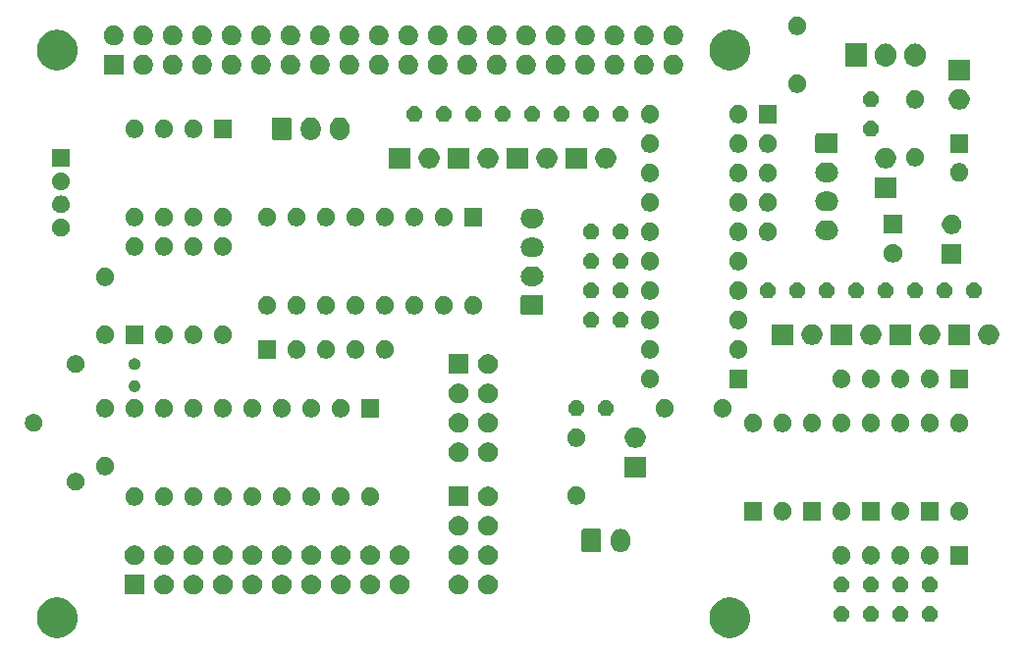
<source format=gbs>
G04 #@! TF.GenerationSoftware,KiCad,Pcbnew,(5.1.5)-3*
G04 #@! TF.CreationDate,2020-03-27T11:43:29+09:00*
G04 #@! TF.ProjectId,PiFA_8xy,50694641-5f38-4787-992e-6b696361645f,4*
G04 #@! TF.SameCoordinates,Original*
G04 #@! TF.FileFunction,Soldermask,Bot*
G04 #@! TF.FilePolarity,Negative*
%FSLAX46Y46*%
G04 Gerber Fmt 4.6, Leading zero omitted, Abs format (unit mm)*
G04 Created by KiCad (PCBNEW (5.1.5)-3) date 2020-03-27 11:43:29*
%MOMM*%
%LPD*%
G04 APERTURE LIST*
%ADD10C,0.100000*%
G04 APERTURE END LIST*
D10*
G36*
X261841408Y-144783625D02*
G01*
X262010456Y-144817251D01*
X262328936Y-144949170D01*
X262615560Y-145140686D01*
X262859314Y-145384440D01*
X263050830Y-145671064D01*
X263182749Y-145989544D01*
X263182749Y-145989545D01*
X263250000Y-146327639D01*
X263250000Y-146672361D01*
X263222556Y-146810332D01*
X263182749Y-147010456D01*
X263050830Y-147328936D01*
X262859314Y-147615560D01*
X262615560Y-147859314D01*
X262328936Y-148050830D01*
X262010456Y-148182749D01*
X261841408Y-148216375D01*
X261672361Y-148250000D01*
X261327639Y-148250000D01*
X261158592Y-148216375D01*
X260989544Y-148182749D01*
X260671064Y-148050830D01*
X260384440Y-147859314D01*
X260140686Y-147615560D01*
X259949170Y-147328936D01*
X259817251Y-147010456D01*
X259777444Y-146810332D01*
X259750000Y-146672361D01*
X259750000Y-146327639D01*
X259817251Y-145989545D01*
X259817251Y-145989544D01*
X259949170Y-145671064D01*
X260140686Y-145384440D01*
X260384440Y-145140686D01*
X260671064Y-144949170D01*
X260989544Y-144817251D01*
X261158592Y-144783625D01*
X261327639Y-144750000D01*
X261672361Y-144750000D01*
X261841408Y-144783625D01*
G37*
G36*
X203841408Y-144783625D02*
G01*
X204010456Y-144817251D01*
X204328936Y-144949170D01*
X204615560Y-145140686D01*
X204859314Y-145384440D01*
X205050830Y-145671064D01*
X205182749Y-145989544D01*
X205182749Y-145989545D01*
X205250000Y-146327639D01*
X205250000Y-146672361D01*
X205222556Y-146810332D01*
X205182749Y-147010456D01*
X205050830Y-147328936D01*
X204859314Y-147615560D01*
X204615560Y-147859314D01*
X204328936Y-148050830D01*
X204010456Y-148182749D01*
X203841408Y-148216375D01*
X203672361Y-148250000D01*
X203327639Y-148250000D01*
X203158592Y-148216375D01*
X202989544Y-148182749D01*
X202671064Y-148050830D01*
X202384440Y-147859314D01*
X202140686Y-147615560D01*
X201949170Y-147328936D01*
X201817251Y-147010456D01*
X201777444Y-146810332D01*
X201750000Y-146672361D01*
X201750000Y-146327639D01*
X201817251Y-145989545D01*
X201817251Y-145989544D01*
X201949170Y-145671064D01*
X202140686Y-145384440D01*
X202384440Y-145140686D01*
X202671064Y-144949170D01*
X202989544Y-144817251D01*
X203158592Y-144783625D01*
X203327639Y-144750000D01*
X203672361Y-144750000D01*
X203841408Y-144783625D01*
G37*
G36*
X273864182Y-145516900D02*
G01*
X273991573Y-145569667D01*
X273991574Y-145569668D01*
X274106224Y-145646274D01*
X274203726Y-145743776D01*
X274203727Y-145743778D01*
X274280333Y-145858427D01*
X274333100Y-145985818D01*
X274360000Y-146121055D01*
X274360000Y-146258945D01*
X274333100Y-146394182D01*
X274280333Y-146521573D01*
X274280332Y-146521574D01*
X274203726Y-146636224D01*
X274106224Y-146733726D01*
X274048510Y-146772289D01*
X273991573Y-146810333D01*
X273864182Y-146863100D01*
X273728945Y-146890000D01*
X273591055Y-146890000D01*
X273455818Y-146863100D01*
X273328427Y-146810333D01*
X273271490Y-146772289D01*
X273213776Y-146733726D01*
X273116274Y-146636224D01*
X273039668Y-146521574D01*
X273039667Y-146521573D01*
X272986900Y-146394182D01*
X272960000Y-146258945D01*
X272960000Y-146121055D01*
X272986900Y-145985818D01*
X273039667Y-145858427D01*
X273116273Y-145743778D01*
X273116274Y-145743776D01*
X273213776Y-145646274D01*
X273328426Y-145569668D01*
X273328427Y-145569667D01*
X273455818Y-145516900D01*
X273591055Y-145490000D01*
X273728945Y-145490000D01*
X273864182Y-145516900D01*
G37*
G36*
X271324182Y-145516900D02*
G01*
X271451573Y-145569667D01*
X271451574Y-145569668D01*
X271566224Y-145646274D01*
X271663726Y-145743776D01*
X271663727Y-145743778D01*
X271740333Y-145858427D01*
X271793100Y-145985818D01*
X271820000Y-146121055D01*
X271820000Y-146258945D01*
X271793100Y-146394182D01*
X271740333Y-146521573D01*
X271740332Y-146521574D01*
X271663726Y-146636224D01*
X271566224Y-146733726D01*
X271508510Y-146772289D01*
X271451573Y-146810333D01*
X271324182Y-146863100D01*
X271188945Y-146890000D01*
X271051055Y-146890000D01*
X270915818Y-146863100D01*
X270788427Y-146810333D01*
X270731490Y-146772289D01*
X270673776Y-146733726D01*
X270576274Y-146636224D01*
X270499668Y-146521574D01*
X270499667Y-146521573D01*
X270446900Y-146394182D01*
X270420000Y-146258945D01*
X270420000Y-146121055D01*
X270446900Y-145985818D01*
X270499667Y-145858427D01*
X270576273Y-145743778D01*
X270576274Y-145743776D01*
X270673776Y-145646274D01*
X270788426Y-145569668D01*
X270788427Y-145569667D01*
X270915818Y-145516900D01*
X271051055Y-145490000D01*
X271188945Y-145490000D01*
X271324182Y-145516900D01*
G37*
G36*
X278944182Y-145516900D02*
G01*
X279071573Y-145569667D01*
X279071574Y-145569668D01*
X279186224Y-145646274D01*
X279283726Y-145743776D01*
X279283727Y-145743778D01*
X279360333Y-145858427D01*
X279413100Y-145985818D01*
X279440000Y-146121055D01*
X279440000Y-146258945D01*
X279413100Y-146394182D01*
X279360333Y-146521573D01*
X279360332Y-146521574D01*
X279283726Y-146636224D01*
X279186224Y-146733726D01*
X279128510Y-146772289D01*
X279071573Y-146810333D01*
X278944182Y-146863100D01*
X278808945Y-146890000D01*
X278671055Y-146890000D01*
X278535818Y-146863100D01*
X278408427Y-146810333D01*
X278351490Y-146772289D01*
X278293776Y-146733726D01*
X278196274Y-146636224D01*
X278119668Y-146521574D01*
X278119667Y-146521573D01*
X278066900Y-146394182D01*
X278040000Y-146258945D01*
X278040000Y-146121055D01*
X278066900Y-145985818D01*
X278119667Y-145858427D01*
X278196273Y-145743778D01*
X278196274Y-145743776D01*
X278293776Y-145646274D01*
X278408426Y-145569668D01*
X278408427Y-145569667D01*
X278535818Y-145516900D01*
X278671055Y-145490000D01*
X278808945Y-145490000D01*
X278944182Y-145516900D01*
G37*
G36*
X276404182Y-145516900D02*
G01*
X276531573Y-145569667D01*
X276531574Y-145569668D01*
X276646224Y-145646274D01*
X276743726Y-145743776D01*
X276743727Y-145743778D01*
X276820333Y-145858427D01*
X276873100Y-145985818D01*
X276900000Y-146121055D01*
X276900000Y-146258945D01*
X276873100Y-146394182D01*
X276820333Y-146521573D01*
X276820332Y-146521574D01*
X276743726Y-146636224D01*
X276646224Y-146733726D01*
X276588510Y-146772289D01*
X276531573Y-146810333D01*
X276404182Y-146863100D01*
X276268945Y-146890000D01*
X276131055Y-146890000D01*
X275995818Y-146863100D01*
X275868427Y-146810333D01*
X275811490Y-146772289D01*
X275753776Y-146733726D01*
X275656274Y-146636224D01*
X275579668Y-146521574D01*
X275579667Y-146521573D01*
X275526900Y-146394182D01*
X275500000Y-146258945D01*
X275500000Y-146121055D01*
X275526900Y-145985818D01*
X275579667Y-145858427D01*
X275656273Y-145743778D01*
X275656274Y-145743776D01*
X275753776Y-145646274D01*
X275868426Y-145569668D01*
X275868427Y-145569667D01*
X275995818Y-145516900D01*
X276131055Y-145490000D01*
X276268945Y-145490000D01*
X276404182Y-145516900D01*
G37*
G36*
X212947935Y-142832664D02*
G01*
X213102624Y-142896739D01*
X213102626Y-142896740D01*
X213241844Y-142989762D01*
X213360238Y-143108156D01*
X213424130Y-143203778D01*
X213453261Y-143247376D01*
X213517336Y-143402065D01*
X213550000Y-143566281D01*
X213550000Y-143733719D01*
X213517336Y-143897935D01*
X213482691Y-143981574D01*
X213453260Y-144052626D01*
X213360238Y-144191844D01*
X213241844Y-144310238D01*
X213102626Y-144403260D01*
X213102625Y-144403261D01*
X213102624Y-144403261D01*
X212947935Y-144467336D01*
X212783719Y-144500000D01*
X212616281Y-144500000D01*
X212452065Y-144467336D01*
X212297376Y-144403261D01*
X212297375Y-144403261D01*
X212297374Y-144403260D01*
X212158156Y-144310238D01*
X212039762Y-144191844D01*
X211946740Y-144052626D01*
X211917309Y-143981574D01*
X211882664Y-143897935D01*
X211850000Y-143733719D01*
X211850000Y-143566281D01*
X211882664Y-143402065D01*
X211946739Y-143247376D01*
X211975870Y-143203778D01*
X212039762Y-143108156D01*
X212158156Y-142989762D01*
X212297374Y-142896740D01*
X212297376Y-142896739D01*
X212452065Y-142832664D01*
X212616281Y-142800000D01*
X212783719Y-142800000D01*
X212947935Y-142832664D01*
G37*
G36*
X238347935Y-142832664D02*
G01*
X238502624Y-142896739D01*
X238502626Y-142896740D01*
X238641844Y-142989762D01*
X238760238Y-143108156D01*
X238824130Y-143203778D01*
X238853261Y-143247376D01*
X238917336Y-143402065D01*
X238950000Y-143566281D01*
X238950000Y-143733719D01*
X238917336Y-143897935D01*
X238882691Y-143981574D01*
X238853260Y-144052626D01*
X238760238Y-144191844D01*
X238641844Y-144310238D01*
X238502626Y-144403260D01*
X238502625Y-144403261D01*
X238502624Y-144403261D01*
X238347935Y-144467336D01*
X238183719Y-144500000D01*
X238016281Y-144500000D01*
X237852065Y-144467336D01*
X237697376Y-144403261D01*
X237697375Y-144403261D01*
X237697374Y-144403260D01*
X237558156Y-144310238D01*
X237439762Y-144191844D01*
X237346740Y-144052626D01*
X237317309Y-143981574D01*
X237282664Y-143897935D01*
X237250000Y-143733719D01*
X237250000Y-143566281D01*
X237282664Y-143402065D01*
X237346739Y-143247376D01*
X237375870Y-143203778D01*
X237439762Y-143108156D01*
X237558156Y-142989762D01*
X237697374Y-142896740D01*
X237697376Y-142896739D01*
X237852065Y-142832664D01*
X238016281Y-142800000D01*
X238183719Y-142800000D01*
X238347935Y-142832664D01*
G37*
G36*
X240887935Y-142832664D02*
G01*
X241042624Y-142896739D01*
X241042626Y-142896740D01*
X241181844Y-142989762D01*
X241300238Y-143108156D01*
X241364130Y-143203778D01*
X241393261Y-143247376D01*
X241457336Y-143402065D01*
X241490000Y-143566281D01*
X241490000Y-143733719D01*
X241457336Y-143897935D01*
X241422691Y-143981574D01*
X241393260Y-144052626D01*
X241300238Y-144191844D01*
X241181844Y-144310238D01*
X241042626Y-144403260D01*
X241042625Y-144403261D01*
X241042624Y-144403261D01*
X240887935Y-144467336D01*
X240723719Y-144500000D01*
X240556281Y-144500000D01*
X240392065Y-144467336D01*
X240237376Y-144403261D01*
X240237375Y-144403261D01*
X240237374Y-144403260D01*
X240098156Y-144310238D01*
X239979762Y-144191844D01*
X239886740Y-144052626D01*
X239857309Y-143981574D01*
X239822664Y-143897935D01*
X239790000Y-143733719D01*
X239790000Y-143566281D01*
X239822664Y-143402065D01*
X239886739Y-143247376D01*
X239915870Y-143203778D01*
X239979762Y-143108156D01*
X240098156Y-142989762D01*
X240237374Y-142896740D01*
X240237376Y-142896739D01*
X240392065Y-142832664D01*
X240556281Y-142800000D01*
X240723719Y-142800000D01*
X240887935Y-142832664D01*
G37*
G36*
X233267935Y-142832664D02*
G01*
X233422624Y-142896739D01*
X233422626Y-142896740D01*
X233561844Y-142989762D01*
X233680238Y-143108156D01*
X233744130Y-143203778D01*
X233773261Y-143247376D01*
X233837336Y-143402065D01*
X233870000Y-143566281D01*
X233870000Y-143733719D01*
X233837336Y-143897935D01*
X233802691Y-143981574D01*
X233773260Y-144052626D01*
X233680238Y-144191844D01*
X233561844Y-144310238D01*
X233422626Y-144403260D01*
X233422625Y-144403261D01*
X233422624Y-144403261D01*
X233267935Y-144467336D01*
X233103719Y-144500000D01*
X232936281Y-144500000D01*
X232772065Y-144467336D01*
X232617376Y-144403261D01*
X232617375Y-144403261D01*
X232617374Y-144403260D01*
X232478156Y-144310238D01*
X232359762Y-144191844D01*
X232266740Y-144052626D01*
X232237309Y-143981574D01*
X232202664Y-143897935D01*
X232170000Y-143733719D01*
X232170000Y-143566281D01*
X232202664Y-143402065D01*
X232266739Y-143247376D01*
X232295870Y-143203778D01*
X232359762Y-143108156D01*
X232478156Y-142989762D01*
X232617374Y-142896740D01*
X232617376Y-142896739D01*
X232772065Y-142832664D01*
X232936281Y-142800000D01*
X233103719Y-142800000D01*
X233267935Y-142832664D01*
G37*
G36*
X230727935Y-142832664D02*
G01*
X230882624Y-142896739D01*
X230882626Y-142896740D01*
X231021844Y-142989762D01*
X231140238Y-143108156D01*
X231204130Y-143203778D01*
X231233261Y-143247376D01*
X231297336Y-143402065D01*
X231330000Y-143566281D01*
X231330000Y-143733719D01*
X231297336Y-143897935D01*
X231262691Y-143981574D01*
X231233260Y-144052626D01*
X231140238Y-144191844D01*
X231021844Y-144310238D01*
X230882626Y-144403260D01*
X230882625Y-144403261D01*
X230882624Y-144403261D01*
X230727935Y-144467336D01*
X230563719Y-144500000D01*
X230396281Y-144500000D01*
X230232065Y-144467336D01*
X230077376Y-144403261D01*
X230077375Y-144403261D01*
X230077374Y-144403260D01*
X229938156Y-144310238D01*
X229819762Y-144191844D01*
X229726740Y-144052626D01*
X229697309Y-143981574D01*
X229662664Y-143897935D01*
X229630000Y-143733719D01*
X229630000Y-143566281D01*
X229662664Y-143402065D01*
X229726739Y-143247376D01*
X229755870Y-143203778D01*
X229819762Y-143108156D01*
X229938156Y-142989762D01*
X230077374Y-142896740D01*
X230077376Y-142896739D01*
X230232065Y-142832664D01*
X230396281Y-142800000D01*
X230563719Y-142800000D01*
X230727935Y-142832664D01*
G37*
G36*
X228187935Y-142832664D02*
G01*
X228342624Y-142896739D01*
X228342626Y-142896740D01*
X228481844Y-142989762D01*
X228600238Y-143108156D01*
X228664130Y-143203778D01*
X228693261Y-143247376D01*
X228757336Y-143402065D01*
X228790000Y-143566281D01*
X228790000Y-143733719D01*
X228757336Y-143897935D01*
X228722691Y-143981574D01*
X228693260Y-144052626D01*
X228600238Y-144191844D01*
X228481844Y-144310238D01*
X228342626Y-144403260D01*
X228342625Y-144403261D01*
X228342624Y-144403261D01*
X228187935Y-144467336D01*
X228023719Y-144500000D01*
X227856281Y-144500000D01*
X227692065Y-144467336D01*
X227537376Y-144403261D01*
X227537375Y-144403261D01*
X227537374Y-144403260D01*
X227398156Y-144310238D01*
X227279762Y-144191844D01*
X227186740Y-144052626D01*
X227157309Y-143981574D01*
X227122664Y-143897935D01*
X227090000Y-143733719D01*
X227090000Y-143566281D01*
X227122664Y-143402065D01*
X227186739Y-143247376D01*
X227215870Y-143203778D01*
X227279762Y-143108156D01*
X227398156Y-142989762D01*
X227537374Y-142896740D01*
X227537376Y-142896739D01*
X227692065Y-142832664D01*
X227856281Y-142800000D01*
X228023719Y-142800000D01*
X228187935Y-142832664D01*
G37*
G36*
X225647935Y-142832664D02*
G01*
X225802624Y-142896739D01*
X225802626Y-142896740D01*
X225941844Y-142989762D01*
X226060238Y-143108156D01*
X226124130Y-143203778D01*
X226153261Y-143247376D01*
X226217336Y-143402065D01*
X226250000Y-143566281D01*
X226250000Y-143733719D01*
X226217336Y-143897935D01*
X226182691Y-143981574D01*
X226153260Y-144052626D01*
X226060238Y-144191844D01*
X225941844Y-144310238D01*
X225802626Y-144403260D01*
X225802625Y-144403261D01*
X225802624Y-144403261D01*
X225647935Y-144467336D01*
X225483719Y-144500000D01*
X225316281Y-144500000D01*
X225152065Y-144467336D01*
X224997376Y-144403261D01*
X224997375Y-144403261D01*
X224997374Y-144403260D01*
X224858156Y-144310238D01*
X224739762Y-144191844D01*
X224646740Y-144052626D01*
X224617309Y-143981574D01*
X224582664Y-143897935D01*
X224550000Y-143733719D01*
X224550000Y-143566281D01*
X224582664Y-143402065D01*
X224646739Y-143247376D01*
X224675870Y-143203778D01*
X224739762Y-143108156D01*
X224858156Y-142989762D01*
X224997374Y-142896740D01*
X224997376Y-142896739D01*
X225152065Y-142832664D01*
X225316281Y-142800000D01*
X225483719Y-142800000D01*
X225647935Y-142832664D01*
G37*
G36*
X223107935Y-142832664D02*
G01*
X223262624Y-142896739D01*
X223262626Y-142896740D01*
X223401844Y-142989762D01*
X223520238Y-143108156D01*
X223584130Y-143203778D01*
X223613261Y-143247376D01*
X223677336Y-143402065D01*
X223710000Y-143566281D01*
X223710000Y-143733719D01*
X223677336Y-143897935D01*
X223642691Y-143981574D01*
X223613260Y-144052626D01*
X223520238Y-144191844D01*
X223401844Y-144310238D01*
X223262626Y-144403260D01*
X223262625Y-144403261D01*
X223262624Y-144403261D01*
X223107935Y-144467336D01*
X222943719Y-144500000D01*
X222776281Y-144500000D01*
X222612065Y-144467336D01*
X222457376Y-144403261D01*
X222457375Y-144403261D01*
X222457374Y-144403260D01*
X222318156Y-144310238D01*
X222199762Y-144191844D01*
X222106740Y-144052626D01*
X222077309Y-143981574D01*
X222042664Y-143897935D01*
X222010000Y-143733719D01*
X222010000Y-143566281D01*
X222042664Y-143402065D01*
X222106739Y-143247376D01*
X222135870Y-143203778D01*
X222199762Y-143108156D01*
X222318156Y-142989762D01*
X222457374Y-142896740D01*
X222457376Y-142896739D01*
X222612065Y-142832664D01*
X222776281Y-142800000D01*
X222943719Y-142800000D01*
X223107935Y-142832664D01*
G37*
G36*
X220567935Y-142832664D02*
G01*
X220722624Y-142896739D01*
X220722626Y-142896740D01*
X220861844Y-142989762D01*
X220980238Y-143108156D01*
X221044130Y-143203778D01*
X221073261Y-143247376D01*
X221137336Y-143402065D01*
X221170000Y-143566281D01*
X221170000Y-143733719D01*
X221137336Y-143897935D01*
X221102691Y-143981574D01*
X221073260Y-144052626D01*
X220980238Y-144191844D01*
X220861844Y-144310238D01*
X220722626Y-144403260D01*
X220722625Y-144403261D01*
X220722624Y-144403261D01*
X220567935Y-144467336D01*
X220403719Y-144500000D01*
X220236281Y-144500000D01*
X220072065Y-144467336D01*
X219917376Y-144403261D01*
X219917375Y-144403261D01*
X219917374Y-144403260D01*
X219778156Y-144310238D01*
X219659762Y-144191844D01*
X219566740Y-144052626D01*
X219537309Y-143981574D01*
X219502664Y-143897935D01*
X219470000Y-143733719D01*
X219470000Y-143566281D01*
X219502664Y-143402065D01*
X219566739Y-143247376D01*
X219595870Y-143203778D01*
X219659762Y-143108156D01*
X219778156Y-142989762D01*
X219917374Y-142896740D01*
X219917376Y-142896739D01*
X220072065Y-142832664D01*
X220236281Y-142800000D01*
X220403719Y-142800000D01*
X220567935Y-142832664D01*
G37*
G36*
X218027935Y-142832664D02*
G01*
X218182624Y-142896739D01*
X218182626Y-142896740D01*
X218321844Y-142989762D01*
X218440238Y-143108156D01*
X218504130Y-143203778D01*
X218533261Y-143247376D01*
X218597336Y-143402065D01*
X218630000Y-143566281D01*
X218630000Y-143733719D01*
X218597336Y-143897935D01*
X218562691Y-143981574D01*
X218533260Y-144052626D01*
X218440238Y-144191844D01*
X218321844Y-144310238D01*
X218182626Y-144403260D01*
X218182625Y-144403261D01*
X218182624Y-144403261D01*
X218027935Y-144467336D01*
X217863719Y-144500000D01*
X217696281Y-144500000D01*
X217532065Y-144467336D01*
X217377376Y-144403261D01*
X217377375Y-144403261D01*
X217377374Y-144403260D01*
X217238156Y-144310238D01*
X217119762Y-144191844D01*
X217026740Y-144052626D01*
X216997309Y-143981574D01*
X216962664Y-143897935D01*
X216930000Y-143733719D01*
X216930000Y-143566281D01*
X216962664Y-143402065D01*
X217026739Y-143247376D01*
X217055870Y-143203778D01*
X217119762Y-143108156D01*
X217238156Y-142989762D01*
X217377374Y-142896740D01*
X217377376Y-142896739D01*
X217532065Y-142832664D01*
X217696281Y-142800000D01*
X217863719Y-142800000D01*
X218027935Y-142832664D01*
G37*
G36*
X215487935Y-142832664D02*
G01*
X215642624Y-142896739D01*
X215642626Y-142896740D01*
X215781844Y-142989762D01*
X215900238Y-143108156D01*
X215964130Y-143203778D01*
X215993261Y-143247376D01*
X216057336Y-143402065D01*
X216090000Y-143566281D01*
X216090000Y-143733719D01*
X216057336Y-143897935D01*
X216022691Y-143981574D01*
X215993260Y-144052626D01*
X215900238Y-144191844D01*
X215781844Y-144310238D01*
X215642626Y-144403260D01*
X215642625Y-144403261D01*
X215642624Y-144403261D01*
X215487935Y-144467336D01*
X215323719Y-144500000D01*
X215156281Y-144500000D01*
X214992065Y-144467336D01*
X214837376Y-144403261D01*
X214837375Y-144403261D01*
X214837374Y-144403260D01*
X214698156Y-144310238D01*
X214579762Y-144191844D01*
X214486740Y-144052626D01*
X214457309Y-143981574D01*
X214422664Y-143897935D01*
X214390000Y-143733719D01*
X214390000Y-143566281D01*
X214422664Y-143402065D01*
X214486739Y-143247376D01*
X214515870Y-143203778D01*
X214579762Y-143108156D01*
X214698156Y-142989762D01*
X214837374Y-142896740D01*
X214837376Y-142896739D01*
X214992065Y-142832664D01*
X215156281Y-142800000D01*
X215323719Y-142800000D01*
X215487935Y-142832664D01*
G37*
G36*
X211010000Y-144500000D02*
G01*
X209310000Y-144500000D01*
X209310000Y-142800000D01*
X211010000Y-142800000D01*
X211010000Y-144500000D01*
G37*
G36*
X276404182Y-142976900D02*
G01*
X276531573Y-143029667D01*
X276531574Y-143029668D01*
X276646224Y-143106274D01*
X276743726Y-143203776D01*
X276743727Y-143203778D01*
X276820333Y-143318427D01*
X276873100Y-143445818D01*
X276900000Y-143581055D01*
X276900000Y-143718945D01*
X276873100Y-143854182D01*
X276820333Y-143981573D01*
X276820332Y-143981574D01*
X276743726Y-144096224D01*
X276646224Y-144193726D01*
X276588510Y-144232289D01*
X276531573Y-144270333D01*
X276404182Y-144323100D01*
X276268945Y-144350000D01*
X276131055Y-144350000D01*
X275995818Y-144323100D01*
X275868427Y-144270333D01*
X275811490Y-144232289D01*
X275753776Y-144193726D01*
X275656274Y-144096224D01*
X275579668Y-143981574D01*
X275579667Y-143981573D01*
X275526900Y-143854182D01*
X275500000Y-143718945D01*
X275500000Y-143581055D01*
X275526900Y-143445818D01*
X275579667Y-143318427D01*
X275656273Y-143203778D01*
X275656274Y-143203776D01*
X275753776Y-143106274D01*
X275868426Y-143029668D01*
X275868427Y-143029667D01*
X275995818Y-142976900D01*
X276131055Y-142950000D01*
X276268945Y-142950000D01*
X276404182Y-142976900D01*
G37*
G36*
X278944182Y-142976900D02*
G01*
X279071573Y-143029667D01*
X279071574Y-143029668D01*
X279186224Y-143106274D01*
X279283726Y-143203776D01*
X279283727Y-143203778D01*
X279360333Y-143318427D01*
X279413100Y-143445818D01*
X279440000Y-143581055D01*
X279440000Y-143718945D01*
X279413100Y-143854182D01*
X279360333Y-143981573D01*
X279360332Y-143981574D01*
X279283726Y-144096224D01*
X279186224Y-144193726D01*
X279128510Y-144232289D01*
X279071573Y-144270333D01*
X278944182Y-144323100D01*
X278808945Y-144350000D01*
X278671055Y-144350000D01*
X278535818Y-144323100D01*
X278408427Y-144270333D01*
X278351490Y-144232289D01*
X278293776Y-144193726D01*
X278196274Y-144096224D01*
X278119668Y-143981574D01*
X278119667Y-143981573D01*
X278066900Y-143854182D01*
X278040000Y-143718945D01*
X278040000Y-143581055D01*
X278066900Y-143445818D01*
X278119667Y-143318427D01*
X278196273Y-143203778D01*
X278196274Y-143203776D01*
X278293776Y-143106274D01*
X278408426Y-143029668D01*
X278408427Y-143029667D01*
X278535818Y-142976900D01*
X278671055Y-142950000D01*
X278808945Y-142950000D01*
X278944182Y-142976900D01*
G37*
G36*
X273864182Y-142976900D02*
G01*
X273991573Y-143029667D01*
X273991574Y-143029668D01*
X274106224Y-143106274D01*
X274203726Y-143203776D01*
X274203727Y-143203778D01*
X274280333Y-143318427D01*
X274333100Y-143445818D01*
X274360000Y-143581055D01*
X274360000Y-143718945D01*
X274333100Y-143854182D01*
X274280333Y-143981573D01*
X274280332Y-143981574D01*
X274203726Y-144096224D01*
X274106224Y-144193726D01*
X274048510Y-144232289D01*
X273991573Y-144270333D01*
X273864182Y-144323100D01*
X273728945Y-144350000D01*
X273591055Y-144350000D01*
X273455818Y-144323100D01*
X273328427Y-144270333D01*
X273271490Y-144232289D01*
X273213776Y-144193726D01*
X273116274Y-144096224D01*
X273039668Y-143981574D01*
X273039667Y-143981573D01*
X272986900Y-143854182D01*
X272960000Y-143718945D01*
X272960000Y-143581055D01*
X272986900Y-143445818D01*
X273039667Y-143318427D01*
X273116273Y-143203778D01*
X273116274Y-143203776D01*
X273213776Y-143106274D01*
X273328426Y-143029668D01*
X273328427Y-143029667D01*
X273455818Y-142976900D01*
X273591055Y-142950000D01*
X273728945Y-142950000D01*
X273864182Y-142976900D01*
G37*
G36*
X271324182Y-142976900D02*
G01*
X271451573Y-143029667D01*
X271451574Y-143029668D01*
X271566224Y-143106274D01*
X271663726Y-143203776D01*
X271663727Y-143203778D01*
X271740333Y-143318427D01*
X271793100Y-143445818D01*
X271820000Y-143581055D01*
X271820000Y-143718945D01*
X271793100Y-143854182D01*
X271740333Y-143981573D01*
X271740332Y-143981574D01*
X271663726Y-144096224D01*
X271566224Y-144193726D01*
X271508510Y-144232289D01*
X271451573Y-144270333D01*
X271324182Y-144323100D01*
X271188945Y-144350000D01*
X271051055Y-144350000D01*
X270915818Y-144323100D01*
X270788427Y-144270333D01*
X270731490Y-144232289D01*
X270673776Y-144193726D01*
X270576274Y-144096224D01*
X270499668Y-143981574D01*
X270499667Y-143981573D01*
X270446900Y-143854182D01*
X270420000Y-143718945D01*
X270420000Y-143581055D01*
X270446900Y-143445818D01*
X270499667Y-143318427D01*
X270576273Y-143203778D01*
X270576274Y-143203776D01*
X270673776Y-143106274D01*
X270788426Y-143029668D01*
X270788427Y-143029667D01*
X270915818Y-142976900D01*
X271051055Y-142950000D01*
X271188945Y-142950000D01*
X271324182Y-142976900D01*
G37*
G36*
X210407935Y-140292664D02*
G01*
X210562624Y-140356739D01*
X210562626Y-140356740D01*
X210701844Y-140449762D01*
X210820238Y-140568156D01*
X210913260Y-140707374D01*
X210913261Y-140707376D01*
X210977336Y-140862065D01*
X211010000Y-141026281D01*
X211010000Y-141193719D01*
X210977336Y-141357935D01*
X210913261Y-141512624D01*
X210913260Y-141512626D01*
X210820238Y-141651844D01*
X210701844Y-141770238D01*
X210562626Y-141863260D01*
X210562625Y-141863261D01*
X210562624Y-141863261D01*
X210407935Y-141927336D01*
X210243719Y-141960000D01*
X210076281Y-141960000D01*
X209912065Y-141927336D01*
X209757376Y-141863261D01*
X209757375Y-141863261D01*
X209757374Y-141863260D01*
X209618156Y-141770238D01*
X209499762Y-141651844D01*
X209406740Y-141512626D01*
X209406739Y-141512624D01*
X209342664Y-141357935D01*
X209310000Y-141193719D01*
X209310000Y-141026281D01*
X209342664Y-140862065D01*
X209406739Y-140707376D01*
X209406740Y-140707374D01*
X209499762Y-140568156D01*
X209618156Y-140449762D01*
X209757374Y-140356740D01*
X209757376Y-140356739D01*
X209912065Y-140292664D01*
X210076281Y-140260000D01*
X210243719Y-140260000D01*
X210407935Y-140292664D01*
G37*
G36*
X233267935Y-140292664D02*
G01*
X233422624Y-140356739D01*
X233422626Y-140356740D01*
X233561844Y-140449762D01*
X233680238Y-140568156D01*
X233773260Y-140707374D01*
X233773261Y-140707376D01*
X233837336Y-140862065D01*
X233870000Y-141026281D01*
X233870000Y-141193719D01*
X233837336Y-141357935D01*
X233773261Y-141512624D01*
X233773260Y-141512626D01*
X233680238Y-141651844D01*
X233561844Y-141770238D01*
X233422626Y-141863260D01*
X233422625Y-141863261D01*
X233422624Y-141863261D01*
X233267935Y-141927336D01*
X233103719Y-141960000D01*
X232936281Y-141960000D01*
X232772065Y-141927336D01*
X232617376Y-141863261D01*
X232617375Y-141863261D01*
X232617374Y-141863260D01*
X232478156Y-141770238D01*
X232359762Y-141651844D01*
X232266740Y-141512626D01*
X232266739Y-141512624D01*
X232202664Y-141357935D01*
X232170000Y-141193719D01*
X232170000Y-141026281D01*
X232202664Y-140862065D01*
X232266739Y-140707376D01*
X232266740Y-140707374D01*
X232359762Y-140568156D01*
X232478156Y-140449762D01*
X232617374Y-140356740D01*
X232617376Y-140356739D01*
X232772065Y-140292664D01*
X232936281Y-140260000D01*
X233103719Y-140260000D01*
X233267935Y-140292664D01*
G37*
G36*
X228187935Y-140292664D02*
G01*
X228342624Y-140356739D01*
X228342626Y-140356740D01*
X228481844Y-140449762D01*
X228600238Y-140568156D01*
X228693260Y-140707374D01*
X228693261Y-140707376D01*
X228757336Y-140862065D01*
X228790000Y-141026281D01*
X228790000Y-141193719D01*
X228757336Y-141357935D01*
X228693261Y-141512624D01*
X228693260Y-141512626D01*
X228600238Y-141651844D01*
X228481844Y-141770238D01*
X228342626Y-141863260D01*
X228342625Y-141863261D01*
X228342624Y-141863261D01*
X228187935Y-141927336D01*
X228023719Y-141960000D01*
X227856281Y-141960000D01*
X227692065Y-141927336D01*
X227537376Y-141863261D01*
X227537375Y-141863261D01*
X227537374Y-141863260D01*
X227398156Y-141770238D01*
X227279762Y-141651844D01*
X227186740Y-141512626D01*
X227186739Y-141512624D01*
X227122664Y-141357935D01*
X227090000Y-141193719D01*
X227090000Y-141026281D01*
X227122664Y-140862065D01*
X227186739Y-140707376D01*
X227186740Y-140707374D01*
X227279762Y-140568156D01*
X227398156Y-140449762D01*
X227537374Y-140356740D01*
X227537376Y-140356739D01*
X227692065Y-140292664D01*
X227856281Y-140260000D01*
X228023719Y-140260000D01*
X228187935Y-140292664D01*
G37*
G36*
X225647935Y-140292664D02*
G01*
X225802624Y-140356739D01*
X225802626Y-140356740D01*
X225941844Y-140449762D01*
X226060238Y-140568156D01*
X226153260Y-140707374D01*
X226153261Y-140707376D01*
X226217336Y-140862065D01*
X226250000Y-141026281D01*
X226250000Y-141193719D01*
X226217336Y-141357935D01*
X226153261Y-141512624D01*
X226153260Y-141512626D01*
X226060238Y-141651844D01*
X225941844Y-141770238D01*
X225802626Y-141863260D01*
X225802625Y-141863261D01*
X225802624Y-141863261D01*
X225647935Y-141927336D01*
X225483719Y-141960000D01*
X225316281Y-141960000D01*
X225152065Y-141927336D01*
X224997376Y-141863261D01*
X224997375Y-141863261D01*
X224997374Y-141863260D01*
X224858156Y-141770238D01*
X224739762Y-141651844D01*
X224646740Y-141512626D01*
X224646739Y-141512624D01*
X224582664Y-141357935D01*
X224550000Y-141193719D01*
X224550000Y-141026281D01*
X224582664Y-140862065D01*
X224646739Y-140707376D01*
X224646740Y-140707374D01*
X224739762Y-140568156D01*
X224858156Y-140449762D01*
X224997374Y-140356740D01*
X224997376Y-140356739D01*
X225152065Y-140292664D01*
X225316281Y-140260000D01*
X225483719Y-140260000D01*
X225647935Y-140292664D01*
G37*
G36*
X223107935Y-140292664D02*
G01*
X223262624Y-140356739D01*
X223262626Y-140356740D01*
X223401844Y-140449762D01*
X223520238Y-140568156D01*
X223613260Y-140707374D01*
X223613261Y-140707376D01*
X223677336Y-140862065D01*
X223710000Y-141026281D01*
X223710000Y-141193719D01*
X223677336Y-141357935D01*
X223613261Y-141512624D01*
X223613260Y-141512626D01*
X223520238Y-141651844D01*
X223401844Y-141770238D01*
X223262626Y-141863260D01*
X223262625Y-141863261D01*
X223262624Y-141863261D01*
X223107935Y-141927336D01*
X222943719Y-141960000D01*
X222776281Y-141960000D01*
X222612065Y-141927336D01*
X222457376Y-141863261D01*
X222457375Y-141863261D01*
X222457374Y-141863260D01*
X222318156Y-141770238D01*
X222199762Y-141651844D01*
X222106740Y-141512626D01*
X222106739Y-141512624D01*
X222042664Y-141357935D01*
X222010000Y-141193719D01*
X222010000Y-141026281D01*
X222042664Y-140862065D01*
X222106739Y-140707376D01*
X222106740Y-140707374D01*
X222199762Y-140568156D01*
X222318156Y-140449762D01*
X222457374Y-140356740D01*
X222457376Y-140356739D01*
X222612065Y-140292664D01*
X222776281Y-140260000D01*
X222943719Y-140260000D01*
X223107935Y-140292664D01*
G37*
G36*
X220567935Y-140292664D02*
G01*
X220722624Y-140356739D01*
X220722626Y-140356740D01*
X220861844Y-140449762D01*
X220980238Y-140568156D01*
X221073260Y-140707374D01*
X221073261Y-140707376D01*
X221137336Y-140862065D01*
X221170000Y-141026281D01*
X221170000Y-141193719D01*
X221137336Y-141357935D01*
X221073261Y-141512624D01*
X221073260Y-141512626D01*
X220980238Y-141651844D01*
X220861844Y-141770238D01*
X220722626Y-141863260D01*
X220722625Y-141863261D01*
X220722624Y-141863261D01*
X220567935Y-141927336D01*
X220403719Y-141960000D01*
X220236281Y-141960000D01*
X220072065Y-141927336D01*
X219917376Y-141863261D01*
X219917375Y-141863261D01*
X219917374Y-141863260D01*
X219778156Y-141770238D01*
X219659762Y-141651844D01*
X219566740Y-141512626D01*
X219566739Y-141512624D01*
X219502664Y-141357935D01*
X219470000Y-141193719D01*
X219470000Y-141026281D01*
X219502664Y-140862065D01*
X219566739Y-140707376D01*
X219566740Y-140707374D01*
X219659762Y-140568156D01*
X219778156Y-140449762D01*
X219917374Y-140356740D01*
X219917376Y-140356739D01*
X220072065Y-140292664D01*
X220236281Y-140260000D01*
X220403719Y-140260000D01*
X220567935Y-140292664D01*
G37*
G36*
X230727935Y-140292664D02*
G01*
X230882624Y-140356739D01*
X230882626Y-140356740D01*
X231021844Y-140449762D01*
X231140238Y-140568156D01*
X231233260Y-140707374D01*
X231233261Y-140707376D01*
X231297336Y-140862065D01*
X231330000Y-141026281D01*
X231330000Y-141193719D01*
X231297336Y-141357935D01*
X231233261Y-141512624D01*
X231233260Y-141512626D01*
X231140238Y-141651844D01*
X231021844Y-141770238D01*
X230882626Y-141863260D01*
X230882625Y-141863261D01*
X230882624Y-141863261D01*
X230727935Y-141927336D01*
X230563719Y-141960000D01*
X230396281Y-141960000D01*
X230232065Y-141927336D01*
X230077376Y-141863261D01*
X230077375Y-141863261D01*
X230077374Y-141863260D01*
X229938156Y-141770238D01*
X229819762Y-141651844D01*
X229726740Y-141512626D01*
X229726739Y-141512624D01*
X229662664Y-141357935D01*
X229630000Y-141193719D01*
X229630000Y-141026281D01*
X229662664Y-140862065D01*
X229726739Y-140707376D01*
X229726740Y-140707374D01*
X229819762Y-140568156D01*
X229938156Y-140449762D01*
X230077374Y-140356740D01*
X230077376Y-140356739D01*
X230232065Y-140292664D01*
X230396281Y-140260000D01*
X230563719Y-140260000D01*
X230727935Y-140292664D01*
G37*
G36*
X218027935Y-140292664D02*
G01*
X218182624Y-140356739D01*
X218182626Y-140356740D01*
X218321844Y-140449762D01*
X218440238Y-140568156D01*
X218533260Y-140707374D01*
X218533261Y-140707376D01*
X218597336Y-140862065D01*
X218630000Y-141026281D01*
X218630000Y-141193719D01*
X218597336Y-141357935D01*
X218533261Y-141512624D01*
X218533260Y-141512626D01*
X218440238Y-141651844D01*
X218321844Y-141770238D01*
X218182626Y-141863260D01*
X218182625Y-141863261D01*
X218182624Y-141863261D01*
X218027935Y-141927336D01*
X217863719Y-141960000D01*
X217696281Y-141960000D01*
X217532065Y-141927336D01*
X217377376Y-141863261D01*
X217377375Y-141863261D01*
X217377374Y-141863260D01*
X217238156Y-141770238D01*
X217119762Y-141651844D01*
X217026740Y-141512626D01*
X217026739Y-141512624D01*
X216962664Y-141357935D01*
X216930000Y-141193719D01*
X216930000Y-141026281D01*
X216962664Y-140862065D01*
X217026739Y-140707376D01*
X217026740Y-140707374D01*
X217119762Y-140568156D01*
X217238156Y-140449762D01*
X217377374Y-140356740D01*
X217377376Y-140356739D01*
X217532065Y-140292664D01*
X217696281Y-140260000D01*
X217863719Y-140260000D01*
X218027935Y-140292664D01*
G37*
G36*
X238347935Y-140292664D02*
G01*
X238502624Y-140356739D01*
X238502626Y-140356740D01*
X238641844Y-140449762D01*
X238760238Y-140568156D01*
X238853260Y-140707374D01*
X238853261Y-140707376D01*
X238917336Y-140862065D01*
X238950000Y-141026281D01*
X238950000Y-141193719D01*
X238917336Y-141357935D01*
X238853261Y-141512624D01*
X238853260Y-141512626D01*
X238760238Y-141651844D01*
X238641844Y-141770238D01*
X238502626Y-141863260D01*
X238502625Y-141863261D01*
X238502624Y-141863261D01*
X238347935Y-141927336D01*
X238183719Y-141960000D01*
X238016281Y-141960000D01*
X237852065Y-141927336D01*
X237697376Y-141863261D01*
X237697375Y-141863261D01*
X237697374Y-141863260D01*
X237558156Y-141770238D01*
X237439762Y-141651844D01*
X237346740Y-141512626D01*
X237346739Y-141512624D01*
X237282664Y-141357935D01*
X237250000Y-141193719D01*
X237250000Y-141026281D01*
X237282664Y-140862065D01*
X237346739Y-140707376D01*
X237346740Y-140707374D01*
X237439762Y-140568156D01*
X237558156Y-140449762D01*
X237697374Y-140356740D01*
X237697376Y-140356739D01*
X237852065Y-140292664D01*
X238016281Y-140260000D01*
X238183719Y-140260000D01*
X238347935Y-140292664D01*
G37*
G36*
X240887935Y-140292664D02*
G01*
X241042624Y-140356739D01*
X241042626Y-140356740D01*
X241181844Y-140449762D01*
X241300238Y-140568156D01*
X241393260Y-140707374D01*
X241393261Y-140707376D01*
X241457336Y-140862065D01*
X241490000Y-141026281D01*
X241490000Y-141193719D01*
X241457336Y-141357935D01*
X241393261Y-141512624D01*
X241393260Y-141512626D01*
X241300238Y-141651844D01*
X241181844Y-141770238D01*
X241042626Y-141863260D01*
X241042625Y-141863261D01*
X241042624Y-141863261D01*
X240887935Y-141927336D01*
X240723719Y-141960000D01*
X240556281Y-141960000D01*
X240392065Y-141927336D01*
X240237376Y-141863261D01*
X240237375Y-141863261D01*
X240237374Y-141863260D01*
X240098156Y-141770238D01*
X239979762Y-141651844D01*
X239886740Y-141512626D01*
X239886739Y-141512624D01*
X239822664Y-141357935D01*
X239790000Y-141193719D01*
X239790000Y-141026281D01*
X239822664Y-140862065D01*
X239886739Y-140707376D01*
X239886740Y-140707374D01*
X239979762Y-140568156D01*
X240098156Y-140449762D01*
X240237374Y-140356740D01*
X240237376Y-140356739D01*
X240392065Y-140292664D01*
X240556281Y-140260000D01*
X240723719Y-140260000D01*
X240887935Y-140292664D01*
G37*
G36*
X215487935Y-140292664D02*
G01*
X215642624Y-140356739D01*
X215642626Y-140356740D01*
X215781844Y-140449762D01*
X215900238Y-140568156D01*
X215993260Y-140707374D01*
X215993261Y-140707376D01*
X216057336Y-140862065D01*
X216090000Y-141026281D01*
X216090000Y-141193719D01*
X216057336Y-141357935D01*
X215993261Y-141512624D01*
X215993260Y-141512626D01*
X215900238Y-141651844D01*
X215781844Y-141770238D01*
X215642626Y-141863260D01*
X215642625Y-141863261D01*
X215642624Y-141863261D01*
X215487935Y-141927336D01*
X215323719Y-141960000D01*
X215156281Y-141960000D01*
X214992065Y-141927336D01*
X214837376Y-141863261D01*
X214837375Y-141863261D01*
X214837374Y-141863260D01*
X214698156Y-141770238D01*
X214579762Y-141651844D01*
X214486740Y-141512626D01*
X214486739Y-141512624D01*
X214422664Y-141357935D01*
X214390000Y-141193719D01*
X214390000Y-141026281D01*
X214422664Y-140862065D01*
X214486739Y-140707376D01*
X214486740Y-140707374D01*
X214579762Y-140568156D01*
X214698156Y-140449762D01*
X214837374Y-140356740D01*
X214837376Y-140356739D01*
X214992065Y-140292664D01*
X215156281Y-140260000D01*
X215323719Y-140260000D01*
X215487935Y-140292664D01*
G37*
G36*
X212947935Y-140292664D02*
G01*
X213102624Y-140356739D01*
X213102626Y-140356740D01*
X213241844Y-140449762D01*
X213360238Y-140568156D01*
X213453260Y-140707374D01*
X213453261Y-140707376D01*
X213517336Y-140862065D01*
X213550000Y-141026281D01*
X213550000Y-141193719D01*
X213517336Y-141357935D01*
X213453261Y-141512624D01*
X213453260Y-141512626D01*
X213360238Y-141651844D01*
X213241844Y-141770238D01*
X213102626Y-141863260D01*
X213102625Y-141863261D01*
X213102624Y-141863261D01*
X212947935Y-141927336D01*
X212783719Y-141960000D01*
X212616281Y-141960000D01*
X212452065Y-141927336D01*
X212297376Y-141863261D01*
X212297375Y-141863261D01*
X212297374Y-141863260D01*
X212158156Y-141770238D01*
X212039762Y-141651844D01*
X211946740Y-141512626D01*
X211946739Y-141512624D01*
X211882664Y-141357935D01*
X211850000Y-141193719D01*
X211850000Y-141026281D01*
X211882664Y-140862065D01*
X211946739Y-140707376D01*
X211946740Y-140707374D01*
X212039762Y-140568156D01*
X212158156Y-140449762D01*
X212297374Y-140356740D01*
X212297376Y-140356739D01*
X212452065Y-140292664D01*
X212616281Y-140260000D01*
X212783719Y-140260000D01*
X212947935Y-140292664D01*
G37*
G36*
X282080000Y-141910000D02*
G01*
X280480000Y-141910000D01*
X280480000Y-140310000D01*
X282080000Y-140310000D01*
X282080000Y-141910000D01*
G37*
G36*
X278973351Y-140340743D02*
G01*
X279118941Y-140401048D01*
X279249970Y-140488599D01*
X279361401Y-140600030D01*
X279448952Y-140731059D01*
X279509257Y-140876649D01*
X279540000Y-141031206D01*
X279540000Y-141188794D01*
X279509257Y-141343351D01*
X279448952Y-141488941D01*
X279361401Y-141619970D01*
X279249970Y-141731401D01*
X279118941Y-141818952D01*
X278973351Y-141879257D01*
X278818794Y-141910000D01*
X278661206Y-141910000D01*
X278506649Y-141879257D01*
X278361059Y-141818952D01*
X278230030Y-141731401D01*
X278118599Y-141619970D01*
X278031048Y-141488941D01*
X277970743Y-141343351D01*
X277940000Y-141188794D01*
X277940000Y-141031206D01*
X277970743Y-140876649D01*
X278031048Y-140731059D01*
X278118599Y-140600030D01*
X278230030Y-140488599D01*
X278361059Y-140401048D01*
X278506649Y-140340743D01*
X278661206Y-140310000D01*
X278818794Y-140310000D01*
X278973351Y-140340743D01*
G37*
G36*
X276433351Y-140340743D02*
G01*
X276578941Y-140401048D01*
X276709970Y-140488599D01*
X276821401Y-140600030D01*
X276908952Y-140731059D01*
X276969257Y-140876649D01*
X277000000Y-141031206D01*
X277000000Y-141188794D01*
X276969257Y-141343351D01*
X276908952Y-141488941D01*
X276821401Y-141619970D01*
X276709970Y-141731401D01*
X276578941Y-141818952D01*
X276433351Y-141879257D01*
X276278794Y-141910000D01*
X276121206Y-141910000D01*
X275966649Y-141879257D01*
X275821059Y-141818952D01*
X275690030Y-141731401D01*
X275578599Y-141619970D01*
X275491048Y-141488941D01*
X275430743Y-141343351D01*
X275400000Y-141188794D01*
X275400000Y-141031206D01*
X275430743Y-140876649D01*
X275491048Y-140731059D01*
X275578599Y-140600030D01*
X275690030Y-140488599D01*
X275821059Y-140401048D01*
X275966649Y-140340743D01*
X276121206Y-140310000D01*
X276278794Y-140310000D01*
X276433351Y-140340743D01*
G37*
G36*
X273893351Y-140340743D02*
G01*
X274038941Y-140401048D01*
X274169970Y-140488599D01*
X274281401Y-140600030D01*
X274368952Y-140731059D01*
X274429257Y-140876649D01*
X274460000Y-141031206D01*
X274460000Y-141188794D01*
X274429257Y-141343351D01*
X274368952Y-141488941D01*
X274281401Y-141619970D01*
X274169970Y-141731401D01*
X274038941Y-141818952D01*
X273893351Y-141879257D01*
X273738794Y-141910000D01*
X273581206Y-141910000D01*
X273426649Y-141879257D01*
X273281059Y-141818952D01*
X273150030Y-141731401D01*
X273038599Y-141619970D01*
X272951048Y-141488941D01*
X272890743Y-141343351D01*
X272860000Y-141188794D01*
X272860000Y-141031206D01*
X272890743Y-140876649D01*
X272951048Y-140731059D01*
X273038599Y-140600030D01*
X273150030Y-140488599D01*
X273281059Y-140401048D01*
X273426649Y-140340743D01*
X273581206Y-140310000D01*
X273738794Y-140310000D01*
X273893351Y-140340743D01*
G37*
G36*
X271353351Y-140340743D02*
G01*
X271498941Y-140401048D01*
X271629970Y-140488599D01*
X271741401Y-140600030D01*
X271828952Y-140731059D01*
X271889257Y-140876649D01*
X271920000Y-141031206D01*
X271920000Y-141188794D01*
X271889257Y-141343351D01*
X271828952Y-141488941D01*
X271741401Y-141619970D01*
X271629970Y-141731401D01*
X271498941Y-141818952D01*
X271353351Y-141879257D01*
X271198794Y-141910000D01*
X271041206Y-141910000D01*
X270886649Y-141879257D01*
X270741059Y-141818952D01*
X270610030Y-141731401D01*
X270498599Y-141619970D01*
X270411048Y-141488941D01*
X270350743Y-141343351D01*
X270320000Y-141188794D01*
X270320000Y-141031206D01*
X270350743Y-140876649D01*
X270411048Y-140731059D01*
X270498599Y-140600030D01*
X270610030Y-140488599D01*
X270741059Y-140401048D01*
X270886649Y-140340743D01*
X271041206Y-140310000D01*
X271198794Y-140310000D01*
X271353351Y-140340743D01*
G37*
G36*
X252236626Y-138852299D02*
G01*
X252396857Y-138900904D01*
X252544518Y-138979831D01*
X252673949Y-139086051D01*
X252780169Y-139215482D01*
X252859096Y-139363143D01*
X252907701Y-139523373D01*
X252920000Y-139648248D01*
X252920000Y-140031751D01*
X252907701Y-140156626D01*
X252907700Y-140156628D01*
X252866435Y-140292665D01*
X252859096Y-140316857D01*
X252780169Y-140464518D01*
X252673949Y-140593949D01*
X252544518Y-140700169D01*
X252486729Y-140731058D01*
X252396855Y-140779097D01*
X252353682Y-140792193D01*
X252236627Y-140827701D01*
X252070000Y-140844112D01*
X251903374Y-140827701D01*
X251786319Y-140792193D01*
X251743146Y-140779097D01*
X251653272Y-140731058D01*
X251595483Y-140700169D01*
X251466052Y-140593948D01*
X251359831Y-140464518D01*
X251280904Y-140316857D01*
X251232299Y-140156627D01*
X251220000Y-140031752D01*
X251220000Y-139648249D01*
X251232299Y-139523374D01*
X251280904Y-139363143D01*
X251359831Y-139215482D01*
X251466051Y-139086051D01*
X251595482Y-138979831D01*
X251743143Y-138900904D01*
X251743145Y-138900903D01*
X251823258Y-138876602D01*
X251903373Y-138852299D01*
X252070000Y-138835888D01*
X252236626Y-138852299D01*
G37*
G36*
X250289677Y-138843701D02*
G01*
X250319909Y-138852873D01*
X250347771Y-138867764D01*
X250372193Y-138887807D01*
X250392236Y-138912229D01*
X250407127Y-138940091D01*
X250416299Y-138970323D01*
X250420000Y-139007905D01*
X250420000Y-140672095D01*
X250416299Y-140709677D01*
X250407127Y-140739909D01*
X250392236Y-140767771D01*
X250372193Y-140792193D01*
X250347771Y-140812236D01*
X250319909Y-140827127D01*
X250289677Y-140836299D01*
X250252095Y-140840000D01*
X248887905Y-140840000D01*
X248850323Y-140836299D01*
X248820091Y-140827127D01*
X248792229Y-140812236D01*
X248767807Y-140792193D01*
X248747764Y-140767771D01*
X248732873Y-140739909D01*
X248723701Y-140709677D01*
X248720000Y-140672095D01*
X248720000Y-139007905D01*
X248723701Y-138970323D01*
X248732873Y-138940091D01*
X248747764Y-138912229D01*
X248767807Y-138887807D01*
X248792229Y-138867764D01*
X248820091Y-138852873D01*
X248850323Y-138843701D01*
X248887905Y-138840000D01*
X250252095Y-138840000D01*
X250289677Y-138843701D01*
G37*
G36*
X240887935Y-137752664D02*
G01*
X241026282Y-137809970D01*
X241042626Y-137816740D01*
X241181844Y-137909762D01*
X241300238Y-138028156D01*
X241348242Y-138100000D01*
X241393261Y-138167376D01*
X241457336Y-138322065D01*
X241490000Y-138486281D01*
X241490000Y-138653719D01*
X241457336Y-138817935D01*
X241417866Y-138913223D01*
X241393260Y-138972626D01*
X241300238Y-139111844D01*
X241181844Y-139230238D01*
X241042626Y-139323260D01*
X241042625Y-139323261D01*
X241042624Y-139323261D01*
X240887935Y-139387336D01*
X240723719Y-139420000D01*
X240556281Y-139420000D01*
X240392065Y-139387336D01*
X240237376Y-139323261D01*
X240237375Y-139323261D01*
X240237374Y-139323260D01*
X240098156Y-139230238D01*
X239979762Y-139111844D01*
X239886740Y-138972626D01*
X239862134Y-138913223D01*
X239822664Y-138817935D01*
X239790000Y-138653719D01*
X239790000Y-138486281D01*
X239822664Y-138322065D01*
X239886739Y-138167376D01*
X239931758Y-138100000D01*
X239979762Y-138028156D01*
X240098156Y-137909762D01*
X240237374Y-137816740D01*
X240253718Y-137809970D01*
X240392065Y-137752664D01*
X240556281Y-137720000D01*
X240723719Y-137720000D01*
X240887935Y-137752664D01*
G37*
G36*
X238347935Y-137752664D02*
G01*
X238486282Y-137809970D01*
X238502626Y-137816740D01*
X238641844Y-137909762D01*
X238760238Y-138028156D01*
X238808242Y-138100000D01*
X238853261Y-138167376D01*
X238917336Y-138322065D01*
X238950000Y-138486281D01*
X238950000Y-138653719D01*
X238917336Y-138817935D01*
X238877866Y-138913223D01*
X238853260Y-138972626D01*
X238760238Y-139111844D01*
X238641844Y-139230238D01*
X238502626Y-139323260D01*
X238502625Y-139323261D01*
X238502624Y-139323261D01*
X238347935Y-139387336D01*
X238183719Y-139420000D01*
X238016281Y-139420000D01*
X237852065Y-139387336D01*
X237697376Y-139323261D01*
X237697375Y-139323261D01*
X237697374Y-139323260D01*
X237558156Y-139230238D01*
X237439762Y-139111844D01*
X237346740Y-138972626D01*
X237322134Y-138913223D01*
X237282664Y-138817935D01*
X237250000Y-138653719D01*
X237250000Y-138486281D01*
X237282664Y-138322065D01*
X237346739Y-138167376D01*
X237391758Y-138100000D01*
X237439762Y-138028156D01*
X237558156Y-137909762D01*
X237697374Y-137816740D01*
X237713718Y-137809970D01*
X237852065Y-137752664D01*
X238016281Y-137720000D01*
X238183719Y-137720000D01*
X238347935Y-137752664D01*
G37*
G36*
X274460000Y-138100000D02*
G01*
X272860000Y-138100000D01*
X272860000Y-136500000D01*
X274460000Y-136500000D01*
X274460000Y-138100000D01*
G37*
G36*
X276433351Y-136530743D02*
G01*
X276578941Y-136591048D01*
X276709970Y-136678599D01*
X276821401Y-136790030D01*
X276908952Y-136921059D01*
X276969257Y-137066649D01*
X277000000Y-137221206D01*
X277000000Y-137378794D01*
X276969257Y-137533351D01*
X276908952Y-137678941D01*
X276821401Y-137809970D01*
X276709970Y-137921401D01*
X276578941Y-138008952D01*
X276433351Y-138069257D01*
X276278794Y-138100000D01*
X276121206Y-138100000D01*
X275966649Y-138069257D01*
X275821059Y-138008952D01*
X275690030Y-137921401D01*
X275578599Y-137809970D01*
X275491048Y-137678941D01*
X275430743Y-137533351D01*
X275400000Y-137378794D01*
X275400000Y-137221206D01*
X275430743Y-137066649D01*
X275491048Y-136921059D01*
X275578599Y-136790030D01*
X275690030Y-136678599D01*
X275821059Y-136591048D01*
X275966649Y-136530743D01*
X276121206Y-136500000D01*
X276278794Y-136500000D01*
X276433351Y-136530743D01*
G37*
G36*
X279540000Y-138100000D02*
G01*
X277940000Y-138100000D01*
X277940000Y-136500000D01*
X279540000Y-136500000D01*
X279540000Y-138100000D01*
G37*
G36*
X281513351Y-136530743D02*
G01*
X281658941Y-136591048D01*
X281789970Y-136678599D01*
X281901401Y-136790030D01*
X281988952Y-136921059D01*
X282049257Y-137066649D01*
X282080000Y-137221206D01*
X282080000Y-137378794D01*
X282049257Y-137533351D01*
X281988952Y-137678941D01*
X281901401Y-137809970D01*
X281789970Y-137921401D01*
X281658941Y-138008952D01*
X281513351Y-138069257D01*
X281358794Y-138100000D01*
X281201206Y-138100000D01*
X281046649Y-138069257D01*
X280901059Y-138008952D01*
X280770030Y-137921401D01*
X280658599Y-137809970D01*
X280571048Y-137678941D01*
X280510743Y-137533351D01*
X280480000Y-137378794D01*
X280480000Y-137221206D01*
X280510743Y-137066649D01*
X280571048Y-136921059D01*
X280658599Y-136790030D01*
X280770030Y-136678599D01*
X280901059Y-136591048D01*
X281046649Y-136530743D01*
X281201206Y-136500000D01*
X281358794Y-136500000D01*
X281513351Y-136530743D01*
G37*
G36*
X269380000Y-138100000D02*
G01*
X267780000Y-138100000D01*
X267780000Y-136500000D01*
X269380000Y-136500000D01*
X269380000Y-138100000D01*
G37*
G36*
X271353351Y-136530743D02*
G01*
X271498941Y-136591048D01*
X271629970Y-136678599D01*
X271741401Y-136790030D01*
X271828952Y-136921059D01*
X271889257Y-137066649D01*
X271920000Y-137221206D01*
X271920000Y-137378794D01*
X271889257Y-137533351D01*
X271828952Y-137678941D01*
X271741401Y-137809970D01*
X271629970Y-137921401D01*
X271498941Y-138008952D01*
X271353351Y-138069257D01*
X271198794Y-138100000D01*
X271041206Y-138100000D01*
X270886649Y-138069257D01*
X270741059Y-138008952D01*
X270610030Y-137921401D01*
X270498599Y-137809970D01*
X270411048Y-137678941D01*
X270350743Y-137533351D01*
X270320000Y-137378794D01*
X270320000Y-137221206D01*
X270350743Y-137066649D01*
X270411048Y-136921059D01*
X270498599Y-136790030D01*
X270610030Y-136678599D01*
X270741059Y-136591048D01*
X270886649Y-136530743D01*
X271041206Y-136500000D01*
X271198794Y-136500000D01*
X271353351Y-136530743D01*
G37*
G36*
X264300000Y-138100000D02*
G01*
X262700000Y-138100000D01*
X262700000Y-136500000D01*
X264300000Y-136500000D01*
X264300000Y-138100000D01*
G37*
G36*
X266273351Y-136530743D02*
G01*
X266418941Y-136591048D01*
X266549970Y-136678599D01*
X266661401Y-136790030D01*
X266748952Y-136921059D01*
X266809257Y-137066649D01*
X266840000Y-137221206D01*
X266840000Y-137378794D01*
X266809257Y-137533351D01*
X266748952Y-137678941D01*
X266661401Y-137809970D01*
X266549970Y-137921401D01*
X266418941Y-138008952D01*
X266273351Y-138069257D01*
X266118794Y-138100000D01*
X265961206Y-138100000D01*
X265806649Y-138069257D01*
X265661059Y-138008952D01*
X265530030Y-137921401D01*
X265418599Y-137809970D01*
X265331048Y-137678941D01*
X265270743Y-137533351D01*
X265240000Y-137378794D01*
X265240000Y-137221206D01*
X265270743Y-137066649D01*
X265331048Y-136921059D01*
X265418599Y-136790030D01*
X265530030Y-136678599D01*
X265661059Y-136591048D01*
X265806649Y-136530743D01*
X265961206Y-136500000D01*
X266118794Y-136500000D01*
X266273351Y-136530743D01*
G37*
G36*
X240887935Y-135212664D02*
G01*
X241042624Y-135276739D01*
X241042626Y-135276740D01*
X241181844Y-135369762D01*
X241300238Y-135488156D01*
X241393260Y-135627374D01*
X241393261Y-135627376D01*
X241457336Y-135782065D01*
X241490000Y-135946281D01*
X241490000Y-136113719D01*
X241457336Y-136277935D01*
X241393261Y-136432624D01*
X241393260Y-136432626D01*
X241300238Y-136571844D01*
X241181844Y-136690238D01*
X241042626Y-136783260D01*
X241042625Y-136783261D01*
X241042624Y-136783261D01*
X240887935Y-136847336D01*
X240723719Y-136880000D01*
X240556281Y-136880000D01*
X240392065Y-136847336D01*
X240237376Y-136783261D01*
X240237375Y-136783261D01*
X240237374Y-136783260D01*
X240098156Y-136690238D01*
X239979762Y-136571844D01*
X239886740Y-136432626D01*
X239886739Y-136432624D01*
X239822664Y-136277935D01*
X239790000Y-136113719D01*
X239790000Y-135946281D01*
X239822664Y-135782065D01*
X239886739Y-135627376D01*
X239886740Y-135627374D01*
X239979762Y-135488156D01*
X240098156Y-135369762D01*
X240237374Y-135276740D01*
X240237376Y-135276739D01*
X240392065Y-135212664D01*
X240556281Y-135180000D01*
X240723719Y-135180000D01*
X240887935Y-135212664D01*
G37*
G36*
X238950000Y-136880000D02*
G01*
X237250000Y-136880000D01*
X237250000Y-135180000D01*
X238950000Y-135180000D01*
X238950000Y-136880000D01*
G37*
G36*
X218013351Y-135260743D02*
G01*
X218158941Y-135321048D01*
X218289970Y-135408599D01*
X218401401Y-135520030D01*
X218488952Y-135651059D01*
X218549257Y-135796649D01*
X218580000Y-135951206D01*
X218580000Y-136108794D01*
X218549257Y-136263351D01*
X218488952Y-136408941D01*
X218401401Y-136539970D01*
X218289970Y-136651401D01*
X218158941Y-136738952D01*
X218013351Y-136799257D01*
X217858794Y-136830000D01*
X217701206Y-136830000D01*
X217546649Y-136799257D01*
X217401059Y-136738952D01*
X217270030Y-136651401D01*
X217158599Y-136539970D01*
X217071048Y-136408941D01*
X217010743Y-136263351D01*
X216980000Y-136108794D01*
X216980000Y-135951206D01*
X217010743Y-135796649D01*
X217071048Y-135651059D01*
X217158599Y-135520030D01*
X217270030Y-135408599D01*
X217401059Y-135321048D01*
X217546649Y-135260743D01*
X217701206Y-135230000D01*
X217858794Y-135230000D01*
X218013351Y-135260743D01*
G37*
G36*
X215473351Y-135260743D02*
G01*
X215618941Y-135321048D01*
X215749970Y-135408599D01*
X215861401Y-135520030D01*
X215948952Y-135651059D01*
X216009257Y-135796649D01*
X216040000Y-135951206D01*
X216040000Y-136108794D01*
X216009257Y-136263351D01*
X215948952Y-136408941D01*
X215861401Y-136539970D01*
X215749970Y-136651401D01*
X215618941Y-136738952D01*
X215473351Y-136799257D01*
X215318794Y-136830000D01*
X215161206Y-136830000D01*
X215006649Y-136799257D01*
X214861059Y-136738952D01*
X214730030Y-136651401D01*
X214618599Y-136539970D01*
X214531048Y-136408941D01*
X214470743Y-136263351D01*
X214440000Y-136108794D01*
X214440000Y-135951206D01*
X214470743Y-135796649D01*
X214531048Y-135651059D01*
X214618599Y-135520030D01*
X214730030Y-135408599D01*
X214861059Y-135321048D01*
X215006649Y-135260743D01*
X215161206Y-135230000D01*
X215318794Y-135230000D01*
X215473351Y-135260743D01*
G37*
G36*
X220553351Y-135260743D02*
G01*
X220698941Y-135321048D01*
X220829970Y-135408599D01*
X220941401Y-135520030D01*
X221028952Y-135651059D01*
X221089257Y-135796649D01*
X221120000Y-135951206D01*
X221120000Y-136108794D01*
X221089257Y-136263351D01*
X221028952Y-136408941D01*
X220941401Y-136539970D01*
X220829970Y-136651401D01*
X220698941Y-136738952D01*
X220553351Y-136799257D01*
X220398794Y-136830000D01*
X220241206Y-136830000D01*
X220086649Y-136799257D01*
X219941059Y-136738952D01*
X219810030Y-136651401D01*
X219698599Y-136539970D01*
X219611048Y-136408941D01*
X219550743Y-136263351D01*
X219520000Y-136108794D01*
X219520000Y-135951206D01*
X219550743Y-135796649D01*
X219611048Y-135651059D01*
X219698599Y-135520030D01*
X219810030Y-135408599D01*
X219941059Y-135321048D01*
X220086649Y-135260743D01*
X220241206Y-135230000D01*
X220398794Y-135230000D01*
X220553351Y-135260743D01*
G37*
G36*
X223093351Y-135260743D02*
G01*
X223238941Y-135321048D01*
X223369970Y-135408599D01*
X223481401Y-135520030D01*
X223568952Y-135651059D01*
X223629257Y-135796649D01*
X223660000Y-135951206D01*
X223660000Y-136108794D01*
X223629257Y-136263351D01*
X223568952Y-136408941D01*
X223481401Y-136539970D01*
X223369970Y-136651401D01*
X223238941Y-136738952D01*
X223093351Y-136799257D01*
X222938794Y-136830000D01*
X222781206Y-136830000D01*
X222626649Y-136799257D01*
X222481059Y-136738952D01*
X222350030Y-136651401D01*
X222238599Y-136539970D01*
X222151048Y-136408941D01*
X222090743Y-136263351D01*
X222060000Y-136108794D01*
X222060000Y-135951206D01*
X222090743Y-135796649D01*
X222151048Y-135651059D01*
X222238599Y-135520030D01*
X222350030Y-135408599D01*
X222481059Y-135321048D01*
X222626649Y-135260743D01*
X222781206Y-135230000D01*
X222938794Y-135230000D01*
X223093351Y-135260743D01*
G37*
G36*
X228173351Y-135260743D02*
G01*
X228318941Y-135321048D01*
X228449970Y-135408599D01*
X228561401Y-135520030D01*
X228648952Y-135651059D01*
X228709257Y-135796649D01*
X228740000Y-135951206D01*
X228740000Y-136108794D01*
X228709257Y-136263351D01*
X228648952Y-136408941D01*
X228561401Y-136539970D01*
X228449970Y-136651401D01*
X228318941Y-136738952D01*
X228173351Y-136799257D01*
X228018794Y-136830000D01*
X227861206Y-136830000D01*
X227706649Y-136799257D01*
X227561059Y-136738952D01*
X227430030Y-136651401D01*
X227318599Y-136539970D01*
X227231048Y-136408941D01*
X227170743Y-136263351D01*
X227140000Y-136108794D01*
X227140000Y-135951206D01*
X227170743Y-135796649D01*
X227231048Y-135651059D01*
X227318599Y-135520030D01*
X227430030Y-135408599D01*
X227561059Y-135321048D01*
X227706649Y-135260743D01*
X227861206Y-135230000D01*
X228018794Y-135230000D01*
X228173351Y-135260743D01*
G37*
G36*
X230713351Y-135260743D02*
G01*
X230858941Y-135321048D01*
X230989970Y-135408599D01*
X231101401Y-135520030D01*
X231188952Y-135651059D01*
X231249257Y-135796649D01*
X231280000Y-135951206D01*
X231280000Y-136108794D01*
X231249257Y-136263351D01*
X231188952Y-136408941D01*
X231101401Y-136539970D01*
X230989970Y-136651401D01*
X230858941Y-136738952D01*
X230713351Y-136799257D01*
X230558794Y-136830000D01*
X230401206Y-136830000D01*
X230246649Y-136799257D01*
X230101059Y-136738952D01*
X229970030Y-136651401D01*
X229858599Y-136539970D01*
X229771048Y-136408941D01*
X229710743Y-136263351D01*
X229680000Y-136108794D01*
X229680000Y-135951206D01*
X229710743Y-135796649D01*
X229771048Y-135651059D01*
X229858599Y-135520030D01*
X229970030Y-135408599D01*
X230101059Y-135321048D01*
X230246649Y-135260743D01*
X230401206Y-135230000D01*
X230558794Y-135230000D01*
X230713351Y-135260743D01*
G37*
G36*
X212933351Y-135260743D02*
G01*
X213078941Y-135321048D01*
X213209970Y-135408599D01*
X213321401Y-135520030D01*
X213408952Y-135651059D01*
X213469257Y-135796649D01*
X213500000Y-135951206D01*
X213500000Y-136108794D01*
X213469257Y-136263351D01*
X213408952Y-136408941D01*
X213321401Y-136539970D01*
X213209970Y-136651401D01*
X213078941Y-136738952D01*
X212933351Y-136799257D01*
X212778794Y-136830000D01*
X212621206Y-136830000D01*
X212466649Y-136799257D01*
X212321059Y-136738952D01*
X212190030Y-136651401D01*
X212078599Y-136539970D01*
X211991048Y-136408941D01*
X211930743Y-136263351D01*
X211900000Y-136108794D01*
X211900000Y-135951206D01*
X211930743Y-135796649D01*
X211991048Y-135651059D01*
X212078599Y-135520030D01*
X212190030Y-135408599D01*
X212321059Y-135321048D01*
X212466649Y-135260743D01*
X212621206Y-135230000D01*
X212778794Y-135230000D01*
X212933351Y-135260743D01*
G37*
G36*
X210393351Y-135260743D02*
G01*
X210538941Y-135321048D01*
X210669970Y-135408599D01*
X210781401Y-135520030D01*
X210868952Y-135651059D01*
X210929257Y-135796649D01*
X210960000Y-135951206D01*
X210960000Y-136108794D01*
X210929257Y-136263351D01*
X210868952Y-136408941D01*
X210781401Y-136539970D01*
X210669970Y-136651401D01*
X210538941Y-136738952D01*
X210393351Y-136799257D01*
X210238794Y-136830000D01*
X210081206Y-136830000D01*
X209926649Y-136799257D01*
X209781059Y-136738952D01*
X209650030Y-136651401D01*
X209538599Y-136539970D01*
X209451048Y-136408941D01*
X209390743Y-136263351D01*
X209360000Y-136108794D01*
X209360000Y-135951206D01*
X209390743Y-135796649D01*
X209451048Y-135651059D01*
X209538599Y-135520030D01*
X209650030Y-135408599D01*
X209781059Y-135321048D01*
X209926649Y-135260743D01*
X210081206Y-135230000D01*
X210238794Y-135230000D01*
X210393351Y-135260743D01*
G37*
G36*
X225633351Y-135260743D02*
G01*
X225778941Y-135321048D01*
X225909970Y-135408599D01*
X226021401Y-135520030D01*
X226108952Y-135651059D01*
X226169257Y-135796649D01*
X226200000Y-135951206D01*
X226200000Y-136108794D01*
X226169257Y-136263351D01*
X226108952Y-136408941D01*
X226021401Y-136539970D01*
X225909970Y-136651401D01*
X225778941Y-136738952D01*
X225633351Y-136799257D01*
X225478794Y-136830000D01*
X225321206Y-136830000D01*
X225166649Y-136799257D01*
X225021059Y-136738952D01*
X224890030Y-136651401D01*
X224778599Y-136539970D01*
X224691048Y-136408941D01*
X224630743Y-136263351D01*
X224600000Y-136108794D01*
X224600000Y-135951206D01*
X224630743Y-135796649D01*
X224691048Y-135651059D01*
X224778599Y-135520030D01*
X224890030Y-135408599D01*
X225021059Y-135321048D01*
X225166649Y-135260743D01*
X225321206Y-135230000D01*
X225478794Y-135230000D01*
X225633351Y-135260743D01*
G37*
G36*
X248493351Y-135180743D02*
G01*
X248638941Y-135241048D01*
X248769970Y-135328599D01*
X248881401Y-135440030D01*
X248968952Y-135571059D01*
X249029257Y-135716649D01*
X249060000Y-135871206D01*
X249060000Y-136028794D01*
X249029257Y-136183351D01*
X248968952Y-136328941D01*
X248881401Y-136459970D01*
X248769970Y-136571401D01*
X248638941Y-136658952D01*
X248493351Y-136719257D01*
X248338794Y-136750000D01*
X248181206Y-136750000D01*
X248026649Y-136719257D01*
X247881059Y-136658952D01*
X247750030Y-136571401D01*
X247638599Y-136459970D01*
X247551048Y-136328941D01*
X247490743Y-136183351D01*
X247460000Y-136028794D01*
X247460000Y-135871206D01*
X247490743Y-135716649D01*
X247551048Y-135571059D01*
X247638599Y-135440030D01*
X247750030Y-135328599D01*
X247881059Y-135241048D01*
X248026649Y-135180743D01*
X248181206Y-135150000D01*
X248338794Y-135150000D01*
X248493351Y-135180743D01*
G37*
G36*
X205253195Y-134017522D02*
G01*
X205302267Y-134027283D01*
X205440942Y-134084724D01*
X205565747Y-134168116D01*
X205671884Y-134274253D01*
X205755276Y-134399058D01*
X205812717Y-134537733D01*
X205842000Y-134684950D01*
X205842000Y-134835050D01*
X205812717Y-134982267D01*
X205755276Y-135120942D01*
X205671884Y-135245747D01*
X205565747Y-135351884D01*
X205440942Y-135435276D01*
X205302267Y-135492717D01*
X205253195Y-135502478D01*
X205155052Y-135522000D01*
X205004948Y-135522000D01*
X204906805Y-135502478D01*
X204857733Y-135492717D01*
X204719058Y-135435276D01*
X204594253Y-135351884D01*
X204488116Y-135245747D01*
X204404724Y-135120942D01*
X204347283Y-134982267D01*
X204318000Y-134835050D01*
X204318000Y-134684950D01*
X204347283Y-134537733D01*
X204404724Y-134399058D01*
X204488116Y-134274253D01*
X204594253Y-134168116D01*
X204719058Y-134084724D01*
X204857733Y-134027283D01*
X204906805Y-134017522D01*
X205004948Y-133998000D01*
X205155052Y-133998000D01*
X205253195Y-134017522D01*
G37*
G36*
X254240000Y-134390000D02*
G01*
X252440000Y-134390000D01*
X252440000Y-132590000D01*
X254240000Y-132590000D01*
X254240000Y-134390000D01*
G37*
G36*
X207853351Y-132640743D02*
G01*
X207998941Y-132701048D01*
X208129970Y-132788599D01*
X208241401Y-132900030D01*
X208328952Y-133031059D01*
X208389257Y-133176649D01*
X208420000Y-133331206D01*
X208420000Y-133488794D01*
X208389257Y-133643351D01*
X208328952Y-133788941D01*
X208241401Y-133919970D01*
X208129970Y-134031401D01*
X207998941Y-134118952D01*
X207853351Y-134179257D01*
X207698794Y-134210000D01*
X207541206Y-134210000D01*
X207386649Y-134179257D01*
X207241059Y-134118952D01*
X207110030Y-134031401D01*
X206998599Y-133919970D01*
X206911048Y-133788941D01*
X206850743Y-133643351D01*
X206820000Y-133488794D01*
X206820000Y-133331206D01*
X206850743Y-133176649D01*
X206911048Y-133031059D01*
X206998599Y-132900030D01*
X207110030Y-132788599D01*
X207241059Y-132701048D01*
X207386649Y-132640743D01*
X207541206Y-132610000D01*
X207698794Y-132610000D01*
X207853351Y-132640743D01*
G37*
G36*
X240887935Y-131402664D02*
G01*
X241026282Y-131459970D01*
X241042626Y-131466740D01*
X241181844Y-131559762D01*
X241300238Y-131678156D01*
X241346619Y-131747571D01*
X241393261Y-131817376D01*
X241457336Y-131972065D01*
X241490000Y-132136281D01*
X241490000Y-132303719D01*
X241457336Y-132467935D01*
X241406774Y-132590000D01*
X241393260Y-132622626D01*
X241300238Y-132761844D01*
X241181844Y-132880238D01*
X241042626Y-132973260D01*
X241042625Y-132973261D01*
X241042624Y-132973261D01*
X240887935Y-133037336D01*
X240723719Y-133070000D01*
X240556281Y-133070000D01*
X240392065Y-133037336D01*
X240237376Y-132973261D01*
X240237375Y-132973261D01*
X240237374Y-132973260D01*
X240098156Y-132880238D01*
X239979762Y-132761844D01*
X239886740Y-132622626D01*
X239873226Y-132590000D01*
X239822664Y-132467935D01*
X239790000Y-132303719D01*
X239790000Y-132136281D01*
X239822664Y-131972065D01*
X239886739Y-131817376D01*
X239933381Y-131747571D01*
X239979762Y-131678156D01*
X240098156Y-131559762D01*
X240237374Y-131466740D01*
X240253718Y-131459970D01*
X240392065Y-131402664D01*
X240556281Y-131370000D01*
X240723719Y-131370000D01*
X240887935Y-131402664D01*
G37*
G36*
X238347935Y-131402664D02*
G01*
X238486282Y-131459970D01*
X238502626Y-131466740D01*
X238641844Y-131559762D01*
X238760238Y-131678156D01*
X238806619Y-131747571D01*
X238853261Y-131817376D01*
X238917336Y-131972065D01*
X238950000Y-132136281D01*
X238950000Y-132303719D01*
X238917336Y-132467935D01*
X238866774Y-132590000D01*
X238853260Y-132622626D01*
X238760238Y-132761844D01*
X238641844Y-132880238D01*
X238502626Y-132973260D01*
X238502625Y-132973261D01*
X238502624Y-132973261D01*
X238347935Y-133037336D01*
X238183719Y-133070000D01*
X238016281Y-133070000D01*
X237852065Y-133037336D01*
X237697376Y-132973261D01*
X237697375Y-132973261D01*
X237697374Y-132973260D01*
X237558156Y-132880238D01*
X237439762Y-132761844D01*
X237346740Y-132622626D01*
X237333226Y-132590000D01*
X237282664Y-132467935D01*
X237250000Y-132303719D01*
X237250000Y-132136281D01*
X237282664Y-131972065D01*
X237346739Y-131817376D01*
X237393381Y-131747571D01*
X237439762Y-131678156D01*
X237558156Y-131559762D01*
X237697374Y-131466740D01*
X237713718Y-131459970D01*
X237852065Y-131402664D01*
X238016281Y-131370000D01*
X238183719Y-131370000D01*
X238347935Y-131402664D01*
G37*
G36*
X253602520Y-130084586D02*
G01*
X253760444Y-130150000D01*
X253766310Y-130152430D01*
X253913717Y-130250924D01*
X254039076Y-130376283D01*
X254137570Y-130523690D01*
X254137571Y-130523692D01*
X254205414Y-130687480D01*
X254240000Y-130861356D01*
X254240000Y-131038644D01*
X254205414Y-131212520D01*
X254157191Y-131328942D01*
X254137570Y-131376310D01*
X254039076Y-131523717D01*
X253913717Y-131649076D01*
X253766310Y-131747570D01*
X253766309Y-131747571D01*
X253766308Y-131747571D01*
X253602520Y-131815414D01*
X253428644Y-131850000D01*
X253251356Y-131850000D01*
X253077480Y-131815414D01*
X252913692Y-131747571D01*
X252913691Y-131747571D01*
X252913690Y-131747570D01*
X252766283Y-131649076D01*
X252640924Y-131523717D01*
X252542430Y-131376310D01*
X252522810Y-131328942D01*
X252474586Y-131212520D01*
X252440000Y-131038644D01*
X252440000Y-130861356D01*
X252474586Y-130687480D01*
X252542429Y-130523692D01*
X252542430Y-130523690D01*
X252640924Y-130376283D01*
X252766283Y-130250924D01*
X252913690Y-130152430D01*
X252919557Y-130150000D01*
X253077480Y-130084586D01*
X253251356Y-130050000D01*
X253428644Y-130050000D01*
X253602520Y-130084586D01*
G37*
G36*
X248493351Y-130180743D02*
G01*
X248638941Y-130241048D01*
X248769970Y-130328599D01*
X248881401Y-130440030D01*
X248968952Y-130571059D01*
X249029257Y-130716649D01*
X249060000Y-130871206D01*
X249060000Y-131028794D01*
X249029257Y-131183351D01*
X248968952Y-131328941D01*
X248881401Y-131459970D01*
X248769970Y-131571401D01*
X248638941Y-131658952D01*
X248493351Y-131719257D01*
X248338794Y-131750000D01*
X248181206Y-131750000D01*
X248026649Y-131719257D01*
X247881059Y-131658952D01*
X247750030Y-131571401D01*
X247638599Y-131459970D01*
X247551048Y-131328941D01*
X247490743Y-131183351D01*
X247460000Y-131028794D01*
X247460000Y-130871206D01*
X247490743Y-130716649D01*
X247551048Y-130571059D01*
X247638599Y-130440030D01*
X247750030Y-130328599D01*
X247881059Y-130241048D01*
X248026649Y-130180743D01*
X248181206Y-130150000D01*
X248338794Y-130150000D01*
X248493351Y-130180743D01*
G37*
G36*
X240887935Y-128862664D02*
G01*
X241021526Y-128918000D01*
X241042626Y-128926740D01*
X241181844Y-129019762D01*
X241300238Y-129138156D01*
X241337721Y-129194254D01*
X241393261Y-129277376D01*
X241457336Y-129432065D01*
X241490000Y-129596281D01*
X241490000Y-129763719D01*
X241457336Y-129927935D01*
X241393261Y-130082624D01*
X241393260Y-130082626D01*
X241300238Y-130221844D01*
X241181844Y-130340238D01*
X241042626Y-130433260D01*
X241042625Y-130433261D01*
X241042624Y-130433261D01*
X240887935Y-130497336D01*
X240723719Y-130530000D01*
X240556281Y-130530000D01*
X240392065Y-130497336D01*
X240237376Y-130433261D01*
X240237375Y-130433261D01*
X240237374Y-130433260D01*
X240098156Y-130340238D01*
X239979762Y-130221844D01*
X239886740Y-130082626D01*
X239886739Y-130082624D01*
X239822664Y-129927935D01*
X239790000Y-129763719D01*
X239790000Y-129596281D01*
X239822664Y-129432065D01*
X239886739Y-129277376D01*
X239942279Y-129194254D01*
X239979762Y-129138156D01*
X240098156Y-129019762D01*
X240237374Y-128926740D01*
X240258474Y-128918000D01*
X240392065Y-128862664D01*
X240556281Y-128830000D01*
X240723719Y-128830000D01*
X240887935Y-128862664D01*
G37*
G36*
X238347935Y-128862664D02*
G01*
X238481526Y-128918000D01*
X238502626Y-128926740D01*
X238641844Y-129019762D01*
X238760238Y-129138156D01*
X238797721Y-129194254D01*
X238853261Y-129277376D01*
X238917336Y-129432065D01*
X238950000Y-129596281D01*
X238950000Y-129763719D01*
X238917336Y-129927935D01*
X238853261Y-130082624D01*
X238853260Y-130082626D01*
X238760238Y-130221844D01*
X238641844Y-130340238D01*
X238502626Y-130433260D01*
X238502625Y-130433261D01*
X238502624Y-130433261D01*
X238347935Y-130497336D01*
X238183719Y-130530000D01*
X238016281Y-130530000D01*
X237852065Y-130497336D01*
X237697376Y-130433261D01*
X237697375Y-130433261D01*
X237697374Y-130433260D01*
X237558156Y-130340238D01*
X237439762Y-130221844D01*
X237346740Y-130082626D01*
X237346739Y-130082624D01*
X237282664Y-129927935D01*
X237250000Y-129763719D01*
X237250000Y-129596281D01*
X237282664Y-129432065D01*
X237346739Y-129277376D01*
X237402279Y-129194254D01*
X237439762Y-129138156D01*
X237558156Y-129019762D01*
X237697374Y-128926740D01*
X237718474Y-128918000D01*
X237852065Y-128862664D01*
X238016281Y-128830000D01*
X238183719Y-128830000D01*
X238347935Y-128862664D01*
G37*
G36*
X266273351Y-128910743D02*
G01*
X266418941Y-128971048D01*
X266549970Y-129058599D01*
X266661401Y-129170030D01*
X266748952Y-129301059D01*
X266809257Y-129446649D01*
X266840000Y-129601206D01*
X266840000Y-129758794D01*
X266809257Y-129913351D01*
X266748952Y-130058941D01*
X266661401Y-130189970D01*
X266549970Y-130301401D01*
X266418941Y-130388952D01*
X266273351Y-130449257D01*
X266118794Y-130480000D01*
X265961206Y-130480000D01*
X265806649Y-130449257D01*
X265661059Y-130388952D01*
X265530030Y-130301401D01*
X265418599Y-130189970D01*
X265331048Y-130058941D01*
X265270743Y-129913351D01*
X265240000Y-129758794D01*
X265240000Y-129601206D01*
X265270743Y-129446649D01*
X265331048Y-129301059D01*
X265418599Y-129170030D01*
X265530030Y-129058599D01*
X265661059Y-128971048D01*
X265806649Y-128910743D01*
X265961206Y-128880000D01*
X266118794Y-128880000D01*
X266273351Y-128910743D01*
G37*
G36*
X278973351Y-128910743D02*
G01*
X279118941Y-128971048D01*
X279249970Y-129058599D01*
X279361401Y-129170030D01*
X279448952Y-129301059D01*
X279509257Y-129446649D01*
X279540000Y-129601206D01*
X279540000Y-129758794D01*
X279509257Y-129913351D01*
X279448952Y-130058941D01*
X279361401Y-130189970D01*
X279249970Y-130301401D01*
X279118941Y-130388952D01*
X278973351Y-130449257D01*
X278818794Y-130480000D01*
X278661206Y-130480000D01*
X278506649Y-130449257D01*
X278361059Y-130388952D01*
X278230030Y-130301401D01*
X278118599Y-130189970D01*
X278031048Y-130058941D01*
X277970743Y-129913351D01*
X277940000Y-129758794D01*
X277940000Y-129601206D01*
X277970743Y-129446649D01*
X278031048Y-129301059D01*
X278118599Y-129170030D01*
X278230030Y-129058599D01*
X278361059Y-128971048D01*
X278506649Y-128910743D01*
X278661206Y-128880000D01*
X278818794Y-128880000D01*
X278973351Y-128910743D01*
G37*
G36*
X276433351Y-128910743D02*
G01*
X276578941Y-128971048D01*
X276709970Y-129058599D01*
X276821401Y-129170030D01*
X276908952Y-129301059D01*
X276969257Y-129446649D01*
X277000000Y-129601206D01*
X277000000Y-129758794D01*
X276969257Y-129913351D01*
X276908952Y-130058941D01*
X276821401Y-130189970D01*
X276709970Y-130301401D01*
X276578941Y-130388952D01*
X276433351Y-130449257D01*
X276278794Y-130480000D01*
X276121206Y-130480000D01*
X275966649Y-130449257D01*
X275821059Y-130388952D01*
X275690030Y-130301401D01*
X275578599Y-130189970D01*
X275491048Y-130058941D01*
X275430743Y-129913351D01*
X275400000Y-129758794D01*
X275400000Y-129601206D01*
X275430743Y-129446649D01*
X275491048Y-129301059D01*
X275578599Y-129170030D01*
X275690030Y-129058599D01*
X275821059Y-128971048D01*
X275966649Y-128910743D01*
X276121206Y-128880000D01*
X276278794Y-128880000D01*
X276433351Y-128910743D01*
G37*
G36*
X281513351Y-128910743D02*
G01*
X281658941Y-128971048D01*
X281789970Y-129058599D01*
X281901401Y-129170030D01*
X281988952Y-129301059D01*
X282049257Y-129446649D01*
X282080000Y-129601206D01*
X282080000Y-129758794D01*
X282049257Y-129913351D01*
X281988952Y-130058941D01*
X281901401Y-130189970D01*
X281789970Y-130301401D01*
X281658941Y-130388952D01*
X281513351Y-130449257D01*
X281358794Y-130480000D01*
X281201206Y-130480000D01*
X281046649Y-130449257D01*
X280901059Y-130388952D01*
X280770030Y-130301401D01*
X280658599Y-130189970D01*
X280571048Y-130058941D01*
X280510743Y-129913351D01*
X280480000Y-129758794D01*
X280480000Y-129601206D01*
X280510743Y-129446649D01*
X280571048Y-129301059D01*
X280658599Y-129170030D01*
X280770030Y-129058599D01*
X280901059Y-128971048D01*
X281046649Y-128910743D01*
X281201206Y-128880000D01*
X281358794Y-128880000D01*
X281513351Y-128910743D01*
G37*
G36*
X271353351Y-128910743D02*
G01*
X271498941Y-128971048D01*
X271629970Y-129058599D01*
X271741401Y-129170030D01*
X271828952Y-129301059D01*
X271889257Y-129446649D01*
X271920000Y-129601206D01*
X271920000Y-129758794D01*
X271889257Y-129913351D01*
X271828952Y-130058941D01*
X271741401Y-130189970D01*
X271629970Y-130301401D01*
X271498941Y-130388952D01*
X271353351Y-130449257D01*
X271198794Y-130480000D01*
X271041206Y-130480000D01*
X270886649Y-130449257D01*
X270741059Y-130388952D01*
X270610030Y-130301401D01*
X270498599Y-130189970D01*
X270411048Y-130058941D01*
X270350743Y-129913351D01*
X270320000Y-129758794D01*
X270320000Y-129601206D01*
X270350743Y-129446649D01*
X270411048Y-129301059D01*
X270498599Y-129170030D01*
X270610030Y-129058599D01*
X270741059Y-128971048D01*
X270886649Y-128910743D01*
X271041206Y-128880000D01*
X271198794Y-128880000D01*
X271353351Y-128910743D01*
G37*
G36*
X273893351Y-128910743D02*
G01*
X274038941Y-128971048D01*
X274169970Y-129058599D01*
X274281401Y-129170030D01*
X274368952Y-129301059D01*
X274429257Y-129446649D01*
X274460000Y-129601206D01*
X274460000Y-129758794D01*
X274429257Y-129913351D01*
X274368952Y-130058941D01*
X274281401Y-130189970D01*
X274169970Y-130301401D01*
X274038941Y-130388952D01*
X273893351Y-130449257D01*
X273738794Y-130480000D01*
X273581206Y-130480000D01*
X273426649Y-130449257D01*
X273281059Y-130388952D01*
X273150030Y-130301401D01*
X273038599Y-130189970D01*
X272951048Y-130058941D01*
X272890743Y-129913351D01*
X272860000Y-129758794D01*
X272860000Y-129601206D01*
X272890743Y-129446649D01*
X272951048Y-129301059D01*
X273038599Y-129170030D01*
X273150030Y-129058599D01*
X273281059Y-128971048D01*
X273426649Y-128910743D01*
X273581206Y-128880000D01*
X273738794Y-128880000D01*
X273893351Y-128910743D01*
G37*
G36*
X263733351Y-128910743D02*
G01*
X263878941Y-128971048D01*
X264009970Y-129058599D01*
X264121401Y-129170030D01*
X264208952Y-129301059D01*
X264269257Y-129446649D01*
X264300000Y-129601206D01*
X264300000Y-129758794D01*
X264269257Y-129913351D01*
X264208952Y-130058941D01*
X264121401Y-130189970D01*
X264009970Y-130301401D01*
X263878941Y-130388952D01*
X263733351Y-130449257D01*
X263578794Y-130480000D01*
X263421206Y-130480000D01*
X263266649Y-130449257D01*
X263121059Y-130388952D01*
X262990030Y-130301401D01*
X262878599Y-130189970D01*
X262791048Y-130058941D01*
X262730743Y-129913351D01*
X262700000Y-129758794D01*
X262700000Y-129601206D01*
X262730743Y-129446649D01*
X262791048Y-129301059D01*
X262878599Y-129170030D01*
X262990030Y-129058599D01*
X263121059Y-128971048D01*
X263266649Y-128910743D01*
X263421206Y-128880000D01*
X263578794Y-128880000D01*
X263733351Y-128910743D01*
G37*
G36*
X268813351Y-128910743D02*
G01*
X268958941Y-128971048D01*
X269089970Y-129058599D01*
X269201401Y-129170030D01*
X269288952Y-129301059D01*
X269349257Y-129446649D01*
X269380000Y-129601206D01*
X269380000Y-129758794D01*
X269349257Y-129913351D01*
X269288952Y-130058941D01*
X269201401Y-130189970D01*
X269089970Y-130301401D01*
X268958941Y-130388952D01*
X268813351Y-130449257D01*
X268658794Y-130480000D01*
X268501206Y-130480000D01*
X268346649Y-130449257D01*
X268201059Y-130388952D01*
X268070030Y-130301401D01*
X267958599Y-130189970D01*
X267871048Y-130058941D01*
X267810743Y-129913351D01*
X267780000Y-129758794D01*
X267780000Y-129601206D01*
X267810743Y-129446649D01*
X267871048Y-129301059D01*
X267958599Y-129170030D01*
X268070030Y-129058599D01*
X268201059Y-128971048D01*
X268346649Y-128910743D01*
X268501206Y-128880000D01*
X268658794Y-128880000D01*
X268813351Y-128910743D01*
G37*
G36*
X201653195Y-128937522D02*
G01*
X201702267Y-128947283D01*
X201840942Y-129004724D01*
X201965747Y-129088116D01*
X202071884Y-129194253D01*
X202155276Y-129319058D01*
X202212717Y-129457733D01*
X202212717Y-129457734D01*
X202242000Y-129604948D01*
X202242000Y-129755052D01*
X202240276Y-129763718D01*
X202212717Y-129902267D01*
X202155276Y-130040942D01*
X202071884Y-130165747D01*
X201965747Y-130271884D01*
X201840942Y-130355276D01*
X201702267Y-130412717D01*
X201653195Y-130422478D01*
X201555052Y-130442000D01*
X201404948Y-130442000D01*
X201306805Y-130422478D01*
X201257733Y-130412717D01*
X201119058Y-130355276D01*
X200994253Y-130271884D01*
X200888116Y-130165747D01*
X200804724Y-130040942D01*
X200747283Y-129902267D01*
X200719724Y-129763718D01*
X200718000Y-129755052D01*
X200718000Y-129604948D01*
X200747283Y-129457734D01*
X200747283Y-129457733D01*
X200804724Y-129319058D01*
X200888116Y-129194253D01*
X200994253Y-129088116D01*
X201119058Y-129004724D01*
X201257733Y-128947283D01*
X201306805Y-128937522D01*
X201404948Y-128918000D01*
X201555052Y-128918000D01*
X201653195Y-128937522D01*
G37*
G36*
X210393351Y-127640743D02*
G01*
X210538941Y-127701048D01*
X210669970Y-127788599D01*
X210781401Y-127900030D01*
X210868952Y-128031059D01*
X210929257Y-128176649D01*
X210960000Y-128331206D01*
X210960000Y-128488794D01*
X210929257Y-128643351D01*
X210868952Y-128788941D01*
X210781401Y-128919970D01*
X210669970Y-129031401D01*
X210538941Y-129118952D01*
X210393351Y-129179257D01*
X210238794Y-129210000D01*
X210081206Y-129210000D01*
X209926649Y-129179257D01*
X209781059Y-129118952D01*
X209650030Y-129031401D01*
X209538599Y-128919970D01*
X209451048Y-128788941D01*
X209390743Y-128643351D01*
X209360000Y-128488794D01*
X209360000Y-128331206D01*
X209390743Y-128176649D01*
X209451048Y-128031059D01*
X209538599Y-127900030D01*
X209650030Y-127788599D01*
X209781059Y-127701048D01*
X209926649Y-127640743D01*
X210081206Y-127610000D01*
X210238794Y-127610000D01*
X210393351Y-127640743D01*
G37*
G36*
X228173351Y-127640743D02*
G01*
X228318941Y-127701048D01*
X228449970Y-127788599D01*
X228561401Y-127900030D01*
X228648952Y-128031059D01*
X228709257Y-128176649D01*
X228740000Y-128331206D01*
X228740000Y-128488794D01*
X228709257Y-128643351D01*
X228648952Y-128788941D01*
X228561401Y-128919970D01*
X228449970Y-129031401D01*
X228318941Y-129118952D01*
X228173351Y-129179257D01*
X228018794Y-129210000D01*
X227861206Y-129210000D01*
X227706649Y-129179257D01*
X227561059Y-129118952D01*
X227430030Y-129031401D01*
X227318599Y-128919970D01*
X227231048Y-128788941D01*
X227170743Y-128643351D01*
X227140000Y-128488794D01*
X227140000Y-128331206D01*
X227170743Y-128176649D01*
X227231048Y-128031059D01*
X227318599Y-127900030D01*
X227430030Y-127788599D01*
X227561059Y-127701048D01*
X227706649Y-127640743D01*
X227861206Y-127610000D01*
X228018794Y-127610000D01*
X228173351Y-127640743D01*
G37*
G36*
X207853351Y-127640743D02*
G01*
X207998941Y-127701048D01*
X208129970Y-127788599D01*
X208241401Y-127900030D01*
X208328952Y-128031059D01*
X208389257Y-128176649D01*
X208420000Y-128331206D01*
X208420000Y-128488794D01*
X208389257Y-128643351D01*
X208328952Y-128788941D01*
X208241401Y-128919970D01*
X208129970Y-129031401D01*
X207998941Y-129118952D01*
X207853351Y-129179257D01*
X207698794Y-129210000D01*
X207541206Y-129210000D01*
X207386649Y-129179257D01*
X207241059Y-129118952D01*
X207110030Y-129031401D01*
X206998599Y-128919970D01*
X206911048Y-128788941D01*
X206850743Y-128643351D01*
X206820000Y-128488794D01*
X206820000Y-128331206D01*
X206850743Y-128176649D01*
X206911048Y-128031059D01*
X206998599Y-127900030D01*
X207110030Y-127788599D01*
X207241059Y-127701048D01*
X207386649Y-127640743D01*
X207541206Y-127610000D01*
X207698794Y-127610000D01*
X207853351Y-127640743D01*
G37*
G36*
X212933351Y-127640743D02*
G01*
X213078941Y-127701048D01*
X213209970Y-127788599D01*
X213321401Y-127900030D01*
X213408952Y-128031059D01*
X213469257Y-128176649D01*
X213500000Y-128331206D01*
X213500000Y-128488794D01*
X213469257Y-128643351D01*
X213408952Y-128788941D01*
X213321401Y-128919970D01*
X213209970Y-129031401D01*
X213078941Y-129118952D01*
X212933351Y-129179257D01*
X212778794Y-129210000D01*
X212621206Y-129210000D01*
X212466649Y-129179257D01*
X212321059Y-129118952D01*
X212190030Y-129031401D01*
X212078599Y-128919970D01*
X211991048Y-128788941D01*
X211930743Y-128643351D01*
X211900000Y-128488794D01*
X211900000Y-128331206D01*
X211930743Y-128176649D01*
X211991048Y-128031059D01*
X212078599Y-127900030D01*
X212190030Y-127788599D01*
X212321059Y-127701048D01*
X212466649Y-127640743D01*
X212621206Y-127610000D01*
X212778794Y-127610000D01*
X212933351Y-127640743D01*
G37*
G36*
X215473351Y-127640743D02*
G01*
X215618941Y-127701048D01*
X215749970Y-127788599D01*
X215861401Y-127900030D01*
X215948952Y-128031059D01*
X216009257Y-128176649D01*
X216040000Y-128331206D01*
X216040000Y-128488794D01*
X216009257Y-128643351D01*
X215948952Y-128788941D01*
X215861401Y-128919970D01*
X215749970Y-129031401D01*
X215618941Y-129118952D01*
X215473351Y-129179257D01*
X215318794Y-129210000D01*
X215161206Y-129210000D01*
X215006649Y-129179257D01*
X214861059Y-129118952D01*
X214730030Y-129031401D01*
X214618599Y-128919970D01*
X214531048Y-128788941D01*
X214470743Y-128643351D01*
X214440000Y-128488794D01*
X214440000Y-128331206D01*
X214470743Y-128176649D01*
X214531048Y-128031059D01*
X214618599Y-127900030D01*
X214730030Y-127788599D01*
X214861059Y-127701048D01*
X215006649Y-127640743D01*
X215161206Y-127610000D01*
X215318794Y-127610000D01*
X215473351Y-127640743D01*
G37*
G36*
X231280000Y-129210000D02*
G01*
X229680000Y-129210000D01*
X229680000Y-127610000D01*
X231280000Y-127610000D01*
X231280000Y-129210000D01*
G37*
G36*
X218013351Y-127640743D02*
G01*
X218158941Y-127701048D01*
X218289970Y-127788599D01*
X218401401Y-127900030D01*
X218488952Y-128031059D01*
X218549257Y-128176649D01*
X218580000Y-128331206D01*
X218580000Y-128488794D01*
X218549257Y-128643351D01*
X218488952Y-128788941D01*
X218401401Y-128919970D01*
X218289970Y-129031401D01*
X218158941Y-129118952D01*
X218013351Y-129179257D01*
X217858794Y-129210000D01*
X217701206Y-129210000D01*
X217546649Y-129179257D01*
X217401059Y-129118952D01*
X217270030Y-129031401D01*
X217158599Y-128919970D01*
X217071048Y-128788941D01*
X217010743Y-128643351D01*
X216980000Y-128488794D01*
X216980000Y-128331206D01*
X217010743Y-128176649D01*
X217071048Y-128031059D01*
X217158599Y-127900030D01*
X217270030Y-127788599D01*
X217401059Y-127701048D01*
X217546649Y-127640743D01*
X217701206Y-127610000D01*
X217858794Y-127610000D01*
X218013351Y-127640743D01*
G37*
G36*
X220553351Y-127640743D02*
G01*
X220698941Y-127701048D01*
X220829970Y-127788599D01*
X220941401Y-127900030D01*
X221028952Y-128031059D01*
X221089257Y-128176649D01*
X221120000Y-128331206D01*
X221120000Y-128488794D01*
X221089257Y-128643351D01*
X221028952Y-128788941D01*
X220941401Y-128919970D01*
X220829970Y-129031401D01*
X220698941Y-129118952D01*
X220553351Y-129179257D01*
X220398794Y-129210000D01*
X220241206Y-129210000D01*
X220086649Y-129179257D01*
X219941059Y-129118952D01*
X219810030Y-129031401D01*
X219698599Y-128919970D01*
X219611048Y-128788941D01*
X219550743Y-128643351D01*
X219520000Y-128488794D01*
X219520000Y-128331206D01*
X219550743Y-128176649D01*
X219611048Y-128031059D01*
X219698599Y-127900030D01*
X219810030Y-127788599D01*
X219941059Y-127701048D01*
X220086649Y-127640743D01*
X220241206Y-127610000D01*
X220398794Y-127610000D01*
X220553351Y-127640743D01*
G37*
G36*
X256113351Y-127640743D02*
G01*
X256258941Y-127701048D01*
X256389970Y-127788599D01*
X256501401Y-127900030D01*
X256588952Y-128031059D01*
X256649257Y-128176649D01*
X256680000Y-128331206D01*
X256680000Y-128488794D01*
X256649257Y-128643351D01*
X256588952Y-128788941D01*
X256501401Y-128919970D01*
X256389970Y-129031401D01*
X256258941Y-129118952D01*
X256113351Y-129179257D01*
X255958794Y-129210000D01*
X255801206Y-129210000D01*
X255646649Y-129179257D01*
X255501059Y-129118952D01*
X255370030Y-129031401D01*
X255258599Y-128919970D01*
X255171048Y-128788941D01*
X255110743Y-128643351D01*
X255080000Y-128488794D01*
X255080000Y-128331206D01*
X255110743Y-128176649D01*
X255171048Y-128031059D01*
X255258599Y-127900030D01*
X255370030Y-127788599D01*
X255501059Y-127701048D01*
X255646649Y-127640743D01*
X255801206Y-127610000D01*
X255958794Y-127610000D01*
X256113351Y-127640743D01*
G37*
G36*
X223093351Y-127640743D02*
G01*
X223238941Y-127701048D01*
X223369970Y-127788599D01*
X223481401Y-127900030D01*
X223568952Y-128031059D01*
X223629257Y-128176649D01*
X223660000Y-128331206D01*
X223660000Y-128488794D01*
X223629257Y-128643351D01*
X223568952Y-128788941D01*
X223481401Y-128919970D01*
X223369970Y-129031401D01*
X223238941Y-129118952D01*
X223093351Y-129179257D01*
X222938794Y-129210000D01*
X222781206Y-129210000D01*
X222626649Y-129179257D01*
X222481059Y-129118952D01*
X222350030Y-129031401D01*
X222238599Y-128919970D01*
X222151048Y-128788941D01*
X222090743Y-128643351D01*
X222060000Y-128488794D01*
X222060000Y-128331206D01*
X222090743Y-128176649D01*
X222151048Y-128031059D01*
X222238599Y-127900030D01*
X222350030Y-127788599D01*
X222481059Y-127701048D01*
X222626649Y-127640743D01*
X222781206Y-127610000D01*
X222938794Y-127610000D01*
X223093351Y-127640743D01*
G37*
G36*
X261113351Y-127640743D02*
G01*
X261258941Y-127701048D01*
X261389970Y-127788599D01*
X261501401Y-127900030D01*
X261588952Y-128031059D01*
X261649257Y-128176649D01*
X261680000Y-128331206D01*
X261680000Y-128488794D01*
X261649257Y-128643351D01*
X261588952Y-128788941D01*
X261501401Y-128919970D01*
X261389970Y-129031401D01*
X261258941Y-129118952D01*
X261113351Y-129179257D01*
X260958794Y-129210000D01*
X260801206Y-129210000D01*
X260646649Y-129179257D01*
X260501059Y-129118952D01*
X260370030Y-129031401D01*
X260258599Y-128919970D01*
X260171048Y-128788941D01*
X260110743Y-128643351D01*
X260080000Y-128488794D01*
X260080000Y-128331206D01*
X260110743Y-128176649D01*
X260171048Y-128031059D01*
X260258599Y-127900030D01*
X260370030Y-127788599D01*
X260501059Y-127701048D01*
X260646649Y-127640743D01*
X260801206Y-127610000D01*
X260958794Y-127610000D01*
X261113351Y-127640743D01*
G37*
G36*
X225633351Y-127640743D02*
G01*
X225778941Y-127701048D01*
X225909970Y-127788599D01*
X226021401Y-127900030D01*
X226108952Y-128031059D01*
X226169257Y-128176649D01*
X226200000Y-128331206D01*
X226200000Y-128488794D01*
X226169257Y-128643351D01*
X226108952Y-128788941D01*
X226021401Y-128919970D01*
X225909970Y-129031401D01*
X225778941Y-129118952D01*
X225633351Y-129179257D01*
X225478794Y-129210000D01*
X225321206Y-129210000D01*
X225166649Y-129179257D01*
X225021059Y-129118952D01*
X224890030Y-129031401D01*
X224778599Y-128919970D01*
X224691048Y-128788941D01*
X224630743Y-128643351D01*
X224600000Y-128488794D01*
X224600000Y-128331206D01*
X224630743Y-128176649D01*
X224691048Y-128031059D01*
X224778599Y-127900030D01*
X224890030Y-127788599D01*
X225021059Y-127701048D01*
X225166649Y-127640743D01*
X225321206Y-127610000D01*
X225478794Y-127610000D01*
X225633351Y-127640743D01*
G37*
G36*
X251004182Y-127736900D02*
G01*
X251131573Y-127789667D01*
X251188510Y-127827711D01*
X251246224Y-127866274D01*
X251343726Y-127963776D01*
X251343727Y-127963778D01*
X251420333Y-128078427D01*
X251473100Y-128205818D01*
X251500000Y-128341055D01*
X251500000Y-128478945D01*
X251473100Y-128614182D01*
X251420333Y-128741573D01*
X251420332Y-128741574D01*
X251343726Y-128856224D01*
X251246224Y-128953726D01*
X251220298Y-128971049D01*
X251131573Y-129030333D01*
X251004182Y-129083100D01*
X250868945Y-129110000D01*
X250731055Y-129110000D01*
X250595818Y-129083100D01*
X250468427Y-129030333D01*
X250379702Y-128971049D01*
X250353776Y-128953726D01*
X250256274Y-128856224D01*
X250179668Y-128741574D01*
X250179667Y-128741573D01*
X250126900Y-128614182D01*
X250100000Y-128478945D01*
X250100000Y-128341055D01*
X250126900Y-128205818D01*
X250179667Y-128078427D01*
X250256273Y-127963778D01*
X250256274Y-127963776D01*
X250353776Y-127866274D01*
X250411490Y-127827711D01*
X250468427Y-127789667D01*
X250595818Y-127736900D01*
X250731055Y-127710000D01*
X250868945Y-127710000D01*
X251004182Y-127736900D01*
G37*
G36*
X248464182Y-127736900D02*
G01*
X248591573Y-127789667D01*
X248648510Y-127827711D01*
X248706224Y-127866274D01*
X248803726Y-127963776D01*
X248803727Y-127963778D01*
X248880333Y-128078427D01*
X248933100Y-128205818D01*
X248960000Y-128341055D01*
X248960000Y-128478945D01*
X248933100Y-128614182D01*
X248880333Y-128741573D01*
X248880332Y-128741574D01*
X248803726Y-128856224D01*
X248706224Y-128953726D01*
X248680298Y-128971049D01*
X248591573Y-129030333D01*
X248464182Y-129083100D01*
X248328945Y-129110000D01*
X248191055Y-129110000D01*
X248055818Y-129083100D01*
X247928427Y-129030333D01*
X247839702Y-128971049D01*
X247813776Y-128953726D01*
X247716274Y-128856224D01*
X247639668Y-128741574D01*
X247639667Y-128741573D01*
X247586900Y-128614182D01*
X247560000Y-128478945D01*
X247560000Y-128341055D01*
X247586900Y-128205818D01*
X247639667Y-128078427D01*
X247716273Y-127963778D01*
X247716274Y-127963776D01*
X247813776Y-127866274D01*
X247871490Y-127827711D01*
X247928427Y-127789667D01*
X248055818Y-127736900D01*
X248191055Y-127710000D01*
X248328945Y-127710000D01*
X248464182Y-127736900D01*
G37*
G36*
X240887935Y-126322664D02*
G01*
X241026282Y-126379970D01*
X241042626Y-126386740D01*
X241181844Y-126479762D01*
X241300238Y-126598156D01*
X241393260Y-126737374D01*
X241393261Y-126737376D01*
X241457336Y-126892065D01*
X241490000Y-127056281D01*
X241490000Y-127223719D01*
X241457336Y-127387935D01*
X241393261Y-127542624D01*
X241393260Y-127542626D01*
X241300238Y-127681844D01*
X241181844Y-127800238D01*
X241042626Y-127893260D01*
X241042625Y-127893261D01*
X241042624Y-127893261D01*
X240887935Y-127957336D01*
X240723719Y-127990000D01*
X240556281Y-127990000D01*
X240392065Y-127957336D01*
X240237376Y-127893261D01*
X240237375Y-127893261D01*
X240237374Y-127893260D01*
X240098156Y-127800238D01*
X239979762Y-127681844D01*
X239886740Y-127542626D01*
X239886739Y-127542624D01*
X239822664Y-127387935D01*
X239790000Y-127223719D01*
X239790000Y-127056281D01*
X239822664Y-126892065D01*
X239886739Y-126737376D01*
X239886740Y-126737374D01*
X239979762Y-126598156D01*
X240098156Y-126479762D01*
X240237374Y-126386740D01*
X240253718Y-126379970D01*
X240392065Y-126322664D01*
X240556281Y-126290000D01*
X240723719Y-126290000D01*
X240887935Y-126322664D01*
G37*
G36*
X238347935Y-126322664D02*
G01*
X238486282Y-126379970D01*
X238502626Y-126386740D01*
X238641844Y-126479762D01*
X238760238Y-126598156D01*
X238853260Y-126737374D01*
X238853261Y-126737376D01*
X238917336Y-126892065D01*
X238950000Y-127056281D01*
X238950000Y-127223719D01*
X238917336Y-127387935D01*
X238853261Y-127542624D01*
X238853260Y-127542626D01*
X238760238Y-127681844D01*
X238641844Y-127800238D01*
X238502626Y-127893260D01*
X238502625Y-127893261D01*
X238502624Y-127893261D01*
X238347935Y-127957336D01*
X238183719Y-127990000D01*
X238016281Y-127990000D01*
X237852065Y-127957336D01*
X237697376Y-127893261D01*
X237697375Y-127893261D01*
X237697374Y-127893260D01*
X237558156Y-127800238D01*
X237439762Y-127681844D01*
X237346740Y-127542626D01*
X237346739Y-127542624D01*
X237282664Y-127387935D01*
X237250000Y-127223719D01*
X237250000Y-127056281D01*
X237282664Y-126892065D01*
X237346739Y-126737376D01*
X237346740Y-126737374D01*
X237439762Y-126598156D01*
X237558156Y-126479762D01*
X237697374Y-126386740D01*
X237713718Y-126379970D01*
X237852065Y-126322664D01*
X238016281Y-126290000D01*
X238183719Y-126290000D01*
X238347935Y-126322664D01*
G37*
G36*
X210305843Y-126019214D02*
G01*
X210305846Y-126019215D01*
X210305845Y-126019215D01*
X210396839Y-126056906D01*
X210438063Y-126084451D01*
X210478730Y-126111624D01*
X210548376Y-126181270D01*
X210603095Y-126263163D01*
X210640786Y-126354157D01*
X210660000Y-126450753D01*
X210660000Y-126549247D01*
X210640786Y-126645843D01*
X210640785Y-126645845D01*
X210603094Y-126736839D01*
X210602735Y-126737376D01*
X210548376Y-126818730D01*
X210478730Y-126888376D01*
X210473209Y-126892065D01*
X210396839Y-126943094D01*
X210396838Y-126943095D01*
X210396837Y-126943095D01*
X210305843Y-126980786D01*
X210209247Y-127000000D01*
X210110753Y-127000000D01*
X210014157Y-126980786D01*
X209923163Y-126943095D01*
X209923162Y-126943095D01*
X209923161Y-126943094D01*
X209846791Y-126892065D01*
X209841270Y-126888376D01*
X209771624Y-126818730D01*
X209717265Y-126737376D01*
X209716906Y-126736839D01*
X209679215Y-126645845D01*
X209679214Y-126645843D01*
X209660000Y-126549247D01*
X209660000Y-126450753D01*
X209679214Y-126354157D01*
X209716905Y-126263163D01*
X209771624Y-126181270D01*
X209841270Y-126111624D01*
X209881937Y-126084451D01*
X209923161Y-126056906D01*
X210014155Y-126019215D01*
X210014154Y-126019215D01*
X210014157Y-126019214D01*
X210110753Y-126000000D01*
X210209247Y-126000000D01*
X210305843Y-126019214D01*
G37*
G36*
X254843351Y-125100743D02*
G01*
X254988941Y-125161048D01*
X255119970Y-125248599D01*
X255231401Y-125360030D01*
X255318952Y-125491059D01*
X255379257Y-125636649D01*
X255410000Y-125791206D01*
X255410000Y-125948794D01*
X255379257Y-126103351D01*
X255318952Y-126248941D01*
X255231401Y-126379970D01*
X255119970Y-126491401D01*
X254988941Y-126578952D01*
X254843351Y-126639257D01*
X254688794Y-126670000D01*
X254531206Y-126670000D01*
X254376649Y-126639257D01*
X254231059Y-126578952D01*
X254100030Y-126491401D01*
X253988599Y-126379970D01*
X253901048Y-126248941D01*
X253840743Y-126103351D01*
X253810000Y-125948794D01*
X253810000Y-125791206D01*
X253840743Y-125636649D01*
X253901048Y-125491059D01*
X253988599Y-125360030D01*
X254100030Y-125248599D01*
X254231059Y-125161048D01*
X254376649Y-125100743D01*
X254531206Y-125070000D01*
X254688794Y-125070000D01*
X254843351Y-125100743D01*
G37*
G36*
X263030000Y-126670000D02*
G01*
X261430000Y-126670000D01*
X261430000Y-125070000D01*
X263030000Y-125070000D01*
X263030000Y-126670000D01*
G37*
G36*
X271353351Y-125100743D02*
G01*
X271498941Y-125161048D01*
X271629970Y-125248599D01*
X271741401Y-125360030D01*
X271828952Y-125491059D01*
X271889257Y-125636649D01*
X271920000Y-125791206D01*
X271920000Y-125948794D01*
X271889257Y-126103351D01*
X271828952Y-126248941D01*
X271741401Y-126379970D01*
X271629970Y-126491401D01*
X271498941Y-126578952D01*
X271353351Y-126639257D01*
X271198794Y-126670000D01*
X271041206Y-126670000D01*
X270886649Y-126639257D01*
X270741059Y-126578952D01*
X270610030Y-126491401D01*
X270498599Y-126379970D01*
X270411048Y-126248941D01*
X270350743Y-126103351D01*
X270320000Y-125948794D01*
X270320000Y-125791206D01*
X270350743Y-125636649D01*
X270411048Y-125491059D01*
X270498599Y-125360030D01*
X270610030Y-125248599D01*
X270741059Y-125161048D01*
X270886649Y-125100743D01*
X271041206Y-125070000D01*
X271198794Y-125070000D01*
X271353351Y-125100743D01*
G37*
G36*
X278973351Y-125100743D02*
G01*
X279118941Y-125161048D01*
X279249970Y-125248599D01*
X279361401Y-125360030D01*
X279448952Y-125491059D01*
X279509257Y-125636649D01*
X279540000Y-125791206D01*
X279540000Y-125948794D01*
X279509257Y-126103351D01*
X279448952Y-126248941D01*
X279361401Y-126379970D01*
X279249970Y-126491401D01*
X279118941Y-126578952D01*
X278973351Y-126639257D01*
X278818794Y-126670000D01*
X278661206Y-126670000D01*
X278506649Y-126639257D01*
X278361059Y-126578952D01*
X278230030Y-126491401D01*
X278118599Y-126379970D01*
X278031048Y-126248941D01*
X277970743Y-126103351D01*
X277940000Y-125948794D01*
X277940000Y-125791206D01*
X277970743Y-125636649D01*
X278031048Y-125491059D01*
X278118599Y-125360030D01*
X278230030Y-125248599D01*
X278361059Y-125161048D01*
X278506649Y-125100743D01*
X278661206Y-125070000D01*
X278818794Y-125070000D01*
X278973351Y-125100743D01*
G37*
G36*
X276433351Y-125100743D02*
G01*
X276578941Y-125161048D01*
X276709970Y-125248599D01*
X276821401Y-125360030D01*
X276908952Y-125491059D01*
X276969257Y-125636649D01*
X277000000Y-125791206D01*
X277000000Y-125948794D01*
X276969257Y-126103351D01*
X276908952Y-126248941D01*
X276821401Y-126379970D01*
X276709970Y-126491401D01*
X276578941Y-126578952D01*
X276433351Y-126639257D01*
X276278794Y-126670000D01*
X276121206Y-126670000D01*
X275966649Y-126639257D01*
X275821059Y-126578952D01*
X275690030Y-126491401D01*
X275578599Y-126379970D01*
X275491048Y-126248941D01*
X275430743Y-126103351D01*
X275400000Y-125948794D01*
X275400000Y-125791206D01*
X275430743Y-125636649D01*
X275491048Y-125491059D01*
X275578599Y-125360030D01*
X275690030Y-125248599D01*
X275821059Y-125161048D01*
X275966649Y-125100743D01*
X276121206Y-125070000D01*
X276278794Y-125070000D01*
X276433351Y-125100743D01*
G37*
G36*
X273893351Y-125100743D02*
G01*
X274038941Y-125161048D01*
X274169970Y-125248599D01*
X274281401Y-125360030D01*
X274368952Y-125491059D01*
X274429257Y-125636649D01*
X274460000Y-125791206D01*
X274460000Y-125948794D01*
X274429257Y-126103351D01*
X274368952Y-126248941D01*
X274281401Y-126379970D01*
X274169970Y-126491401D01*
X274038941Y-126578952D01*
X273893351Y-126639257D01*
X273738794Y-126670000D01*
X273581206Y-126670000D01*
X273426649Y-126639257D01*
X273281059Y-126578952D01*
X273150030Y-126491401D01*
X273038599Y-126379970D01*
X272951048Y-126248941D01*
X272890743Y-126103351D01*
X272860000Y-125948794D01*
X272860000Y-125791206D01*
X272890743Y-125636649D01*
X272951048Y-125491059D01*
X273038599Y-125360030D01*
X273150030Y-125248599D01*
X273281059Y-125161048D01*
X273426649Y-125100743D01*
X273581206Y-125070000D01*
X273738794Y-125070000D01*
X273893351Y-125100743D01*
G37*
G36*
X282080000Y-126670000D02*
G01*
X280480000Y-126670000D01*
X280480000Y-125070000D01*
X282080000Y-125070000D01*
X282080000Y-126670000D01*
G37*
G36*
X240887935Y-123782664D02*
G01*
X241021526Y-123838000D01*
X241042626Y-123846740D01*
X241181844Y-123939762D01*
X241300238Y-124058156D01*
X241366220Y-124156906D01*
X241393261Y-124197376D01*
X241457336Y-124352065D01*
X241490000Y-124516281D01*
X241490000Y-124683719D01*
X241457336Y-124847935D01*
X241428011Y-124918730D01*
X241393260Y-125002626D01*
X241300238Y-125141844D01*
X241181844Y-125260238D01*
X241042626Y-125353260D01*
X241042625Y-125353261D01*
X241042624Y-125353261D01*
X240887935Y-125417336D01*
X240723719Y-125450000D01*
X240556281Y-125450000D01*
X240392065Y-125417336D01*
X240237376Y-125353261D01*
X240237375Y-125353261D01*
X240237374Y-125353260D01*
X240098156Y-125260238D01*
X239979762Y-125141844D01*
X239886740Y-125002626D01*
X239851989Y-124918730D01*
X239822664Y-124847935D01*
X239790000Y-124683719D01*
X239790000Y-124516281D01*
X239822664Y-124352065D01*
X239886739Y-124197376D01*
X239913780Y-124156906D01*
X239979762Y-124058156D01*
X240098156Y-123939762D01*
X240237374Y-123846740D01*
X240258474Y-123838000D01*
X240392065Y-123782664D01*
X240556281Y-123750000D01*
X240723719Y-123750000D01*
X240887935Y-123782664D01*
G37*
G36*
X238950000Y-125450000D02*
G01*
X237250000Y-125450000D01*
X237250000Y-123750000D01*
X238950000Y-123750000D01*
X238950000Y-125450000D01*
G37*
G36*
X205253195Y-123857522D02*
G01*
X205302267Y-123867283D01*
X205440942Y-123924724D01*
X205565747Y-124008116D01*
X205671884Y-124114253D01*
X205755276Y-124239058D01*
X205812717Y-124377733D01*
X205842000Y-124524950D01*
X205842000Y-124675050D01*
X205812717Y-124822267D01*
X205755276Y-124960942D01*
X205671884Y-125085747D01*
X205565747Y-125191884D01*
X205440942Y-125275276D01*
X205302267Y-125332717D01*
X205253195Y-125342478D01*
X205155052Y-125362000D01*
X205004948Y-125362000D01*
X204906805Y-125342478D01*
X204857733Y-125332717D01*
X204719058Y-125275276D01*
X204594253Y-125191884D01*
X204488116Y-125085747D01*
X204404724Y-124960942D01*
X204347283Y-124822267D01*
X204318000Y-124675050D01*
X204318000Y-124524950D01*
X204347283Y-124377733D01*
X204404724Y-124239058D01*
X204488116Y-124114253D01*
X204594253Y-124008116D01*
X204719058Y-123924724D01*
X204857733Y-123867283D01*
X204906805Y-123857522D01*
X205004948Y-123838000D01*
X205155052Y-123838000D01*
X205253195Y-123857522D01*
G37*
G36*
X210305843Y-124119214D02*
G01*
X210396837Y-124156905D01*
X210396839Y-124156906D01*
X210438063Y-124184451D01*
X210478730Y-124211624D01*
X210548376Y-124281270D01*
X210603095Y-124363163D01*
X210640786Y-124454157D01*
X210660000Y-124550753D01*
X210660000Y-124649247D01*
X210640786Y-124745843D01*
X210609130Y-124822267D01*
X210603094Y-124836839D01*
X210548375Y-124918731D01*
X210478731Y-124988375D01*
X210396839Y-125043094D01*
X210396838Y-125043095D01*
X210396837Y-125043095D01*
X210305843Y-125080786D01*
X210209247Y-125100000D01*
X210110753Y-125100000D01*
X210014157Y-125080786D01*
X209923163Y-125043095D01*
X209923162Y-125043095D01*
X209923161Y-125043094D01*
X209841269Y-124988375D01*
X209771625Y-124918731D01*
X209716906Y-124836839D01*
X209710870Y-124822267D01*
X209679214Y-124745843D01*
X209660000Y-124649247D01*
X209660000Y-124550753D01*
X209679214Y-124454157D01*
X209716905Y-124363163D01*
X209771624Y-124281270D01*
X209841270Y-124211624D01*
X209881937Y-124184451D01*
X209923161Y-124156906D01*
X209923163Y-124156905D01*
X210014157Y-124119214D01*
X210110753Y-124100000D01*
X210209247Y-124100000D01*
X210305843Y-124119214D01*
G37*
G36*
X226903351Y-122560743D02*
G01*
X227048941Y-122621048D01*
X227179970Y-122708599D01*
X227291401Y-122820030D01*
X227378952Y-122951059D01*
X227439257Y-123096649D01*
X227470000Y-123251206D01*
X227470000Y-123408794D01*
X227439257Y-123563351D01*
X227378952Y-123708941D01*
X227291401Y-123839970D01*
X227179970Y-123951401D01*
X227048941Y-124038952D01*
X226903351Y-124099257D01*
X226748794Y-124130000D01*
X226591206Y-124130000D01*
X226436649Y-124099257D01*
X226291059Y-124038952D01*
X226160030Y-123951401D01*
X226048599Y-123839970D01*
X225961048Y-123708941D01*
X225900743Y-123563351D01*
X225870000Y-123408794D01*
X225870000Y-123251206D01*
X225900743Y-123096649D01*
X225961048Y-122951059D01*
X226048599Y-122820030D01*
X226160030Y-122708599D01*
X226291059Y-122621048D01*
X226436649Y-122560743D01*
X226591206Y-122530000D01*
X226748794Y-122530000D01*
X226903351Y-122560743D01*
G37*
G36*
X262463351Y-122560743D02*
G01*
X262608941Y-122621048D01*
X262739970Y-122708599D01*
X262851401Y-122820030D01*
X262938952Y-122951059D01*
X262999257Y-123096649D01*
X263030000Y-123251206D01*
X263030000Y-123408794D01*
X262999257Y-123563351D01*
X262938952Y-123708941D01*
X262851401Y-123839970D01*
X262739970Y-123951401D01*
X262608941Y-124038952D01*
X262463351Y-124099257D01*
X262308794Y-124130000D01*
X262151206Y-124130000D01*
X261996649Y-124099257D01*
X261851059Y-124038952D01*
X261720030Y-123951401D01*
X261608599Y-123839970D01*
X261521048Y-123708941D01*
X261460743Y-123563351D01*
X261430000Y-123408794D01*
X261430000Y-123251206D01*
X261460743Y-123096649D01*
X261521048Y-122951059D01*
X261608599Y-122820030D01*
X261720030Y-122708599D01*
X261851059Y-122621048D01*
X261996649Y-122560743D01*
X262151206Y-122530000D01*
X262308794Y-122530000D01*
X262463351Y-122560743D01*
G37*
G36*
X254843351Y-122560743D02*
G01*
X254988941Y-122621048D01*
X255119970Y-122708599D01*
X255231401Y-122820030D01*
X255318952Y-122951059D01*
X255379257Y-123096649D01*
X255410000Y-123251206D01*
X255410000Y-123408794D01*
X255379257Y-123563351D01*
X255318952Y-123708941D01*
X255231401Y-123839970D01*
X255119970Y-123951401D01*
X254988941Y-124038952D01*
X254843351Y-124099257D01*
X254688794Y-124130000D01*
X254531206Y-124130000D01*
X254376649Y-124099257D01*
X254231059Y-124038952D01*
X254100030Y-123951401D01*
X253988599Y-123839970D01*
X253901048Y-123708941D01*
X253840743Y-123563351D01*
X253810000Y-123408794D01*
X253810000Y-123251206D01*
X253840743Y-123096649D01*
X253901048Y-122951059D01*
X253988599Y-122820030D01*
X254100030Y-122708599D01*
X254231059Y-122621048D01*
X254376649Y-122560743D01*
X254531206Y-122530000D01*
X254688794Y-122530000D01*
X254843351Y-122560743D01*
G37*
G36*
X231983351Y-122560743D02*
G01*
X232128941Y-122621048D01*
X232259970Y-122708599D01*
X232371401Y-122820030D01*
X232458952Y-122951059D01*
X232519257Y-123096649D01*
X232550000Y-123251206D01*
X232550000Y-123408794D01*
X232519257Y-123563351D01*
X232458952Y-123708941D01*
X232371401Y-123839970D01*
X232259970Y-123951401D01*
X232128941Y-124038952D01*
X231983351Y-124099257D01*
X231828794Y-124130000D01*
X231671206Y-124130000D01*
X231516649Y-124099257D01*
X231371059Y-124038952D01*
X231240030Y-123951401D01*
X231128599Y-123839970D01*
X231041048Y-123708941D01*
X230980743Y-123563351D01*
X230950000Y-123408794D01*
X230950000Y-123251206D01*
X230980743Y-123096649D01*
X231041048Y-122951059D01*
X231128599Y-122820030D01*
X231240030Y-122708599D01*
X231371059Y-122621048D01*
X231516649Y-122560743D01*
X231671206Y-122530000D01*
X231828794Y-122530000D01*
X231983351Y-122560743D01*
G37*
G36*
X222390000Y-124130000D02*
G01*
X220790000Y-124130000D01*
X220790000Y-122530000D01*
X222390000Y-122530000D01*
X222390000Y-124130000D01*
G37*
G36*
X224363351Y-122560743D02*
G01*
X224508941Y-122621048D01*
X224639970Y-122708599D01*
X224751401Y-122820030D01*
X224838952Y-122951059D01*
X224899257Y-123096649D01*
X224930000Y-123251206D01*
X224930000Y-123408794D01*
X224899257Y-123563351D01*
X224838952Y-123708941D01*
X224751401Y-123839970D01*
X224639970Y-123951401D01*
X224508941Y-124038952D01*
X224363351Y-124099257D01*
X224208794Y-124130000D01*
X224051206Y-124130000D01*
X223896649Y-124099257D01*
X223751059Y-124038952D01*
X223620030Y-123951401D01*
X223508599Y-123839970D01*
X223421048Y-123708941D01*
X223360743Y-123563351D01*
X223330000Y-123408794D01*
X223330000Y-123251206D01*
X223360743Y-123096649D01*
X223421048Y-122951059D01*
X223508599Y-122820030D01*
X223620030Y-122708599D01*
X223751059Y-122621048D01*
X223896649Y-122560743D01*
X224051206Y-122530000D01*
X224208794Y-122530000D01*
X224363351Y-122560743D01*
G37*
G36*
X229443351Y-122560743D02*
G01*
X229588941Y-122621048D01*
X229719970Y-122708599D01*
X229831401Y-122820030D01*
X229918952Y-122951059D01*
X229979257Y-123096649D01*
X230010000Y-123251206D01*
X230010000Y-123408794D01*
X229979257Y-123563351D01*
X229918952Y-123708941D01*
X229831401Y-123839970D01*
X229719970Y-123951401D01*
X229588941Y-124038952D01*
X229443351Y-124099257D01*
X229288794Y-124130000D01*
X229131206Y-124130000D01*
X228976649Y-124099257D01*
X228831059Y-124038952D01*
X228700030Y-123951401D01*
X228588599Y-123839970D01*
X228501048Y-123708941D01*
X228440743Y-123563351D01*
X228410000Y-123408794D01*
X228410000Y-123251206D01*
X228440743Y-123096649D01*
X228501048Y-122951059D01*
X228588599Y-122820030D01*
X228700030Y-122708599D01*
X228831059Y-122621048D01*
X228976649Y-122560743D01*
X229131206Y-122530000D01*
X229288794Y-122530000D01*
X229443351Y-122560743D01*
G37*
G36*
X284082520Y-121194586D02*
G01*
X284240444Y-121260000D01*
X284246310Y-121262430D01*
X284393717Y-121360924D01*
X284519076Y-121486283D01*
X284588377Y-121590000D01*
X284617571Y-121633692D01*
X284685414Y-121797480D01*
X284720000Y-121971356D01*
X284720000Y-122148644D01*
X284685414Y-122322520D01*
X284637191Y-122438942D01*
X284617570Y-122486310D01*
X284519076Y-122633717D01*
X284393717Y-122759076D01*
X284246310Y-122857570D01*
X284246309Y-122857571D01*
X284246308Y-122857571D01*
X284082520Y-122925414D01*
X283908644Y-122960000D01*
X283731356Y-122960000D01*
X283557480Y-122925414D01*
X283393692Y-122857571D01*
X283393691Y-122857571D01*
X283393690Y-122857570D01*
X283246283Y-122759076D01*
X283120924Y-122633717D01*
X283022430Y-122486310D01*
X283002810Y-122438942D01*
X282954586Y-122322520D01*
X282920000Y-122148644D01*
X282920000Y-121971356D01*
X282954586Y-121797480D01*
X283022429Y-121633692D01*
X283051623Y-121590000D01*
X283120924Y-121486283D01*
X283246283Y-121360924D01*
X283393690Y-121262430D01*
X283399557Y-121260000D01*
X283557480Y-121194586D01*
X283731356Y-121160000D01*
X283908644Y-121160000D01*
X284082520Y-121194586D01*
G37*
G36*
X277100000Y-122960000D02*
G01*
X275300000Y-122960000D01*
X275300000Y-121160000D01*
X277100000Y-121160000D01*
X277100000Y-122960000D01*
G37*
G36*
X279002520Y-121194586D02*
G01*
X279160444Y-121260000D01*
X279166310Y-121262430D01*
X279313717Y-121360924D01*
X279439076Y-121486283D01*
X279508377Y-121590000D01*
X279537571Y-121633692D01*
X279605414Y-121797480D01*
X279640000Y-121971356D01*
X279640000Y-122148644D01*
X279605414Y-122322520D01*
X279557191Y-122438942D01*
X279537570Y-122486310D01*
X279439076Y-122633717D01*
X279313717Y-122759076D01*
X279166310Y-122857570D01*
X279166309Y-122857571D01*
X279166308Y-122857571D01*
X279002520Y-122925414D01*
X278828644Y-122960000D01*
X278651356Y-122960000D01*
X278477480Y-122925414D01*
X278313692Y-122857571D01*
X278313691Y-122857571D01*
X278313690Y-122857570D01*
X278166283Y-122759076D01*
X278040924Y-122633717D01*
X277942430Y-122486310D01*
X277922810Y-122438942D01*
X277874586Y-122322520D01*
X277840000Y-122148644D01*
X277840000Y-121971356D01*
X277874586Y-121797480D01*
X277942429Y-121633692D01*
X277971623Y-121590000D01*
X278040924Y-121486283D01*
X278166283Y-121360924D01*
X278313690Y-121262430D01*
X278319557Y-121260000D01*
X278477480Y-121194586D01*
X278651356Y-121160000D01*
X278828644Y-121160000D01*
X279002520Y-121194586D01*
G37*
G36*
X268842520Y-121194586D02*
G01*
X269000444Y-121260000D01*
X269006310Y-121262430D01*
X269153717Y-121360924D01*
X269279076Y-121486283D01*
X269348377Y-121590000D01*
X269377571Y-121633692D01*
X269445414Y-121797480D01*
X269480000Y-121971356D01*
X269480000Y-122148644D01*
X269445414Y-122322520D01*
X269397191Y-122438942D01*
X269377570Y-122486310D01*
X269279076Y-122633717D01*
X269153717Y-122759076D01*
X269006310Y-122857570D01*
X269006309Y-122857571D01*
X269006308Y-122857571D01*
X268842520Y-122925414D01*
X268668644Y-122960000D01*
X268491356Y-122960000D01*
X268317480Y-122925414D01*
X268153692Y-122857571D01*
X268153691Y-122857571D01*
X268153690Y-122857570D01*
X268006283Y-122759076D01*
X267880924Y-122633717D01*
X267782430Y-122486310D01*
X267762810Y-122438942D01*
X267714586Y-122322520D01*
X267680000Y-122148644D01*
X267680000Y-121971356D01*
X267714586Y-121797480D01*
X267782429Y-121633692D01*
X267811623Y-121590000D01*
X267880924Y-121486283D01*
X268006283Y-121360924D01*
X268153690Y-121262430D01*
X268159557Y-121260000D01*
X268317480Y-121194586D01*
X268491356Y-121160000D01*
X268668644Y-121160000D01*
X268842520Y-121194586D01*
G37*
G36*
X266940000Y-122960000D02*
G01*
X265140000Y-122960000D01*
X265140000Y-121160000D01*
X266940000Y-121160000D01*
X266940000Y-122960000D01*
G37*
G36*
X273922520Y-121194586D02*
G01*
X274080444Y-121260000D01*
X274086310Y-121262430D01*
X274233717Y-121360924D01*
X274359076Y-121486283D01*
X274428377Y-121590000D01*
X274457571Y-121633692D01*
X274525414Y-121797480D01*
X274560000Y-121971356D01*
X274560000Y-122148644D01*
X274525414Y-122322520D01*
X274477191Y-122438942D01*
X274457570Y-122486310D01*
X274359076Y-122633717D01*
X274233717Y-122759076D01*
X274086310Y-122857570D01*
X274086309Y-122857571D01*
X274086308Y-122857571D01*
X273922520Y-122925414D01*
X273748644Y-122960000D01*
X273571356Y-122960000D01*
X273397480Y-122925414D01*
X273233692Y-122857571D01*
X273233691Y-122857571D01*
X273233690Y-122857570D01*
X273086283Y-122759076D01*
X272960924Y-122633717D01*
X272862430Y-122486310D01*
X272842810Y-122438942D01*
X272794586Y-122322520D01*
X272760000Y-122148644D01*
X272760000Y-121971356D01*
X272794586Y-121797480D01*
X272862429Y-121633692D01*
X272891623Y-121590000D01*
X272960924Y-121486283D01*
X273086283Y-121360924D01*
X273233690Y-121262430D01*
X273239557Y-121260000D01*
X273397480Y-121194586D01*
X273571356Y-121160000D01*
X273748644Y-121160000D01*
X273922520Y-121194586D01*
G37*
G36*
X282180000Y-122960000D02*
G01*
X280380000Y-122960000D01*
X280380000Y-121160000D01*
X282180000Y-121160000D01*
X282180000Y-122960000D01*
G37*
G36*
X272020000Y-122960000D02*
G01*
X270220000Y-122960000D01*
X270220000Y-121160000D01*
X272020000Y-121160000D01*
X272020000Y-122960000D01*
G37*
G36*
X207853351Y-121290743D02*
G01*
X207998941Y-121351048D01*
X208129970Y-121438599D01*
X208241401Y-121550030D01*
X208328952Y-121681059D01*
X208389257Y-121826649D01*
X208420000Y-121981206D01*
X208420000Y-122138794D01*
X208389257Y-122293351D01*
X208328952Y-122438941D01*
X208241401Y-122569970D01*
X208129970Y-122681401D01*
X207998941Y-122768952D01*
X207853351Y-122829257D01*
X207698794Y-122860000D01*
X207541206Y-122860000D01*
X207386649Y-122829257D01*
X207241059Y-122768952D01*
X207110030Y-122681401D01*
X206998599Y-122569970D01*
X206911048Y-122438941D01*
X206850743Y-122293351D01*
X206820000Y-122138794D01*
X206820000Y-121981206D01*
X206850743Y-121826649D01*
X206911048Y-121681059D01*
X206998599Y-121550030D01*
X207110030Y-121438599D01*
X207241059Y-121351048D01*
X207386649Y-121290743D01*
X207541206Y-121260000D01*
X207698794Y-121260000D01*
X207853351Y-121290743D01*
G37*
G36*
X218013351Y-121290743D02*
G01*
X218158941Y-121351048D01*
X218289970Y-121438599D01*
X218401401Y-121550030D01*
X218488952Y-121681059D01*
X218549257Y-121826649D01*
X218580000Y-121981206D01*
X218580000Y-122138794D01*
X218549257Y-122293351D01*
X218488952Y-122438941D01*
X218401401Y-122569970D01*
X218289970Y-122681401D01*
X218158941Y-122768952D01*
X218013351Y-122829257D01*
X217858794Y-122860000D01*
X217701206Y-122860000D01*
X217546649Y-122829257D01*
X217401059Y-122768952D01*
X217270030Y-122681401D01*
X217158599Y-122569970D01*
X217071048Y-122438941D01*
X217010743Y-122293351D01*
X216980000Y-122138794D01*
X216980000Y-121981206D01*
X217010743Y-121826649D01*
X217071048Y-121681059D01*
X217158599Y-121550030D01*
X217270030Y-121438599D01*
X217401059Y-121351048D01*
X217546649Y-121290743D01*
X217701206Y-121260000D01*
X217858794Y-121260000D01*
X218013351Y-121290743D01*
G37*
G36*
X215473351Y-121290743D02*
G01*
X215618941Y-121351048D01*
X215749970Y-121438599D01*
X215861401Y-121550030D01*
X215948952Y-121681059D01*
X216009257Y-121826649D01*
X216040000Y-121981206D01*
X216040000Y-122138794D01*
X216009257Y-122293351D01*
X215948952Y-122438941D01*
X215861401Y-122569970D01*
X215749970Y-122681401D01*
X215618941Y-122768952D01*
X215473351Y-122829257D01*
X215318794Y-122860000D01*
X215161206Y-122860000D01*
X215006649Y-122829257D01*
X214861059Y-122768952D01*
X214730030Y-122681401D01*
X214618599Y-122569970D01*
X214531048Y-122438941D01*
X214470743Y-122293351D01*
X214440000Y-122138794D01*
X214440000Y-121981206D01*
X214470743Y-121826649D01*
X214531048Y-121681059D01*
X214618599Y-121550030D01*
X214730030Y-121438599D01*
X214861059Y-121351048D01*
X215006649Y-121290743D01*
X215161206Y-121260000D01*
X215318794Y-121260000D01*
X215473351Y-121290743D01*
G37*
G36*
X210960000Y-122860000D02*
G01*
X209360000Y-122860000D01*
X209360000Y-121260000D01*
X210960000Y-121260000D01*
X210960000Y-122860000D01*
G37*
G36*
X212933351Y-121290743D02*
G01*
X213078941Y-121351048D01*
X213209970Y-121438599D01*
X213321401Y-121550030D01*
X213408952Y-121681059D01*
X213469257Y-121826649D01*
X213500000Y-121981206D01*
X213500000Y-122138794D01*
X213469257Y-122293351D01*
X213408952Y-122438941D01*
X213321401Y-122569970D01*
X213209970Y-122681401D01*
X213078941Y-122768952D01*
X212933351Y-122829257D01*
X212778794Y-122860000D01*
X212621206Y-122860000D01*
X212466649Y-122829257D01*
X212321059Y-122768952D01*
X212190030Y-122681401D01*
X212078599Y-122569970D01*
X211991048Y-122438941D01*
X211930743Y-122293351D01*
X211900000Y-122138794D01*
X211900000Y-121981206D01*
X211930743Y-121826649D01*
X211991048Y-121681059D01*
X212078599Y-121550030D01*
X212190030Y-121438599D01*
X212321059Y-121351048D01*
X212466649Y-121290743D01*
X212621206Y-121260000D01*
X212778794Y-121260000D01*
X212933351Y-121290743D01*
G37*
G36*
X262463351Y-120020743D02*
G01*
X262608941Y-120081048D01*
X262739970Y-120168599D01*
X262851401Y-120280030D01*
X262938952Y-120411059D01*
X262999257Y-120556649D01*
X263030000Y-120711206D01*
X263030000Y-120868794D01*
X262999257Y-121023351D01*
X262938952Y-121168941D01*
X262851401Y-121299970D01*
X262739970Y-121411401D01*
X262608941Y-121498952D01*
X262463351Y-121559257D01*
X262308794Y-121590000D01*
X262151206Y-121590000D01*
X261996649Y-121559257D01*
X261851059Y-121498952D01*
X261720030Y-121411401D01*
X261608599Y-121299970D01*
X261521048Y-121168941D01*
X261460743Y-121023351D01*
X261430000Y-120868794D01*
X261430000Y-120711206D01*
X261460743Y-120556649D01*
X261521048Y-120411059D01*
X261608599Y-120280030D01*
X261720030Y-120168599D01*
X261851059Y-120081048D01*
X261996649Y-120020743D01*
X262151206Y-119990000D01*
X262308794Y-119990000D01*
X262463351Y-120020743D01*
G37*
G36*
X254843351Y-120020743D02*
G01*
X254988941Y-120081048D01*
X255119970Y-120168599D01*
X255231401Y-120280030D01*
X255318952Y-120411059D01*
X255379257Y-120556649D01*
X255410000Y-120711206D01*
X255410000Y-120868794D01*
X255379257Y-121023351D01*
X255318952Y-121168941D01*
X255231401Y-121299970D01*
X255119970Y-121411401D01*
X254988941Y-121498952D01*
X254843351Y-121559257D01*
X254688794Y-121590000D01*
X254531206Y-121590000D01*
X254376649Y-121559257D01*
X254231059Y-121498952D01*
X254100030Y-121411401D01*
X253988599Y-121299970D01*
X253901048Y-121168941D01*
X253840743Y-121023351D01*
X253810000Y-120868794D01*
X253810000Y-120711206D01*
X253840743Y-120556649D01*
X253901048Y-120411059D01*
X253988599Y-120280030D01*
X254100030Y-120168599D01*
X254231059Y-120081048D01*
X254376649Y-120020743D01*
X254531206Y-119990000D01*
X254688794Y-119990000D01*
X254843351Y-120020743D01*
G37*
G36*
X249734182Y-120116900D02*
G01*
X249861573Y-120169667D01*
X249861574Y-120169668D01*
X249976224Y-120246274D01*
X250073726Y-120343776D01*
X250073727Y-120343778D01*
X250150333Y-120458427D01*
X250203100Y-120585818D01*
X250230000Y-120721055D01*
X250230000Y-120858945D01*
X250203100Y-120994182D01*
X250150333Y-121121573D01*
X250150332Y-121121574D01*
X250073726Y-121236224D01*
X249976224Y-121333726D01*
X249950298Y-121351049D01*
X249861573Y-121410333D01*
X249734182Y-121463100D01*
X249598945Y-121490000D01*
X249461055Y-121490000D01*
X249325818Y-121463100D01*
X249198427Y-121410333D01*
X249109702Y-121351049D01*
X249083776Y-121333726D01*
X248986274Y-121236224D01*
X248909668Y-121121574D01*
X248909667Y-121121573D01*
X248856900Y-120994182D01*
X248830000Y-120858945D01*
X248830000Y-120721055D01*
X248856900Y-120585818D01*
X248909667Y-120458427D01*
X248986273Y-120343778D01*
X248986274Y-120343776D01*
X249083776Y-120246274D01*
X249198426Y-120169668D01*
X249198427Y-120169667D01*
X249325818Y-120116900D01*
X249461055Y-120090000D01*
X249598945Y-120090000D01*
X249734182Y-120116900D01*
G37*
G36*
X252274182Y-120116900D02*
G01*
X252401573Y-120169667D01*
X252401574Y-120169668D01*
X252516224Y-120246274D01*
X252613726Y-120343776D01*
X252613727Y-120343778D01*
X252690333Y-120458427D01*
X252743100Y-120585818D01*
X252770000Y-120721055D01*
X252770000Y-120858945D01*
X252743100Y-120994182D01*
X252690333Y-121121573D01*
X252690332Y-121121574D01*
X252613726Y-121236224D01*
X252516224Y-121333726D01*
X252490298Y-121351049D01*
X252401573Y-121410333D01*
X252274182Y-121463100D01*
X252138945Y-121490000D01*
X252001055Y-121490000D01*
X251865818Y-121463100D01*
X251738427Y-121410333D01*
X251649702Y-121351049D01*
X251623776Y-121333726D01*
X251526274Y-121236224D01*
X251449668Y-121121574D01*
X251449667Y-121121573D01*
X251396900Y-120994182D01*
X251370000Y-120858945D01*
X251370000Y-120721055D01*
X251396900Y-120585818D01*
X251449667Y-120458427D01*
X251526273Y-120343778D01*
X251526274Y-120343776D01*
X251623776Y-120246274D01*
X251738426Y-120169668D01*
X251738427Y-120169667D01*
X251865818Y-120116900D01*
X252001055Y-120090000D01*
X252138945Y-120090000D01*
X252274182Y-120116900D01*
G37*
G36*
X245294677Y-118673701D02*
G01*
X245324909Y-118682873D01*
X245352771Y-118697764D01*
X245377193Y-118717807D01*
X245397236Y-118742229D01*
X245412127Y-118770091D01*
X245421299Y-118800323D01*
X245425000Y-118837905D01*
X245425000Y-120202095D01*
X245421299Y-120239677D01*
X245412127Y-120269909D01*
X245397236Y-120297771D01*
X245377193Y-120322193D01*
X245352771Y-120342236D01*
X245324909Y-120357127D01*
X245294677Y-120366299D01*
X245257095Y-120370000D01*
X243642905Y-120370000D01*
X243605323Y-120366299D01*
X243575091Y-120357127D01*
X243547229Y-120342236D01*
X243522807Y-120322193D01*
X243502764Y-120297771D01*
X243487873Y-120269909D01*
X243478701Y-120239677D01*
X243475000Y-120202095D01*
X243475000Y-118837905D01*
X243478701Y-118800323D01*
X243487873Y-118770091D01*
X243502764Y-118742229D01*
X243522807Y-118717807D01*
X243547229Y-118697764D01*
X243575091Y-118682873D01*
X243605323Y-118673701D01*
X243642905Y-118670000D01*
X245257095Y-118670000D01*
X245294677Y-118673701D01*
G37*
G36*
X221823351Y-118750743D02*
G01*
X221968941Y-118811048D01*
X222099970Y-118898599D01*
X222211401Y-119010030D01*
X222298952Y-119141059D01*
X222359257Y-119286649D01*
X222390000Y-119441206D01*
X222390000Y-119598794D01*
X222359257Y-119753351D01*
X222298952Y-119898941D01*
X222211401Y-120029970D01*
X222099970Y-120141401D01*
X221968941Y-120228952D01*
X221823351Y-120289257D01*
X221668794Y-120320000D01*
X221511206Y-120320000D01*
X221356649Y-120289257D01*
X221211059Y-120228952D01*
X221080030Y-120141401D01*
X220968599Y-120029970D01*
X220881048Y-119898941D01*
X220820743Y-119753351D01*
X220790000Y-119598794D01*
X220790000Y-119441206D01*
X220820743Y-119286649D01*
X220881048Y-119141059D01*
X220968599Y-119010030D01*
X221080030Y-118898599D01*
X221211059Y-118811048D01*
X221356649Y-118750743D01*
X221511206Y-118720000D01*
X221668794Y-118720000D01*
X221823351Y-118750743D01*
G37*
G36*
X234523351Y-118750743D02*
G01*
X234668941Y-118811048D01*
X234799970Y-118898599D01*
X234911401Y-119010030D01*
X234998952Y-119141059D01*
X235059257Y-119286649D01*
X235090000Y-119441206D01*
X235090000Y-119598794D01*
X235059257Y-119753351D01*
X234998952Y-119898941D01*
X234911401Y-120029970D01*
X234799970Y-120141401D01*
X234668941Y-120228952D01*
X234523351Y-120289257D01*
X234368794Y-120320000D01*
X234211206Y-120320000D01*
X234056649Y-120289257D01*
X233911059Y-120228952D01*
X233780030Y-120141401D01*
X233668599Y-120029970D01*
X233581048Y-119898941D01*
X233520743Y-119753351D01*
X233490000Y-119598794D01*
X233490000Y-119441206D01*
X233520743Y-119286649D01*
X233581048Y-119141059D01*
X233668599Y-119010030D01*
X233780030Y-118898599D01*
X233911059Y-118811048D01*
X234056649Y-118750743D01*
X234211206Y-118720000D01*
X234368794Y-118720000D01*
X234523351Y-118750743D01*
G37*
G36*
X229443351Y-118750743D02*
G01*
X229588941Y-118811048D01*
X229719970Y-118898599D01*
X229831401Y-119010030D01*
X229918952Y-119141059D01*
X229979257Y-119286649D01*
X230010000Y-119441206D01*
X230010000Y-119598794D01*
X229979257Y-119753351D01*
X229918952Y-119898941D01*
X229831401Y-120029970D01*
X229719970Y-120141401D01*
X229588941Y-120228952D01*
X229443351Y-120289257D01*
X229288794Y-120320000D01*
X229131206Y-120320000D01*
X228976649Y-120289257D01*
X228831059Y-120228952D01*
X228700030Y-120141401D01*
X228588599Y-120029970D01*
X228501048Y-119898941D01*
X228440743Y-119753351D01*
X228410000Y-119598794D01*
X228410000Y-119441206D01*
X228440743Y-119286649D01*
X228501048Y-119141059D01*
X228588599Y-119010030D01*
X228700030Y-118898599D01*
X228831059Y-118811048D01*
X228976649Y-118750743D01*
X229131206Y-118720000D01*
X229288794Y-118720000D01*
X229443351Y-118750743D01*
G37*
G36*
X237063351Y-118750743D02*
G01*
X237208941Y-118811048D01*
X237339970Y-118898599D01*
X237451401Y-119010030D01*
X237538952Y-119141059D01*
X237599257Y-119286649D01*
X237630000Y-119441206D01*
X237630000Y-119598794D01*
X237599257Y-119753351D01*
X237538952Y-119898941D01*
X237451401Y-120029970D01*
X237339970Y-120141401D01*
X237208941Y-120228952D01*
X237063351Y-120289257D01*
X236908794Y-120320000D01*
X236751206Y-120320000D01*
X236596649Y-120289257D01*
X236451059Y-120228952D01*
X236320030Y-120141401D01*
X236208599Y-120029970D01*
X236121048Y-119898941D01*
X236060743Y-119753351D01*
X236030000Y-119598794D01*
X236030000Y-119441206D01*
X236060743Y-119286649D01*
X236121048Y-119141059D01*
X236208599Y-119010030D01*
X236320030Y-118898599D01*
X236451059Y-118811048D01*
X236596649Y-118750743D01*
X236751206Y-118720000D01*
X236908794Y-118720000D01*
X237063351Y-118750743D01*
G37*
G36*
X231983351Y-118750743D02*
G01*
X232128941Y-118811048D01*
X232259970Y-118898599D01*
X232371401Y-119010030D01*
X232458952Y-119141059D01*
X232519257Y-119286649D01*
X232550000Y-119441206D01*
X232550000Y-119598794D01*
X232519257Y-119753351D01*
X232458952Y-119898941D01*
X232371401Y-120029970D01*
X232259970Y-120141401D01*
X232128941Y-120228952D01*
X231983351Y-120289257D01*
X231828794Y-120320000D01*
X231671206Y-120320000D01*
X231516649Y-120289257D01*
X231371059Y-120228952D01*
X231240030Y-120141401D01*
X231128599Y-120029970D01*
X231041048Y-119898941D01*
X230980743Y-119753351D01*
X230950000Y-119598794D01*
X230950000Y-119441206D01*
X230980743Y-119286649D01*
X231041048Y-119141059D01*
X231128599Y-119010030D01*
X231240030Y-118898599D01*
X231371059Y-118811048D01*
X231516649Y-118750743D01*
X231671206Y-118720000D01*
X231828794Y-118720000D01*
X231983351Y-118750743D01*
G37*
G36*
X239603351Y-118750743D02*
G01*
X239748941Y-118811048D01*
X239879970Y-118898599D01*
X239991401Y-119010030D01*
X240078952Y-119141059D01*
X240139257Y-119286649D01*
X240170000Y-119441206D01*
X240170000Y-119598794D01*
X240139257Y-119753351D01*
X240078952Y-119898941D01*
X239991401Y-120029970D01*
X239879970Y-120141401D01*
X239748941Y-120228952D01*
X239603351Y-120289257D01*
X239448794Y-120320000D01*
X239291206Y-120320000D01*
X239136649Y-120289257D01*
X238991059Y-120228952D01*
X238860030Y-120141401D01*
X238748599Y-120029970D01*
X238661048Y-119898941D01*
X238600743Y-119753351D01*
X238570000Y-119598794D01*
X238570000Y-119441206D01*
X238600743Y-119286649D01*
X238661048Y-119141059D01*
X238748599Y-119010030D01*
X238860030Y-118898599D01*
X238991059Y-118811048D01*
X239136649Y-118750743D01*
X239291206Y-118720000D01*
X239448794Y-118720000D01*
X239603351Y-118750743D01*
G37*
G36*
X226903351Y-118750743D02*
G01*
X227048941Y-118811048D01*
X227179970Y-118898599D01*
X227291401Y-119010030D01*
X227378952Y-119141059D01*
X227439257Y-119286649D01*
X227470000Y-119441206D01*
X227470000Y-119598794D01*
X227439257Y-119753351D01*
X227378952Y-119898941D01*
X227291401Y-120029970D01*
X227179970Y-120141401D01*
X227048941Y-120228952D01*
X226903351Y-120289257D01*
X226748794Y-120320000D01*
X226591206Y-120320000D01*
X226436649Y-120289257D01*
X226291059Y-120228952D01*
X226160030Y-120141401D01*
X226048599Y-120029970D01*
X225961048Y-119898941D01*
X225900743Y-119753351D01*
X225870000Y-119598794D01*
X225870000Y-119441206D01*
X225900743Y-119286649D01*
X225961048Y-119141059D01*
X226048599Y-119010030D01*
X226160030Y-118898599D01*
X226291059Y-118811048D01*
X226436649Y-118750743D01*
X226591206Y-118720000D01*
X226748794Y-118720000D01*
X226903351Y-118750743D01*
G37*
G36*
X224363351Y-118750743D02*
G01*
X224508941Y-118811048D01*
X224639970Y-118898599D01*
X224751401Y-119010030D01*
X224838952Y-119141059D01*
X224899257Y-119286649D01*
X224930000Y-119441206D01*
X224930000Y-119598794D01*
X224899257Y-119753351D01*
X224838952Y-119898941D01*
X224751401Y-120029970D01*
X224639970Y-120141401D01*
X224508941Y-120228952D01*
X224363351Y-120289257D01*
X224208794Y-120320000D01*
X224051206Y-120320000D01*
X223896649Y-120289257D01*
X223751059Y-120228952D01*
X223620030Y-120141401D01*
X223508599Y-120029970D01*
X223421048Y-119898941D01*
X223360743Y-119753351D01*
X223330000Y-119598794D01*
X223330000Y-119441206D01*
X223360743Y-119286649D01*
X223421048Y-119141059D01*
X223508599Y-119010030D01*
X223620030Y-118898599D01*
X223751059Y-118811048D01*
X223896649Y-118750743D01*
X224051206Y-118720000D01*
X224208794Y-118720000D01*
X224363351Y-118750743D01*
G37*
G36*
X254843351Y-117480743D02*
G01*
X254988941Y-117541048D01*
X255119970Y-117628599D01*
X255231401Y-117740030D01*
X255318952Y-117871059D01*
X255379257Y-118016649D01*
X255410000Y-118171206D01*
X255410000Y-118328794D01*
X255379257Y-118483351D01*
X255318952Y-118628941D01*
X255231401Y-118759970D01*
X255119970Y-118871401D01*
X254988941Y-118958952D01*
X254843351Y-119019257D01*
X254688794Y-119050000D01*
X254531206Y-119050000D01*
X254376649Y-119019257D01*
X254231059Y-118958952D01*
X254100030Y-118871401D01*
X253988599Y-118759970D01*
X253901048Y-118628941D01*
X253840743Y-118483351D01*
X253810000Y-118328794D01*
X253810000Y-118171206D01*
X253840743Y-118016649D01*
X253901048Y-117871059D01*
X253988599Y-117740030D01*
X254100030Y-117628599D01*
X254231059Y-117541048D01*
X254376649Y-117480743D01*
X254531206Y-117450000D01*
X254688794Y-117450000D01*
X254843351Y-117480743D01*
G37*
G36*
X262463351Y-117480743D02*
G01*
X262608941Y-117541048D01*
X262739970Y-117628599D01*
X262851401Y-117740030D01*
X262938952Y-117871059D01*
X262999257Y-118016649D01*
X263030000Y-118171206D01*
X263030000Y-118328794D01*
X262999257Y-118483351D01*
X262938952Y-118628941D01*
X262851401Y-118759970D01*
X262739970Y-118871401D01*
X262608941Y-118958952D01*
X262463351Y-119019257D01*
X262308794Y-119050000D01*
X262151206Y-119050000D01*
X261996649Y-119019257D01*
X261851059Y-118958952D01*
X261720030Y-118871401D01*
X261608599Y-118759970D01*
X261521048Y-118628941D01*
X261460743Y-118483351D01*
X261430000Y-118328794D01*
X261430000Y-118171206D01*
X261460743Y-118016649D01*
X261521048Y-117871059D01*
X261608599Y-117740030D01*
X261720030Y-117628599D01*
X261851059Y-117541048D01*
X261996649Y-117480743D01*
X262151206Y-117450000D01*
X262308794Y-117450000D01*
X262463351Y-117480743D01*
G37*
G36*
X249734182Y-117576900D02*
G01*
X249861573Y-117629667D01*
X249861574Y-117629668D01*
X249976224Y-117706274D01*
X250073726Y-117803776D01*
X250077281Y-117809097D01*
X250150333Y-117918427D01*
X250203100Y-118045818D01*
X250230000Y-118181055D01*
X250230000Y-118318945D01*
X250203100Y-118454182D01*
X250150333Y-118581573D01*
X250150332Y-118581574D01*
X250073726Y-118696224D01*
X249976224Y-118793726D01*
X249950298Y-118811049D01*
X249861573Y-118870333D01*
X249734182Y-118923100D01*
X249598945Y-118950000D01*
X249461055Y-118950000D01*
X249325818Y-118923100D01*
X249198427Y-118870333D01*
X249109702Y-118811049D01*
X249083776Y-118793726D01*
X248986274Y-118696224D01*
X248909668Y-118581574D01*
X248909667Y-118581573D01*
X248856900Y-118454182D01*
X248830000Y-118318945D01*
X248830000Y-118181055D01*
X248856900Y-118045818D01*
X248909667Y-117918427D01*
X248982719Y-117809097D01*
X248986274Y-117803776D01*
X249083776Y-117706274D01*
X249198426Y-117629668D01*
X249198427Y-117629667D01*
X249325818Y-117576900D01*
X249461055Y-117550000D01*
X249598945Y-117550000D01*
X249734182Y-117576900D01*
G37*
G36*
X282754182Y-117576900D02*
G01*
X282881573Y-117629667D01*
X282881574Y-117629668D01*
X282996224Y-117706274D01*
X283093726Y-117803776D01*
X283097281Y-117809097D01*
X283170333Y-117918427D01*
X283223100Y-118045818D01*
X283250000Y-118181055D01*
X283250000Y-118318945D01*
X283223100Y-118454182D01*
X283170333Y-118581573D01*
X283170332Y-118581574D01*
X283093726Y-118696224D01*
X282996224Y-118793726D01*
X282970298Y-118811049D01*
X282881573Y-118870333D01*
X282754182Y-118923100D01*
X282618945Y-118950000D01*
X282481055Y-118950000D01*
X282345818Y-118923100D01*
X282218427Y-118870333D01*
X282129702Y-118811049D01*
X282103776Y-118793726D01*
X282006274Y-118696224D01*
X281929668Y-118581574D01*
X281929667Y-118581573D01*
X281876900Y-118454182D01*
X281850000Y-118318945D01*
X281850000Y-118181055D01*
X281876900Y-118045818D01*
X281929667Y-117918427D01*
X282002719Y-117809097D01*
X282006274Y-117803776D01*
X282103776Y-117706274D01*
X282218426Y-117629668D01*
X282218427Y-117629667D01*
X282345818Y-117576900D01*
X282481055Y-117550000D01*
X282618945Y-117550000D01*
X282754182Y-117576900D01*
G37*
G36*
X280214182Y-117576900D02*
G01*
X280341573Y-117629667D01*
X280341574Y-117629668D01*
X280456224Y-117706274D01*
X280553726Y-117803776D01*
X280557281Y-117809097D01*
X280630333Y-117918427D01*
X280683100Y-118045818D01*
X280710000Y-118181055D01*
X280710000Y-118318945D01*
X280683100Y-118454182D01*
X280630333Y-118581573D01*
X280630332Y-118581574D01*
X280553726Y-118696224D01*
X280456224Y-118793726D01*
X280430298Y-118811049D01*
X280341573Y-118870333D01*
X280214182Y-118923100D01*
X280078945Y-118950000D01*
X279941055Y-118950000D01*
X279805818Y-118923100D01*
X279678427Y-118870333D01*
X279589702Y-118811049D01*
X279563776Y-118793726D01*
X279466274Y-118696224D01*
X279389668Y-118581574D01*
X279389667Y-118581573D01*
X279336900Y-118454182D01*
X279310000Y-118318945D01*
X279310000Y-118181055D01*
X279336900Y-118045818D01*
X279389667Y-117918427D01*
X279462719Y-117809097D01*
X279466274Y-117803776D01*
X279563776Y-117706274D01*
X279678426Y-117629668D01*
X279678427Y-117629667D01*
X279805818Y-117576900D01*
X279941055Y-117550000D01*
X280078945Y-117550000D01*
X280214182Y-117576900D01*
G37*
G36*
X277674182Y-117576900D02*
G01*
X277801573Y-117629667D01*
X277801574Y-117629668D01*
X277916224Y-117706274D01*
X278013726Y-117803776D01*
X278017281Y-117809097D01*
X278090333Y-117918427D01*
X278143100Y-118045818D01*
X278170000Y-118181055D01*
X278170000Y-118318945D01*
X278143100Y-118454182D01*
X278090333Y-118581573D01*
X278090332Y-118581574D01*
X278013726Y-118696224D01*
X277916224Y-118793726D01*
X277890298Y-118811049D01*
X277801573Y-118870333D01*
X277674182Y-118923100D01*
X277538945Y-118950000D01*
X277401055Y-118950000D01*
X277265818Y-118923100D01*
X277138427Y-118870333D01*
X277049702Y-118811049D01*
X277023776Y-118793726D01*
X276926274Y-118696224D01*
X276849668Y-118581574D01*
X276849667Y-118581573D01*
X276796900Y-118454182D01*
X276770000Y-118318945D01*
X276770000Y-118181055D01*
X276796900Y-118045818D01*
X276849667Y-117918427D01*
X276922719Y-117809097D01*
X276926274Y-117803776D01*
X277023776Y-117706274D01*
X277138426Y-117629668D01*
X277138427Y-117629667D01*
X277265818Y-117576900D01*
X277401055Y-117550000D01*
X277538945Y-117550000D01*
X277674182Y-117576900D01*
G37*
G36*
X272594182Y-117576900D02*
G01*
X272721573Y-117629667D01*
X272721574Y-117629668D01*
X272836224Y-117706274D01*
X272933726Y-117803776D01*
X272937281Y-117809097D01*
X273010333Y-117918427D01*
X273063100Y-118045818D01*
X273090000Y-118181055D01*
X273090000Y-118318945D01*
X273063100Y-118454182D01*
X273010333Y-118581573D01*
X273010332Y-118581574D01*
X272933726Y-118696224D01*
X272836224Y-118793726D01*
X272810298Y-118811049D01*
X272721573Y-118870333D01*
X272594182Y-118923100D01*
X272458945Y-118950000D01*
X272321055Y-118950000D01*
X272185818Y-118923100D01*
X272058427Y-118870333D01*
X271969702Y-118811049D01*
X271943776Y-118793726D01*
X271846274Y-118696224D01*
X271769668Y-118581574D01*
X271769667Y-118581573D01*
X271716900Y-118454182D01*
X271690000Y-118318945D01*
X271690000Y-118181055D01*
X271716900Y-118045818D01*
X271769667Y-117918427D01*
X271842719Y-117809097D01*
X271846274Y-117803776D01*
X271943776Y-117706274D01*
X272058426Y-117629668D01*
X272058427Y-117629667D01*
X272185818Y-117576900D01*
X272321055Y-117550000D01*
X272458945Y-117550000D01*
X272594182Y-117576900D01*
G37*
G36*
X267514182Y-117576900D02*
G01*
X267641573Y-117629667D01*
X267641574Y-117629668D01*
X267756224Y-117706274D01*
X267853726Y-117803776D01*
X267857281Y-117809097D01*
X267930333Y-117918427D01*
X267983100Y-118045818D01*
X268010000Y-118181055D01*
X268010000Y-118318945D01*
X267983100Y-118454182D01*
X267930333Y-118581573D01*
X267930332Y-118581574D01*
X267853726Y-118696224D01*
X267756224Y-118793726D01*
X267730298Y-118811049D01*
X267641573Y-118870333D01*
X267514182Y-118923100D01*
X267378945Y-118950000D01*
X267241055Y-118950000D01*
X267105818Y-118923100D01*
X266978427Y-118870333D01*
X266889702Y-118811049D01*
X266863776Y-118793726D01*
X266766274Y-118696224D01*
X266689668Y-118581574D01*
X266689667Y-118581573D01*
X266636900Y-118454182D01*
X266610000Y-118318945D01*
X266610000Y-118181055D01*
X266636900Y-118045818D01*
X266689667Y-117918427D01*
X266762719Y-117809097D01*
X266766274Y-117803776D01*
X266863776Y-117706274D01*
X266978426Y-117629668D01*
X266978427Y-117629667D01*
X267105818Y-117576900D01*
X267241055Y-117550000D01*
X267378945Y-117550000D01*
X267514182Y-117576900D01*
G37*
G36*
X270054182Y-117576900D02*
G01*
X270181573Y-117629667D01*
X270181574Y-117629668D01*
X270296224Y-117706274D01*
X270393726Y-117803776D01*
X270397281Y-117809097D01*
X270470333Y-117918427D01*
X270523100Y-118045818D01*
X270550000Y-118181055D01*
X270550000Y-118318945D01*
X270523100Y-118454182D01*
X270470333Y-118581573D01*
X270470332Y-118581574D01*
X270393726Y-118696224D01*
X270296224Y-118793726D01*
X270270298Y-118811049D01*
X270181573Y-118870333D01*
X270054182Y-118923100D01*
X269918945Y-118950000D01*
X269781055Y-118950000D01*
X269645818Y-118923100D01*
X269518427Y-118870333D01*
X269429702Y-118811049D01*
X269403776Y-118793726D01*
X269306274Y-118696224D01*
X269229668Y-118581574D01*
X269229667Y-118581573D01*
X269176900Y-118454182D01*
X269150000Y-118318945D01*
X269150000Y-118181055D01*
X269176900Y-118045818D01*
X269229667Y-117918427D01*
X269302719Y-117809097D01*
X269306274Y-117803776D01*
X269403776Y-117706274D01*
X269518426Y-117629668D01*
X269518427Y-117629667D01*
X269645818Y-117576900D01*
X269781055Y-117550000D01*
X269918945Y-117550000D01*
X270054182Y-117576900D01*
G37*
G36*
X275134182Y-117576900D02*
G01*
X275261573Y-117629667D01*
X275261574Y-117629668D01*
X275376224Y-117706274D01*
X275473726Y-117803776D01*
X275477281Y-117809097D01*
X275550333Y-117918427D01*
X275603100Y-118045818D01*
X275630000Y-118181055D01*
X275630000Y-118318945D01*
X275603100Y-118454182D01*
X275550333Y-118581573D01*
X275550332Y-118581574D01*
X275473726Y-118696224D01*
X275376224Y-118793726D01*
X275350298Y-118811049D01*
X275261573Y-118870333D01*
X275134182Y-118923100D01*
X274998945Y-118950000D01*
X274861055Y-118950000D01*
X274725818Y-118923100D01*
X274598427Y-118870333D01*
X274509702Y-118811049D01*
X274483776Y-118793726D01*
X274386274Y-118696224D01*
X274309668Y-118581574D01*
X274309667Y-118581573D01*
X274256900Y-118454182D01*
X274230000Y-118318945D01*
X274230000Y-118181055D01*
X274256900Y-118045818D01*
X274309667Y-117918427D01*
X274382719Y-117809097D01*
X274386274Y-117803776D01*
X274483776Y-117706274D01*
X274598426Y-117629668D01*
X274598427Y-117629667D01*
X274725818Y-117576900D01*
X274861055Y-117550000D01*
X274998945Y-117550000D01*
X275134182Y-117576900D01*
G37*
G36*
X264974182Y-117576900D02*
G01*
X265101573Y-117629667D01*
X265101574Y-117629668D01*
X265216224Y-117706274D01*
X265313726Y-117803776D01*
X265317281Y-117809097D01*
X265390333Y-117918427D01*
X265443100Y-118045818D01*
X265470000Y-118181055D01*
X265470000Y-118318945D01*
X265443100Y-118454182D01*
X265390333Y-118581573D01*
X265390332Y-118581574D01*
X265313726Y-118696224D01*
X265216224Y-118793726D01*
X265190298Y-118811049D01*
X265101573Y-118870333D01*
X264974182Y-118923100D01*
X264838945Y-118950000D01*
X264701055Y-118950000D01*
X264565818Y-118923100D01*
X264438427Y-118870333D01*
X264349702Y-118811049D01*
X264323776Y-118793726D01*
X264226274Y-118696224D01*
X264149668Y-118581574D01*
X264149667Y-118581573D01*
X264096900Y-118454182D01*
X264070000Y-118318945D01*
X264070000Y-118181055D01*
X264096900Y-118045818D01*
X264149667Y-117918427D01*
X264222719Y-117809097D01*
X264226274Y-117803776D01*
X264323776Y-117706274D01*
X264438426Y-117629668D01*
X264438427Y-117629667D01*
X264565818Y-117576900D01*
X264701055Y-117550000D01*
X264838945Y-117550000D01*
X264974182Y-117576900D01*
G37*
G36*
X252274182Y-117576900D02*
G01*
X252401573Y-117629667D01*
X252401574Y-117629668D01*
X252516224Y-117706274D01*
X252613726Y-117803776D01*
X252617281Y-117809097D01*
X252690333Y-117918427D01*
X252743100Y-118045818D01*
X252770000Y-118181055D01*
X252770000Y-118318945D01*
X252743100Y-118454182D01*
X252690333Y-118581573D01*
X252690332Y-118581574D01*
X252613726Y-118696224D01*
X252516224Y-118793726D01*
X252490298Y-118811049D01*
X252401573Y-118870333D01*
X252274182Y-118923100D01*
X252138945Y-118950000D01*
X252001055Y-118950000D01*
X251865818Y-118923100D01*
X251738427Y-118870333D01*
X251649702Y-118811049D01*
X251623776Y-118793726D01*
X251526274Y-118696224D01*
X251449668Y-118581574D01*
X251449667Y-118581573D01*
X251396900Y-118454182D01*
X251370000Y-118318945D01*
X251370000Y-118181055D01*
X251396900Y-118045818D01*
X251449667Y-117918427D01*
X251522719Y-117809097D01*
X251526274Y-117803776D01*
X251623776Y-117706274D01*
X251738426Y-117629668D01*
X251738427Y-117629667D01*
X251865818Y-117576900D01*
X252001055Y-117550000D01*
X252138945Y-117550000D01*
X252274182Y-117576900D01*
G37*
G36*
X244741627Y-116182299D02*
G01*
X244821742Y-116206601D01*
X244901855Y-116230903D01*
X244901857Y-116230904D01*
X245049518Y-116309831D01*
X245178949Y-116416051D01*
X245285169Y-116545482D01*
X245364096Y-116693143D01*
X245412701Y-116853373D01*
X245429112Y-117020000D01*
X245412701Y-117186627D01*
X245364096Y-117346857D01*
X245285169Y-117494518D01*
X245178949Y-117623949D01*
X245049518Y-117730169D01*
X244911810Y-117803776D01*
X244901855Y-117809097D01*
X244835395Y-117829257D01*
X244741627Y-117857701D01*
X244616752Y-117870000D01*
X244283248Y-117870000D01*
X244158373Y-117857701D01*
X244064605Y-117829257D01*
X243998145Y-117809097D01*
X243988190Y-117803776D01*
X243850482Y-117730169D01*
X243721051Y-117623949D01*
X243614831Y-117494518D01*
X243535904Y-117346857D01*
X243487299Y-117186627D01*
X243470888Y-117020000D01*
X243487299Y-116853373D01*
X243535904Y-116693143D01*
X243614831Y-116545482D01*
X243721051Y-116416051D01*
X243850482Y-116309831D01*
X243998143Y-116230904D01*
X243998145Y-116230903D01*
X244078258Y-116206601D01*
X244158373Y-116182299D01*
X244283248Y-116170000D01*
X244616752Y-116170000D01*
X244741627Y-116182299D01*
G37*
G36*
X207853351Y-116290743D02*
G01*
X207998941Y-116351048D01*
X208129970Y-116438599D01*
X208241401Y-116550030D01*
X208328952Y-116681059D01*
X208389257Y-116826649D01*
X208420000Y-116981206D01*
X208420000Y-117138794D01*
X208389257Y-117293351D01*
X208328952Y-117438941D01*
X208241401Y-117569970D01*
X208129970Y-117681401D01*
X207998941Y-117768952D01*
X207853351Y-117829257D01*
X207698794Y-117860000D01*
X207541206Y-117860000D01*
X207386649Y-117829257D01*
X207241059Y-117768952D01*
X207110030Y-117681401D01*
X206998599Y-117569970D01*
X206911048Y-117438941D01*
X206850743Y-117293351D01*
X206820000Y-117138794D01*
X206820000Y-116981206D01*
X206850743Y-116826649D01*
X206911048Y-116681059D01*
X206998599Y-116550030D01*
X207110030Y-116438599D01*
X207241059Y-116351048D01*
X207386649Y-116290743D01*
X207541206Y-116260000D01*
X207698794Y-116260000D01*
X207853351Y-116290743D01*
G37*
G36*
X254843351Y-114940743D02*
G01*
X254988941Y-115001048D01*
X255119970Y-115088599D01*
X255231401Y-115200030D01*
X255318952Y-115331059D01*
X255379257Y-115476649D01*
X255410000Y-115631206D01*
X255410000Y-115788794D01*
X255379257Y-115943351D01*
X255318952Y-116088941D01*
X255231401Y-116219970D01*
X255119970Y-116331401D01*
X254988941Y-116418952D01*
X254843351Y-116479257D01*
X254688794Y-116510000D01*
X254531206Y-116510000D01*
X254376649Y-116479257D01*
X254231059Y-116418952D01*
X254100030Y-116331401D01*
X253988599Y-116219970D01*
X253901048Y-116088941D01*
X253840743Y-115943351D01*
X253810000Y-115788794D01*
X253810000Y-115631206D01*
X253840743Y-115476649D01*
X253901048Y-115331059D01*
X253988599Y-115200030D01*
X254100030Y-115088599D01*
X254231059Y-115001048D01*
X254376649Y-114940743D01*
X254531206Y-114910000D01*
X254688794Y-114910000D01*
X254843351Y-114940743D01*
G37*
G36*
X262463351Y-114940743D02*
G01*
X262608941Y-115001048D01*
X262739970Y-115088599D01*
X262851401Y-115200030D01*
X262938952Y-115331059D01*
X262999257Y-115476649D01*
X263030000Y-115631206D01*
X263030000Y-115788794D01*
X262999257Y-115943351D01*
X262938952Y-116088941D01*
X262851401Y-116219970D01*
X262739970Y-116331401D01*
X262608941Y-116418952D01*
X262463351Y-116479257D01*
X262308794Y-116510000D01*
X262151206Y-116510000D01*
X261996649Y-116479257D01*
X261851059Y-116418952D01*
X261720030Y-116331401D01*
X261608599Y-116219970D01*
X261521048Y-116088941D01*
X261460743Y-115943351D01*
X261430000Y-115788794D01*
X261430000Y-115631206D01*
X261460743Y-115476649D01*
X261521048Y-115331059D01*
X261608599Y-115200030D01*
X261720030Y-115088599D01*
X261851059Y-115001048D01*
X261996649Y-114940743D01*
X262151206Y-114910000D01*
X262308794Y-114910000D01*
X262463351Y-114940743D01*
G37*
G36*
X252274182Y-115036900D02*
G01*
X252401573Y-115089667D01*
X252452878Y-115123948D01*
X252516224Y-115166274D01*
X252613726Y-115263776D01*
X252613727Y-115263778D01*
X252690333Y-115378427D01*
X252743100Y-115505818D01*
X252770000Y-115641055D01*
X252770000Y-115778945D01*
X252743100Y-115914182D01*
X252690333Y-116041573D01*
X252690332Y-116041574D01*
X252613726Y-116156224D01*
X252516224Y-116253726D01*
X252506834Y-116260000D01*
X252401573Y-116330333D01*
X252274182Y-116383100D01*
X252138945Y-116410000D01*
X252001055Y-116410000D01*
X251865818Y-116383100D01*
X251738427Y-116330333D01*
X251633166Y-116260000D01*
X251623776Y-116253726D01*
X251526274Y-116156224D01*
X251449668Y-116041574D01*
X251449667Y-116041573D01*
X251396900Y-115914182D01*
X251370000Y-115778945D01*
X251370000Y-115641055D01*
X251396900Y-115505818D01*
X251449667Y-115378427D01*
X251526273Y-115263778D01*
X251526274Y-115263776D01*
X251623776Y-115166274D01*
X251687122Y-115123948D01*
X251738427Y-115089667D01*
X251865818Y-115036900D01*
X252001055Y-115010000D01*
X252138945Y-115010000D01*
X252274182Y-115036900D01*
G37*
G36*
X249734182Y-115036900D02*
G01*
X249861573Y-115089667D01*
X249912878Y-115123948D01*
X249976224Y-115166274D01*
X250073726Y-115263776D01*
X250073727Y-115263778D01*
X250150333Y-115378427D01*
X250203100Y-115505818D01*
X250230000Y-115641055D01*
X250230000Y-115778945D01*
X250203100Y-115914182D01*
X250150333Y-116041573D01*
X250150332Y-116041574D01*
X250073726Y-116156224D01*
X249976224Y-116253726D01*
X249966834Y-116260000D01*
X249861573Y-116330333D01*
X249734182Y-116383100D01*
X249598945Y-116410000D01*
X249461055Y-116410000D01*
X249325818Y-116383100D01*
X249198427Y-116330333D01*
X249093166Y-116260000D01*
X249083776Y-116253726D01*
X248986274Y-116156224D01*
X248909668Y-116041574D01*
X248909667Y-116041573D01*
X248856900Y-115914182D01*
X248830000Y-115778945D01*
X248830000Y-115641055D01*
X248856900Y-115505818D01*
X248909667Y-115378427D01*
X248986273Y-115263778D01*
X248986274Y-115263776D01*
X249083776Y-115166274D01*
X249147122Y-115123948D01*
X249198427Y-115089667D01*
X249325818Y-115036900D01*
X249461055Y-115010000D01*
X249598945Y-115010000D01*
X249734182Y-115036900D01*
G37*
G36*
X281495000Y-115925000D02*
G01*
X279795000Y-115925000D01*
X279795000Y-114225000D01*
X281495000Y-114225000D01*
X281495000Y-115925000D01*
G37*
G36*
X275798351Y-114265743D02*
G01*
X275943941Y-114326048D01*
X276074970Y-114413599D01*
X276186401Y-114525030D01*
X276273952Y-114656059D01*
X276334257Y-114801649D01*
X276365000Y-114956206D01*
X276365000Y-115113794D01*
X276334257Y-115268351D01*
X276273952Y-115413941D01*
X276186401Y-115544970D01*
X276074970Y-115656401D01*
X275943941Y-115743952D01*
X275798351Y-115804257D01*
X275643794Y-115835000D01*
X275486206Y-115835000D01*
X275331649Y-115804257D01*
X275186059Y-115743952D01*
X275055030Y-115656401D01*
X274943599Y-115544970D01*
X274856048Y-115413941D01*
X274795743Y-115268351D01*
X274765000Y-115113794D01*
X274765000Y-114956206D01*
X274795743Y-114801649D01*
X274856048Y-114656059D01*
X274943599Y-114525030D01*
X275055030Y-114413599D01*
X275186059Y-114326048D01*
X275331649Y-114265743D01*
X275486206Y-114235000D01*
X275643794Y-114235000D01*
X275798351Y-114265743D01*
G37*
G36*
X244741627Y-113682299D02*
G01*
X244821742Y-113706602D01*
X244901855Y-113730903D01*
X244901857Y-113730904D01*
X245049518Y-113809831D01*
X245178949Y-113916051D01*
X245285169Y-114045482D01*
X245364096Y-114193143D01*
X245412701Y-114353373D01*
X245429112Y-114520000D01*
X245412701Y-114686627D01*
X245364096Y-114846857D01*
X245285169Y-114994518D01*
X245178949Y-115123949D01*
X245049518Y-115230169D01*
X244901857Y-115309096D01*
X244901855Y-115309097D01*
X244829458Y-115331058D01*
X244741627Y-115357701D01*
X244616752Y-115370000D01*
X244283248Y-115370000D01*
X244158373Y-115357701D01*
X244070542Y-115331058D01*
X243998145Y-115309097D01*
X243998143Y-115309096D01*
X243850482Y-115230169D01*
X243721051Y-115123949D01*
X243614831Y-114994518D01*
X243535904Y-114846857D01*
X243487299Y-114686627D01*
X243470888Y-114520000D01*
X243487299Y-114353373D01*
X243535904Y-114193143D01*
X243614831Y-114045482D01*
X243721051Y-113916051D01*
X243850482Y-113809831D01*
X243998143Y-113730904D01*
X243998145Y-113730903D01*
X244078258Y-113706602D01*
X244158373Y-113682299D01*
X244283248Y-113670000D01*
X244616752Y-113670000D01*
X244741627Y-113682299D01*
G37*
G36*
X218013351Y-113670743D02*
G01*
X218158941Y-113731048D01*
X218289970Y-113818599D01*
X218401401Y-113930030D01*
X218488952Y-114061059D01*
X218549257Y-114206649D01*
X218580000Y-114361206D01*
X218580000Y-114518794D01*
X218549257Y-114673351D01*
X218488952Y-114818941D01*
X218401401Y-114949970D01*
X218289970Y-115061401D01*
X218158941Y-115148952D01*
X218013351Y-115209257D01*
X217858794Y-115240000D01*
X217701206Y-115240000D01*
X217546649Y-115209257D01*
X217401059Y-115148952D01*
X217270030Y-115061401D01*
X217158599Y-114949970D01*
X217071048Y-114818941D01*
X217010743Y-114673351D01*
X216980000Y-114518794D01*
X216980000Y-114361206D01*
X217010743Y-114206649D01*
X217071048Y-114061059D01*
X217158599Y-113930030D01*
X217270030Y-113818599D01*
X217401059Y-113731048D01*
X217546649Y-113670743D01*
X217701206Y-113640000D01*
X217858794Y-113640000D01*
X218013351Y-113670743D01*
G37*
G36*
X215473351Y-113670743D02*
G01*
X215618941Y-113731048D01*
X215749970Y-113818599D01*
X215861401Y-113930030D01*
X215948952Y-114061059D01*
X216009257Y-114206649D01*
X216040000Y-114361206D01*
X216040000Y-114518794D01*
X216009257Y-114673351D01*
X215948952Y-114818941D01*
X215861401Y-114949970D01*
X215749970Y-115061401D01*
X215618941Y-115148952D01*
X215473351Y-115209257D01*
X215318794Y-115240000D01*
X215161206Y-115240000D01*
X215006649Y-115209257D01*
X214861059Y-115148952D01*
X214730030Y-115061401D01*
X214618599Y-114949970D01*
X214531048Y-114818941D01*
X214470743Y-114673351D01*
X214440000Y-114518794D01*
X214440000Y-114361206D01*
X214470743Y-114206649D01*
X214531048Y-114061059D01*
X214618599Y-113930030D01*
X214730030Y-113818599D01*
X214861059Y-113731048D01*
X215006649Y-113670743D01*
X215161206Y-113640000D01*
X215318794Y-113640000D01*
X215473351Y-113670743D01*
G37*
G36*
X212933351Y-113670743D02*
G01*
X213078941Y-113731048D01*
X213209970Y-113818599D01*
X213321401Y-113930030D01*
X213408952Y-114061059D01*
X213469257Y-114206649D01*
X213500000Y-114361206D01*
X213500000Y-114518794D01*
X213469257Y-114673351D01*
X213408952Y-114818941D01*
X213321401Y-114949970D01*
X213209970Y-115061401D01*
X213078941Y-115148952D01*
X212933351Y-115209257D01*
X212778794Y-115240000D01*
X212621206Y-115240000D01*
X212466649Y-115209257D01*
X212321059Y-115148952D01*
X212190030Y-115061401D01*
X212078599Y-114949970D01*
X211991048Y-114818941D01*
X211930743Y-114673351D01*
X211900000Y-114518794D01*
X211900000Y-114361206D01*
X211930743Y-114206649D01*
X211991048Y-114061059D01*
X212078599Y-113930030D01*
X212190030Y-113818599D01*
X212321059Y-113731048D01*
X212466649Y-113670743D01*
X212621206Y-113640000D01*
X212778794Y-113640000D01*
X212933351Y-113670743D01*
G37*
G36*
X210393351Y-113670743D02*
G01*
X210538941Y-113731048D01*
X210669970Y-113818599D01*
X210781401Y-113930030D01*
X210868952Y-114061059D01*
X210929257Y-114206649D01*
X210960000Y-114361206D01*
X210960000Y-114518794D01*
X210929257Y-114673351D01*
X210868952Y-114818941D01*
X210781401Y-114949970D01*
X210669970Y-115061401D01*
X210538941Y-115148952D01*
X210393351Y-115209257D01*
X210238794Y-115240000D01*
X210081206Y-115240000D01*
X209926649Y-115209257D01*
X209781059Y-115148952D01*
X209650030Y-115061401D01*
X209538599Y-114949970D01*
X209451048Y-114818941D01*
X209390743Y-114673351D01*
X209360000Y-114518794D01*
X209360000Y-114361206D01*
X209390743Y-114206649D01*
X209451048Y-114061059D01*
X209538599Y-113930030D01*
X209650030Y-113818599D01*
X209781059Y-113731048D01*
X209926649Y-113670743D01*
X210081206Y-113640000D01*
X210238794Y-113640000D01*
X210393351Y-113670743D01*
G37*
G36*
X254843351Y-112400743D02*
G01*
X254988941Y-112461048D01*
X255119970Y-112548599D01*
X255231401Y-112660030D01*
X255318952Y-112791059D01*
X255379257Y-112936649D01*
X255410000Y-113091206D01*
X255410000Y-113248794D01*
X255379257Y-113403351D01*
X255318952Y-113548941D01*
X255231401Y-113679970D01*
X255119970Y-113791401D01*
X254988941Y-113878952D01*
X254843351Y-113939257D01*
X254688794Y-113970000D01*
X254531206Y-113970000D01*
X254376649Y-113939257D01*
X254231059Y-113878952D01*
X254100030Y-113791401D01*
X253988599Y-113679970D01*
X253901048Y-113548941D01*
X253840743Y-113403351D01*
X253810000Y-113248794D01*
X253810000Y-113091206D01*
X253840743Y-112936649D01*
X253901048Y-112791059D01*
X253988599Y-112660030D01*
X254100030Y-112548599D01*
X254231059Y-112461048D01*
X254376649Y-112400743D01*
X254531206Y-112370000D01*
X254688794Y-112370000D01*
X254843351Y-112400743D01*
G37*
G36*
X265003351Y-112400743D02*
G01*
X265148941Y-112461048D01*
X265279970Y-112548599D01*
X265391401Y-112660030D01*
X265478952Y-112791059D01*
X265539257Y-112936649D01*
X265570000Y-113091206D01*
X265570000Y-113248794D01*
X265539257Y-113403351D01*
X265478952Y-113548941D01*
X265391401Y-113679970D01*
X265279970Y-113791401D01*
X265148941Y-113878952D01*
X265003351Y-113939257D01*
X264848794Y-113970000D01*
X264691206Y-113970000D01*
X264536649Y-113939257D01*
X264391059Y-113878952D01*
X264260030Y-113791401D01*
X264148599Y-113679970D01*
X264061048Y-113548941D01*
X264000743Y-113403351D01*
X263970000Y-113248794D01*
X263970000Y-113091206D01*
X264000743Y-112936649D01*
X264061048Y-112791059D01*
X264148599Y-112660030D01*
X264260030Y-112548599D01*
X264391059Y-112461048D01*
X264536649Y-112400743D01*
X264691206Y-112370000D01*
X264848794Y-112370000D01*
X265003351Y-112400743D01*
G37*
G36*
X262463351Y-112400743D02*
G01*
X262608941Y-112461048D01*
X262739970Y-112548599D01*
X262851401Y-112660030D01*
X262938952Y-112791059D01*
X262999257Y-112936649D01*
X263030000Y-113091206D01*
X263030000Y-113248794D01*
X262999257Y-113403351D01*
X262938952Y-113548941D01*
X262851401Y-113679970D01*
X262739970Y-113791401D01*
X262608941Y-113878952D01*
X262463351Y-113939257D01*
X262308794Y-113970000D01*
X262151206Y-113970000D01*
X261996649Y-113939257D01*
X261851059Y-113878952D01*
X261720030Y-113791401D01*
X261608599Y-113679970D01*
X261521048Y-113548941D01*
X261460743Y-113403351D01*
X261430000Y-113248794D01*
X261430000Y-113091206D01*
X261460743Y-112936649D01*
X261521048Y-112791059D01*
X261608599Y-112660030D01*
X261720030Y-112548599D01*
X261851059Y-112461048D01*
X261996649Y-112400743D01*
X262151206Y-112370000D01*
X262308794Y-112370000D01*
X262463351Y-112400743D01*
G37*
G36*
X270141627Y-112212299D02*
G01*
X270221742Y-112236601D01*
X270301855Y-112260903D01*
X270301857Y-112260904D01*
X270449518Y-112339831D01*
X270578949Y-112446051D01*
X270685169Y-112575482D01*
X270712318Y-112626274D01*
X270764097Y-112723145D01*
X270770711Y-112744950D01*
X270812701Y-112883373D01*
X270829112Y-113050000D01*
X270812701Y-113216627D01*
X270802943Y-113248794D01*
X270764908Y-113374182D01*
X270764096Y-113376857D01*
X270685169Y-113524518D01*
X270578949Y-113653949D01*
X270449518Y-113760169D01*
X270340204Y-113818599D01*
X270301855Y-113839097D01*
X270221742Y-113863398D01*
X270141627Y-113887701D01*
X270016752Y-113900000D01*
X269683248Y-113900000D01*
X269558373Y-113887701D01*
X269478258Y-113863399D01*
X269398145Y-113839097D01*
X269359796Y-113818599D01*
X269250482Y-113760169D01*
X269121051Y-113653949D01*
X269014831Y-113524518D01*
X268935904Y-113376857D01*
X268935093Y-113374182D01*
X268897057Y-113248794D01*
X268887299Y-113216627D01*
X268870888Y-113050000D01*
X268887299Y-112883373D01*
X268929289Y-112744950D01*
X268935903Y-112723145D01*
X268987682Y-112626274D01*
X269014831Y-112575482D01*
X269121051Y-112446051D01*
X269250482Y-112339831D01*
X269398143Y-112260904D01*
X269398145Y-112260903D01*
X269478258Y-112236602D01*
X269558373Y-112212299D01*
X269683248Y-112200000D01*
X270016752Y-112200000D01*
X270141627Y-112212299D01*
G37*
G36*
X249734182Y-112496900D02*
G01*
X249861573Y-112549667D01*
X249861574Y-112549668D01*
X249976224Y-112626274D01*
X250073726Y-112723776D01*
X250087874Y-112744950D01*
X250150333Y-112838427D01*
X250203100Y-112965818D01*
X250230000Y-113101055D01*
X250230000Y-113238945D01*
X250203100Y-113374182D01*
X250150333Y-113501573D01*
X250135001Y-113524519D01*
X250073726Y-113616224D01*
X249976224Y-113713726D01*
X249950298Y-113731049D01*
X249861573Y-113790333D01*
X249734182Y-113843100D01*
X249598945Y-113870000D01*
X249461055Y-113870000D01*
X249325818Y-113843100D01*
X249198427Y-113790333D01*
X249109702Y-113731049D01*
X249083776Y-113713726D01*
X248986274Y-113616224D01*
X248924999Y-113524519D01*
X248909667Y-113501573D01*
X248856900Y-113374182D01*
X248830000Y-113238945D01*
X248830000Y-113101055D01*
X248856900Y-112965818D01*
X248909667Y-112838427D01*
X248972126Y-112744950D01*
X248986274Y-112723776D01*
X249083776Y-112626274D01*
X249198426Y-112549668D01*
X249198427Y-112549667D01*
X249325818Y-112496900D01*
X249461055Y-112470000D01*
X249598945Y-112470000D01*
X249734182Y-112496900D01*
G37*
G36*
X252274182Y-112496900D02*
G01*
X252401573Y-112549667D01*
X252401574Y-112549668D01*
X252516224Y-112626274D01*
X252613726Y-112723776D01*
X252627874Y-112744950D01*
X252690333Y-112838427D01*
X252743100Y-112965818D01*
X252770000Y-113101055D01*
X252770000Y-113238945D01*
X252743100Y-113374182D01*
X252690333Y-113501573D01*
X252675001Y-113524519D01*
X252613726Y-113616224D01*
X252516224Y-113713726D01*
X252490298Y-113731049D01*
X252401573Y-113790333D01*
X252274182Y-113843100D01*
X252138945Y-113870000D01*
X252001055Y-113870000D01*
X251865818Y-113843100D01*
X251738427Y-113790333D01*
X251649702Y-113731049D01*
X251623776Y-113713726D01*
X251526274Y-113616224D01*
X251464999Y-113524519D01*
X251449667Y-113501573D01*
X251396900Y-113374182D01*
X251370000Y-113238945D01*
X251370000Y-113101055D01*
X251396900Y-112965818D01*
X251449667Y-112838427D01*
X251512126Y-112744950D01*
X251526274Y-112723776D01*
X251623776Y-112626274D01*
X251738426Y-112549668D01*
X251738427Y-112549667D01*
X251865818Y-112496900D01*
X252001055Y-112470000D01*
X252138945Y-112470000D01*
X252274182Y-112496900D01*
G37*
G36*
X203983195Y-112077522D02*
G01*
X204032267Y-112087283D01*
X204170942Y-112144724D01*
X204295747Y-112228116D01*
X204401884Y-112334253D01*
X204485276Y-112459058D01*
X204542717Y-112597733D01*
X204546891Y-112618718D01*
X204567789Y-112723776D01*
X204572000Y-112744950D01*
X204572000Y-112895050D01*
X204542717Y-113042267D01*
X204485276Y-113180942D01*
X204401884Y-113305747D01*
X204295747Y-113411884D01*
X204170942Y-113495276D01*
X204032267Y-113552717D01*
X203983195Y-113562478D01*
X203885052Y-113582000D01*
X203734948Y-113582000D01*
X203636805Y-113562478D01*
X203587733Y-113552717D01*
X203449058Y-113495276D01*
X203324253Y-113411884D01*
X203218116Y-113305747D01*
X203134724Y-113180942D01*
X203077283Y-113042267D01*
X203048000Y-112895050D01*
X203048000Y-112744950D01*
X203052212Y-112723776D01*
X203073109Y-112618718D01*
X203077283Y-112597733D01*
X203134724Y-112459058D01*
X203218116Y-112334253D01*
X203324253Y-112228116D01*
X203449058Y-112144724D01*
X203587733Y-112087283D01*
X203636805Y-112077522D01*
X203734948Y-112058000D01*
X203885052Y-112058000D01*
X203983195Y-112077522D01*
G37*
G36*
X280892935Y-111717664D02*
G01*
X281047624Y-111781739D01*
X281047626Y-111781740D01*
X281186844Y-111874762D01*
X281305238Y-111993156D01*
X281323174Y-112020000D01*
X281398261Y-112132376D01*
X281462336Y-112287065D01*
X281495000Y-112451281D01*
X281495000Y-112618719D01*
X281462336Y-112782935D01*
X281415896Y-112895050D01*
X281398260Y-112937626D01*
X281305238Y-113076844D01*
X281186844Y-113195238D01*
X281047626Y-113288260D01*
X281047625Y-113288261D01*
X281047624Y-113288261D01*
X280892935Y-113352336D01*
X280728719Y-113385000D01*
X280561281Y-113385000D01*
X280397065Y-113352336D01*
X280242376Y-113288261D01*
X280242375Y-113288261D01*
X280242374Y-113288260D01*
X280103156Y-113195238D01*
X279984762Y-113076844D01*
X279891740Y-112937626D01*
X279874104Y-112895050D01*
X279827664Y-112782935D01*
X279795000Y-112618719D01*
X279795000Y-112451281D01*
X279827664Y-112287065D01*
X279891739Y-112132376D01*
X279966826Y-112020000D01*
X279984762Y-111993156D01*
X280103156Y-111874762D01*
X280242374Y-111781740D01*
X280242376Y-111781739D01*
X280397065Y-111717664D01*
X280561281Y-111685000D01*
X280728719Y-111685000D01*
X280892935Y-111717664D01*
G37*
G36*
X276365000Y-113335000D02*
G01*
X274765000Y-113335000D01*
X274765000Y-111735000D01*
X276365000Y-111735000D01*
X276365000Y-113335000D01*
G37*
G36*
X244741627Y-111182299D02*
G01*
X244821742Y-111206602D01*
X244901855Y-111230903D01*
X244901857Y-111230904D01*
X245049518Y-111309831D01*
X245178949Y-111416051D01*
X245285169Y-111545482D01*
X245359743Y-111685000D01*
X245364097Y-111693145D01*
X245371535Y-111717665D01*
X245412701Y-111853373D01*
X245429112Y-112020000D01*
X245412701Y-112186627D01*
X245390170Y-112260903D01*
X245366228Y-112339831D01*
X245364096Y-112346857D01*
X245285169Y-112494518D01*
X245178949Y-112623949D01*
X245049518Y-112730169D01*
X244901857Y-112809096D01*
X244901855Y-112809097D01*
X244821742Y-112833398D01*
X244741627Y-112857701D01*
X244616752Y-112870000D01*
X244283248Y-112870000D01*
X244158373Y-112857701D01*
X244078258Y-112833398D01*
X243998145Y-112809097D01*
X243998143Y-112809096D01*
X243850482Y-112730169D01*
X243721051Y-112623949D01*
X243614831Y-112494518D01*
X243535904Y-112346857D01*
X243533773Y-112339831D01*
X243509830Y-112260903D01*
X243487299Y-112186627D01*
X243470888Y-112020000D01*
X243487299Y-111853373D01*
X243528465Y-111717665D01*
X243535903Y-111693145D01*
X243540257Y-111685000D01*
X243614831Y-111545482D01*
X243721051Y-111416051D01*
X243850482Y-111309831D01*
X243998143Y-111230904D01*
X243998145Y-111230903D01*
X244078258Y-111206602D01*
X244158373Y-111182299D01*
X244283248Y-111170000D01*
X244616752Y-111170000D01*
X244741627Y-111182299D01*
G37*
G36*
X240170000Y-112700000D02*
G01*
X238570000Y-112700000D01*
X238570000Y-111100000D01*
X240170000Y-111100000D01*
X240170000Y-112700000D01*
G37*
G36*
X237063351Y-111130743D02*
G01*
X237208941Y-111191048D01*
X237339970Y-111278599D01*
X237451401Y-111390030D01*
X237538952Y-111521059D01*
X237599257Y-111666649D01*
X237630000Y-111821206D01*
X237630000Y-111978794D01*
X237599257Y-112133351D01*
X237538952Y-112278941D01*
X237451401Y-112409970D01*
X237339970Y-112521401D01*
X237208941Y-112608952D01*
X237063351Y-112669257D01*
X236908794Y-112700000D01*
X236751206Y-112700000D01*
X236596649Y-112669257D01*
X236451059Y-112608952D01*
X236320030Y-112521401D01*
X236208599Y-112409970D01*
X236121048Y-112278941D01*
X236060743Y-112133351D01*
X236030000Y-111978794D01*
X236030000Y-111821206D01*
X236060743Y-111666649D01*
X236121048Y-111521059D01*
X236208599Y-111390030D01*
X236320030Y-111278599D01*
X236451059Y-111191048D01*
X236596649Y-111130743D01*
X236751206Y-111100000D01*
X236908794Y-111100000D01*
X237063351Y-111130743D01*
G37*
G36*
X234523351Y-111130743D02*
G01*
X234668941Y-111191048D01*
X234799970Y-111278599D01*
X234911401Y-111390030D01*
X234998952Y-111521059D01*
X235059257Y-111666649D01*
X235090000Y-111821206D01*
X235090000Y-111978794D01*
X235059257Y-112133351D01*
X234998952Y-112278941D01*
X234911401Y-112409970D01*
X234799970Y-112521401D01*
X234668941Y-112608952D01*
X234523351Y-112669257D01*
X234368794Y-112700000D01*
X234211206Y-112700000D01*
X234056649Y-112669257D01*
X233911059Y-112608952D01*
X233780030Y-112521401D01*
X233668599Y-112409970D01*
X233581048Y-112278941D01*
X233520743Y-112133351D01*
X233490000Y-111978794D01*
X233490000Y-111821206D01*
X233520743Y-111666649D01*
X233581048Y-111521059D01*
X233668599Y-111390030D01*
X233780030Y-111278599D01*
X233911059Y-111191048D01*
X234056649Y-111130743D01*
X234211206Y-111100000D01*
X234368794Y-111100000D01*
X234523351Y-111130743D01*
G37*
G36*
X231983351Y-111130743D02*
G01*
X232128941Y-111191048D01*
X232259970Y-111278599D01*
X232371401Y-111390030D01*
X232458952Y-111521059D01*
X232519257Y-111666649D01*
X232550000Y-111821206D01*
X232550000Y-111978794D01*
X232519257Y-112133351D01*
X232458952Y-112278941D01*
X232371401Y-112409970D01*
X232259970Y-112521401D01*
X232128941Y-112608952D01*
X231983351Y-112669257D01*
X231828794Y-112700000D01*
X231671206Y-112700000D01*
X231516649Y-112669257D01*
X231371059Y-112608952D01*
X231240030Y-112521401D01*
X231128599Y-112409970D01*
X231041048Y-112278941D01*
X230980743Y-112133351D01*
X230950000Y-111978794D01*
X230950000Y-111821206D01*
X230980743Y-111666649D01*
X231041048Y-111521059D01*
X231128599Y-111390030D01*
X231240030Y-111278599D01*
X231371059Y-111191048D01*
X231516649Y-111130743D01*
X231671206Y-111100000D01*
X231828794Y-111100000D01*
X231983351Y-111130743D01*
G37*
G36*
X229443351Y-111130743D02*
G01*
X229588941Y-111191048D01*
X229719970Y-111278599D01*
X229831401Y-111390030D01*
X229918952Y-111521059D01*
X229979257Y-111666649D01*
X230010000Y-111821206D01*
X230010000Y-111978794D01*
X229979257Y-112133351D01*
X229918952Y-112278941D01*
X229831401Y-112409970D01*
X229719970Y-112521401D01*
X229588941Y-112608952D01*
X229443351Y-112669257D01*
X229288794Y-112700000D01*
X229131206Y-112700000D01*
X228976649Y-112669257D01*
X228831059Y-112608952D01*
X228700030Y-112521401D01*
X228588599Y-112409970D01*
X228501048Y-112278941D01*
X228440743Y-112133351D01*
X228410000Y-111978794D01*
X228410000Y-111821206D01*
X228440743Y-111666649D01*
X228501048Y-111521059D01*
X228588599Y-111390030D01*
X228700030Y-111278599D01*
X228831059Y-111191048D01*
X228976649Y-111130743D01*
X229131206Y-111100000D01*
X229288794Y-111100000D01*
X229443351Y-111130743D01*
G37*
G36*
X221823351Y-111130743D02*
G01*
X221968941Y-111191048D01*
X222099970Y-111278599D01*
X222211401Y-111390030D01*
X222298952Y-111521059D01*
X222359257Y-111666649D01*
X222390000Y-111821206D01*
X222390000Y-111978794D01*
X222359257Y-112133351D01*
X222298952Y-112278941D01*
X222211401Y-112409970D01*
X222099970Y-112521401D01*
X221968941Y-112608952D01*
X221823351Y-112669257D01*
X221668794Y-112700000D01*
X221511206Y-112700000D01*
X221356649Y-112669257D01*
X221211059Y-112608952D01*
X221080030Y-112521401D01*
X220968599Y-112409970D01*
X220881048Y-112278941D01*
X220820743Y-112133351D01*
X220790000Y-111978794D01*
X220790000Y-111821206D01*
X220820743Y-111666649D01*
X220881048Y-111521059D01*
X220968599Y-111390030D01*
X221080030Y-111278599D01*
X221211059Y-111191048D01*
X221356649Y-111130743D01*
X221511206Y-111100000D01*
X221668794Y-111100000D01*
X221823351Y-111130743D01*
G37*
G36*
X218013351Y-111130743D02*
G01*
X218158941Y-111191048D01*
X218289970Y-111278599D01*
X218401401Y-111390030D01*
X218488952Y-111521059D01*
X218549257Y-111666649D01*
X218580000Y-111821206D01*
X218580000Y-111978794D01*
X218549257Y-112133351D01*
X218488952Y-112278941D01*
X218401401Y-112409970D01*
X218289970Y-112521401D01*
X218158941Y-112608952D01*
X218013351Y-112669257D01*
X217858794Y-112700000D01*
X217701206Y-112700000D01*
X217546649Y-112669257D01*
X217401059Y-112608952D01*
X217270030Y-112521401D01*
X217158599Y-112409970D01*
X217071048Y-112278941D01*
X217010743Y-112133351D01*
X216980000Y-111978794D01*
X216980000Y-111821206D01*
X217010743Y-111666649D01*
X217071048Y-111521059D01*
X217158599Y-111390030D01*
X217270030Y-111278599D01*
X217401059Y-111191048D01*
X217546649Y-111130743D01*
X217701206Y-111100000D01*
X217858794Y-111100000D01*
X218013351Y-111130743D01*
G37*
G36*
X215473351Y-111130743D02*
G01*
X215618941Y-111191048D01*
X215749970Y-111278599D01*
X215861401Y-111390030D01*
X215948952Y-111521059D01*
X216009257Y-111666649D01*
X216040000Y-111821206D01*
X216040000Y-111978794D01*
X216009257Y-112133351D01*
X215948952Y-112278941D01*
X215861401Y-112409970D01*
X215749970Y-112521401D01*
X215618941Y-112608952D01*
X215473351Y-112669257D01*
X215318794Y-112700000D01*
X215161206Y-112700000D01*
X215006649Y-112669257D01*
X214861059Y-112608952D01*
X214730030Y-112521401D01*
X214618599Y-112409970D01*
X214531048Y-112278941D01*
X214470743Y-112133351D01*
X214440000Y-111978794D01*
X214440000Y-111821206D01*
X214470743Y-111666649D01*
X214531048Y-111521059D01*
X214618599Y-111390030D01*
X214730030Y-111278599D01*
X214861059Y-111191048D01*
X215006649Y-111130743D01*
X215161206Y-111100000D01*
X215318794Y-111100000D01*
X215473351Y-111130743D01*
G37*
G36*
X212933351Y-111130743D02*
G01*
X213078941Y-111191048D01*
X213209970Y-111278599D01*
X213321401Y-111390030D01*
X213408952Y-111521059D01*
X213469257Y-111666649D01*
X213500000Y-111821206D01*
X213500000Y-111978794D01*
X213469257Y-112133351D01*
X213408952Y-112278941D01*
X213321401Y-112409970D01*
X213209970Y-112521401D01*
X213078941Y-112608952D01*
X212933351Y-112669257D01*
X212778794Y-112700000D01*
X212621206Y-112700000D01*
X212466649Y-112669257D01*
X212321059Y-112608952D01*
X212190030Y-112521401D01*
X212078599Y-112409970D01*
X211991048Y-112278941D01*
X211930743Y-112133351D01*
X211900000Y-111978794D01*
X211900000Y-111821206D01*
X211930743Y-111666649D01*
X211991048Y-111521059D01*
X212078599Y-111390030D01*
X212190030Y-111278599D01*
X212321059Y-111191048D01*
X212466649Y-111130743D01*
X212621206Y-111100000D01*
X212778794Y-111100000D01*
X212933351Y-111130743D01*
G37*
G36*
X226903351Y-111130743D02*
G01*
X227048941Y-111191048D01*
X227179970Y-111278599D01*
X227291401Y-111390030D01*
X227378952Y-111521059D01*
X227439257Y-111666649D01*
X227470000Y-111821206D01*
X227470000Y-111978794D01*
X227439257Y-112133351D01*
X227378952Y-112278941D01*
X227291401Y-112409970D01*
X227179970Y-112521401D01*
X227048941Y-112608952D01*
X226903351Y-112669257D01*
X226748794Y-112700000D01*
X226591206Y-112700000D01*
X226436649Y-112669257D01*
X226291059Y-112608952D01*
X226160030Y-112521401D01*
X226048599Y-112409970D01*
X225961048Y-112278941D01*
X225900743Y-112133351D01*
X225870000Y-111978794D01*
X225870000Y-111821206D01*
X225900743Y-111666649D01*
X225961048Y-111521059D01*
X226048599Y-111390030D01*
X226160030Y-111278599D01*
X226291059Y-111191048D01*
X226436649Y-111130743D01*
X226591206Y-111100000D01*
X226748794Y-111100000D01*
X226903351Y-111130743D01*
G37*
G36*
X210393351Y-111130743D02*
G01*
X210538941Y-111191048D01*
X210669970Y-111278599D01*
X210781401Y-111390030D01*
X210868952Y-111521059D01*
X210929257Y-111666649D01*
X210960000Y-111821206D01*
X210960000Y-111978794D01*
X210929257Y-112133351D01*
X210868952Y-112278941D01*
X210781401Y-112409970D01*
X210669970Y-112521401D01*
X210538941Y-112608952D01*
X210393351Y-112669257D01*
X210238794Y-112700000D01*
X210081206Y-112700000D01*
X209926649Y-112669257D01*
X209781059Y-112608952D01*
X209650030Y-112521401D01*
X209538599Y-112409970D01*
X209451048Y-112278941D01*
X209390743Y-112133351D01*
X209360000Y-111978794D01*
X209360000Y-111821206D01*
X209390743Y-111666649D01*
X209451048Y-111521059D01*
X209538599Y-111390030D01*
X209650030Y-111278599D01*
X209781059Y-111191048D01*
X209926649Y-111130743D01*
X210081206Y-111100000D01*
X210238794Y-111100000D01*
X210393351Y-111130743D01*
G37*
G36*
X224363351Y-111130743D02*
G01*
X224508941Y-111191048D01*
X224639970Y-111278599D01*
X224751401Y-111390030D01*
X224838952Y-111521059D01*
X224899257Y-111666649D01*
X224930000Y-111821206D01*
X224930000Y-111978794D01*
X224899257Y-112133351D01*
X224838952Y-112278941D01*
X224751401Y-112409970D01*
X224639970Y-112521401D01*
X224508941Y-112608952D01*
X224363351Y-112669257D01*
X224208794Y-112700000D01*
X224051206Y-112700000D01*
X223896649Y-112669257D01*
X223751059Y-112608952D01*
X223620030Y-112521401D01*
X223508599Y-112409970D01*
X223421048Y-112278941D01*
X223360743Y-112133351D01*
X223330000Y-111978794D01*
X223330000Y-111821206D01*
X223360743Y-111666649D01*
X223421048Y-111521059D01*
X223508599Y-111390030D01*
X223620030Y-111278599D01*
X223751059Y-111191048D01*
X223896649Y-111130743D01*
X224051206Y-111100000D01*
X224208794Y-111100000D01*
X224363351Y-111130743D01*
G37*
G36*
X203972934Y-110075481D02*
G01*
X204032267Y-110087283D01*
X204170942Y-110144724D01*
X204295747Y-110228116D01*
X204401884Y-110334253D01*
X204485276Y-110459058D01*
X204523445Y-110551207D01*
X204542717Y-110597734D01*
X204566367Y-110716627D01*
X204572000Y-110744950D01*
X204572000Y-110895050D01*
X204542717Y-111042267D01*
X204485276Y-111180942D01*
X204401884Y-111305747D01*
X204295747Y-111411884D01*
X204170942Y-111495276D01*
X204032267Y-111552717D01*
X203983195Y-111562478D01*
X203885052Y-111582000D01*
X203734948Y-111582000D01*
X203636805Y-111562478D01*
X203587733Y-111552717D01*
X203449058Y-111495276D01*
X203324253Y-111411884D01*
X203218116Y-111305747D01*
X203134724Y-111180942D01*
X203077283Y-111042267D01*
X203048000Y-110895050D01*
X203048000Y-110744950D01*
X203053634Y-110716627D01*
X203077283Y-110597734D01*
X203096555Y-110551207D01*
X203134724Y-110459058D01*
X203218116Y-110334253D01*
X203324253Y-110228116D01*
X203449058Y-110144724D01*
X203587733Y-110087283D01*
X203647066Y-110075481D01*
X203734948Y-110058000D01*
X203885052Y-110058000D01*
X203972934Y-110075481D01*
G37*
G36*
X265003351Y-109860743D02*
G01*
X265148941Y-109921048D01*
X265279970Y-110008599D01*
X265391401Y-110120030D01*
X265478952Y-110251059D01*
X265539257Y-110396649D01*
X265570000Y-110551206D01*
X265570000Y-110708794D01*
X265539257Y-110863351D01*
X265478952Y-111008941D01*
X265391401Y-111139970D01*
X265279970Y-111251401D01*
X265148941Y-111338952D01*
X265003351Y-111399257D01*
X264848794Y-111430000D01*
X264691206Y-111430000D01*
X264536649Y-111399257D01*
X264391059Y-111338952D01*
X264260030Y-111251401D01*
X264148599Y-111139970D01*
X264061048Y-111008941D01*
X264000743Y-110863351D01*
X263970000Y-110708794D01*
X263970000Y-110551206D01*
X264000743Y-110396649D01*
X264061048Y-110251059D01*
X264148599Y-110120030D01*
X264260030Y-110008599D01*
X264391059Y-109921048D01*
X264536649Y-109860743D01*
X264691206Y-109830000D01*
X264848794Y-109830000D01*
X265003351Y-109860743D01*
G37*
G36*
X254843351Y-109860743D02*
G01*
X254988941Y-109921048D01*
X255119970Y-110008599D01*
X255231401Y-110120030D01*
X255318952Y-110251059D01*
X255379257Y-110396649D01*
X255410000Y-110551206D01*
X255410000Y-110708794D01*
X255379257Y-110863351D01*
X255318952Y-111008941D01*
X255231401Y-111139970D01*
X255119970Y-111251401D01*
X254988941Y-111338952D01*
X254843351Y-111399257D01*
X254688794Y-111430000D01*
X254531206Y-111430000D01*
X254376649Y-111399257D01*
X254231059Y-111338952D01*
X254100030Y-111251401D01*
X253988599Y-111139970D01*
X253901048Y-111008941D01*
X253840743Y-110863351D01*
X253810000Y-110708794D01*
X253810000Y-110551206D01*
X253840743Y-110396649D01*
X253901048Y-110251059D01*
X253988599Y-110120030D01*
X254100030Y-110008599D01*
X254231059Y-109921048D01*
X254376649Y-109860743D01*
X254531206Y-109830000D01*
X254688794Y-109830000D01*
X254843351Y-109860743D01*
G37*
G36*
X262463351Y-109860743D02*
G01*
X262608941Y-109921048D01*
X262739970Y-110008599D01*
X262851401Y-110120030D01*
X262938952Y-110251059D01*
X262999257Y-110396649D01*
X263030000Y-110551206D01*
X263030000Y-110708794D01*
X262999257Y-110863351D01*
X262938952Y-111008941D01*
X262851401Y-111139970D01*
X262739970Y-111251401D01*
X262608941Y-111338952D01*
X262463351Y-111399257D01*
X262308794Y-111430000D01*
X262151206Y-111430000D01*
X261996649Y-111399257D01*
X261851059Y-111338952D01*
X261720030Y-111251401D01*
X261608599Y-111139970D01*
X261521048Y-111008941D01*
X261460743Y-110863351D01*
X261430000Y-110708794D01*
X261430000Y-110551206D01*
X261460743Y-110396649D01*
X261521048Y-110251059D01*
X261608599Y-110120030D01*
X261720030Y-110008599D01*
X261851059Y-109921048D01*
X261996649Y-109860743D01*
X262151206Y-109830000D01*
X262308794Y-109830000D01*
X262463351Y-109860743D01*
G37*
G36*
X270141627Y-109712299D02*
G01*
X270221742Y-109736601D01*
X270301855Y-109760903D01*
X270301857Y-109760904D01*
X270449518Y-109839831D01*
X270578949Y-109946051D01*
X270685169Y-110075482D01*
X270722180Y-110144724D01*
X270764097Y-110223145D01*
X270788399Y-110303258D01*
X270812701Y-110383373D01*
X270829112Y-110550000D01*
X270812701Y-110716627D01*
X270764096Y-110876857D01*
X270685169Y-111024518D01*
X270578949Y-111153949D01*
X270449518Y-111260169D01*
X270302128Y-111338951D01*
X270301855Y-111339097D01*
X270221742Y-111363399D01*
X270141627Y-111387701D01*
X270016752Y-111400000D01*
X269683248Y-111400000D01*
X269558373Y-111387701D01*
X269478258Y-111363399D01*
X269398145Y-111339097D01*
X269397872Y-111338951D01*
X269250482Y-111260169D01*
X269121051Y-111153949D01*
X269014831Y-111024518D01*
X268935904Y-110876857D01*
X268887299Y-110716627D01*
X268870888Y-110550000D01*
X268887299Y-110383373D01*
X268911601Y-110303258D01*
X268935903Y-110223145D01*
X268977820Y-110144724D01*
X269014831Y-110075482D01*
X269121051Y-109946051D01*
X269250482Y-109839831D01*
X269398143Y-109760904D01*
X269398145Y-109760903D01*
X269478258Y-109736601D01*
X269558373Y-109712299D01*
X269683248Y-109700000D01*
X270016752Y-109700000D01*
X270141627Y-109712299D01*
G37*
G36*
X275830000Y-110260000D02*
G01*
X274030000Y-110260000D01*
X274030000Y-108460000D01*
X275830000Y-108460000D01*
X275830000Y-110260000D01*
G37*
G36*
X203983195Y-108077522D02*
G01*
X204032267Y-108087283D01*
X204170942Y-108144724D01*
X204295747Y-108228116D01*
X204401884Y-108334253D01*
X204485276Y-108459058D01*
X204527075Y-108559970D01*
X204542717Y-108597734D01*
X204572000Y-108744948D01*
X204572000Y-108895052D01*
X204552478Y-108993195D01*
X204542717Y-109042267D01*
X204485276Y-109180942D01*
X204401884Y-109305747D01*
X204295747Y-109411884D01*
X204170942Y-109495276D01*
X204032267Y-109552717D01*
X203983195Y-109562478D01*
X203885052Y-109582000D01*
X203734948Y-109582000D01*
X203636805Y-109562478D01*
X203587733Y-109552717D01*
X203449058Y-109495276D01*
X203324253Y-109411884D01*
X203218116Y-109305747D01*
X203134724Y-109180942D01*
X203077283Y-109042267D01*
X203067522Y-108993195D01*
X203048000Y-108895052D01*
X203048000Y-108744948D01*
X203077283Y-108597734D01*
X203092925Y-108559970D01*
X203134724Y-108459058D01*
X203218116Y-108334253D01*
X203324253Y-108228116D01*
X203449058Y-108144724D01*
X203587733Y-108087283D01*
X203636805Y-108077522D01*
X203734948Y-108058000D01*
X203885052Y-108058000D01*
X203983195Y-108077522D01*
G37*
G36*
X270141627Y-107212299D02*
G01*
X270221742Y-107236601D01*
X270301855Y-107260903D01*
X270301857Y-107260904D01*
X270449518Y-107339831D01*
X270578949Y-107446051D01*
X270685169Y-107575482D01*
X270764096Y-107723143D01*
X270812701Y-107883373D01*
X270829112Y-108050000D01*
X270812701Y-108216627D01*
X270812700Y-108216629D01*
X270777020Y-108334254D01*
X270764096Y-108376857D01*
X270685169Y-108524518D01*
X270578949Y-108653949D01*
X270449518Y-108760169D01*
X270338973Y-108819257D01*
X270301855Y-108839097D01*
X270235395Y-108859257D01*
X270141627Y-108887701D01*
X270016752Y-108900000D01*
X269683248Y-108900000D01*
X269558373Y-108887701D01*
X269464605Y-108859257D01*
X269398145Y-108839097D01*
X269361027Y-108819257D01*
X269250482Y-108760169D01*
X269121051Y-108653949D01*
X269014831Y-108524518D01*
X268935904Y-108376857D01*
X268922981Y-108334254D01*
X268887300Y-108216629D01*
X268887299Y-108216627D01*
X268870888Y-108050000D01*
X268887299Y-107883373D01*
X268935904Y-107723143D01*
X269014831Y-107575482D01*
X269121051Y-107446051D01*
X269250482Y-107339831D01*
X269398143Y-107260904D01*
X269398145Y-107260903D01*
X269478258Y-107236601D01*
X269558373Y-107212299D01*
X269683248Y-107200000D01*
X270016752Y-107200000D01*
X270141627Y-107212299D01*
G37*
G36*
X254843351Y-107320743D02*
G01*
X254988941Y-107381048D01*
X255119970Y-107468599D01*
X255231401Y-107580030D01*
X255318952Y-107711059D01*
X255379257Y-107856649D01*
X255410000Y-108011206D01*
X255410000Y-108168794D01*
X255379257Y-108323351D01*
X255318952Y-108468941D01*
X255231401Y-108599970D01*
X255119970Y-108711401D01*
X254988941Y-108798952D01*
X254843351Y-108859257D01*
X254688794Y-108890000D01*
X254531206Y-108890000D01*
X254376649Y-108859257D01*
X254231059Y-108798952D01*
X254100030Y-108711401D01*
X253988599Y-108599970D01*
X253901048Y-108468941D01*
X253840743Y-108323351D01*
X253810000Y-108168794D01*
X253810000Y-108011206D01*
X253840743Y-107856649D01*
X253901048Y-107711059D01*
X253988599Y-107580030D01*
X254100030Y-107468599D01*
X254231059Y-107381048D01*
X254376649Y-107320743D01*
X254531206Y-107290000D01*
X254688794Y-107290000D01*
X254843351Y-107320743D01*
G37*
G36*
X265003351Y-107320743D02*
G01*
X265148941Y-107381048D01*
X265279970Y-107468599D01*
X265391401Y-107580030D01*
X265478952Y-107711059D01*
X265539257Y-107856649D01*
X265570000Y-108011206D01*
X265570000Y-108168794D01*
X265539257Y-108323351D01*
X265478952Y-108468941D01*
X265391401Y-108599970D01*
X265279970Y-108711401D01*
X265148941Y-108798952D01*
X265003351Y-108859257D01*
X264848794Y-108890000D01*
X264691206Y-108890000D01*
X264536649Y-108859257D01*
X264391059Y-108798952D01*
X264260030Y-108711401D01*
X264148599Y-108599970D01*
X264061048Y-108468941D01*
X264000743Y-108323351D01*
X263970000Y-108168794D01*
X263970000Y-108011206D01*
X264000743Y-107856649D01*
X264061048Y-107711059D01*
X264148599Y-107580030D01*
X264260030Y-107468599D01*
X264391059Y-107381048D01*
X264536649Y-107320743D01*
X264691206Y-107290000D01*
X264848794Y-107290000D01*
X265003351Y-107320743D01*
G37*
G36*
X262463351Y-107320743D02*
G01*
X262608941Y-107381048D01*
X262739970Y-107468599D01*
X262851401Y-107580030D01*
X262938952Y-107711059D01*
X262999257Y-107856649D01*
X263030000Y-108011206D01*
X263030000Y-108168794D01*
X262999257Y-108323351D01*
X262938952Y-108468941D01*
X262851401Y-108599970D01*
X262739970Y-108711401D01*
X262608941Y-108798952D01*
X262463351Y-108859257D01*
X262308794Y-108890000D01*
X262151206Y-108890000D01*
X261996649Y-108859257D01*
X261851059Y-108798952D01*
X261720030Y-108711401D01*
X261608599Y-108599970D01*
X261521048Y-108468941D01*
X261460743Y-108323351D01*
X261430000Y-108168794D01*
X261430000Y-108011206D01*
X261460743Y-107856649D01*
X261521048Y-107711059D01*
X261608599Y-107580030D01*
X261720030Y-107468599D01*
X261851059Y-107381048D01*
X261996649Y-107320743D01*
X262151206Y-107290000D01*
X262308794Y-107290000D01*
X262463351Y-107320743D01*
G37*
G36*
X281513351Y-107280743D02*
G01*
X281658941Y-107341048D01*
X281789970Y-107428599D01*
X281901401Y-107540030D01*
X281988952Y-107671059D01*
X282049257Y-107816649D01*
X282080000Y-107971206D01*
X282080000Y-108128794D01*
X282049257Y-108283351D01*
X281988952Y-108428941D01*
X281901401Y-108559970D01*
X281789970Y-108671401D01*
X281658941Y-108758952D01*
X281513351Y-108819257D01*
X281358794Y-108850000D01*
X281201206Y-108850000D01*
X281046649Y-108819257D01*
X280901059Y-108758952D01*
X280770030Y-108671401D01*
X280658599Y-108559970D01*
X280571048Y-108428941D01*
X280510743Y-108283351D01*
X280480000Y-108128794D01*
X280480000Y-107971206D01*
X280510743Y-107816649D01*
X280571048Y-107671059D01*
X280658599Y-107540030D01*
X280770030Y-107428599D01*
X280901059Y-107341048D01*
X281046649Y-107280743D01*
X281201206Y-107250000D01*
X281358794Y-107250000D01*
X281513351Y-107280743D01*
G37*
G36*
X235822520Y-105954586D02*
G01*
X235861527Y-105970743D01*
X235986310Y-106022430D01*
X236133717Y-106120924D01*
X236259076Y-106246283D01*
X236357570Y-106393690D01*
X236357571Y-106393692D01*
X236425414Y-106557480D01*
X236460000Y-106731356D01*
X236460000Y-106908644D01*
X236425414Y-107082520D01*
X236371658Y-107212300D01*
X236357570Y-107246310D01*
X236259076Y-107393717D01*
X236133717Y-107519076D01*
X235986310Y-107617570D01*
X235986309Y-107617571D01*
X235986308Y-107617571D01*
X235822520Y-107685414D01*
X235648644Y-107720000D01*
X235471356Y-107720000D01*
X235297480Y-107685414D01*
X235133692Y-107617571D01*
X235133691Y-107617571D01*
X235133690Y-107617570D01*
X234986283Y-107519076D01*
X234860924Y-107393717D01*
X234762430Y-107246310D01*
X234748343Y-107212300D01*
X234694586Y-107082520D01*
X234660000Y-106908644D01*
X234660000Y-106731356D01*
X234694586Y-106557480D01*
X234762429Y-106393692D01*
X234762430Y-106393690D01*
X234860924Y-106246283D01*
X234986283Y-106120924D01*
X235133690Y-106022430D01*
X235258474Y-105970743D01*
X235297480Y-105954586D01*
X235471356Y-105920000D01*
X235648644Y-105920000D01*
X235822520Y-105954586D01*
G37*
G36*
X275192520Y-105954586D02*
G01*
X275231527Y-105970743D01*
X275356310Y-106022430D01*
X275503717Y-106120924D01*
X275629076Y-106246283D01*
X275727570Y-106393690D01*
X275727571Y-106393692D01*
X275795414Y-106557480D01*
X275830000Y-106731356D01*
X275830000Y-106908644D01*
X275795414Y-107082520D01*
X275741658Y-107212300D01*
X275727570Y-107246310D01*
X275629076Y-107393717D01*
X275503717Y-107519076D01*
X275356310Y-107617570D01*
X275356309Y-107617571D01*
X275356308Y-107617571D01*
X275192520Y-107685414D01*
X275018644Y-107720000D01*
X274841356Y-107720000D01*
X274667480Y-107685414D01*
X274503692Y-107617571D01*
X274503691Y-107617571D01*
X274503690Y-107617570D01*
X274356283Y-107519076D01*
X274230924Y-107393717D01*
X274132430Y-107246310D01*
X274118343Y-107212300D01*
X274064586Y-107082520D01*
X274030000Y-106908644D01*
X274030000Y-106731356D01*
X274064586Y-106557480D01*
X274132429Y-106393692D01*
X274132430Y-106393690D01*
X274230924Y-106246283D01*
X274356283Y-106120924D01*
X274503690Y-106022430D01*
X274628474Y-105970743D01*
X274667480Y-105954586D01*
X274841356Y-105920000D01*
X275018644Y-105920000D01*
X275192520Y-105954586D01*
G37*
G36*
X249160000Y-107720000D02*
G01*
X247360000Y-107720000D01*
X247360000Y-105920000D01*
X249160000Y-105920000D01*
X249160000Y-107720000D01*
G37*
G36*
X240902520Y-105954586D02*
G01*
X240941527Y-105970743D01*
X241066310Y-106022430D01*
X241213717Y-106120924D01*
X241339076Y-106246283D01*
X241437570Y-106393690D01*
X241437571Y-106393692D01*
X241505414Y-106557480D01*
X241540000Y-106731356D01*
X241540000Y-106908644D01*
X241505414Y-107082520D01*
X241451658Y-107212300D01*
X241437570Y-107246310D01*
X241339076Y-107393717D01*
X241213717Y-107519076D01*
X241066310Y-107617570D01*
X241066309Y-107617571D01*
X241066308Y-107617571D01*
X240902520Y-107685414D01*
X240728644Y-107720000D01*
X240551356Y-107720000D01*
X240377480Y-107685414D01*
X240213692Y-107617571D01*
X240213691Y-107617571D01*
X240213690Y-107617570D01*
X240066283Y-107519076D01*
X239940924Y-107393717D01*
X239842430Y-107246310D01*
X239828343Y-107212300D01*
X239774586Y-107082520D01*
X239740000Y-106908644D01*
X239740000Y-106731356D01*
X239774586Y-106557480D01*
X239842429Y-106393692D01*
X239842430Y-106393690D01*
X239940924Y-106246283D01*
X240066283Y-106120924D01*
X240213690Y-106022430D01*
X240338474Y-105970743D01*
X240377480Y-105954586D01*
X240551356Y-105920000D01*
X240728644Y-105920000D01*
X240902520Y-105954586D01*
G37*
G36*
X233920000Y-107720000D02*
G01*
X232120000Y-107720000D01*
X232120000Y-105920000D01*
X233920000Y-105920000D01*
X233920000Y-107720000D01*
G37*
G36*
X245982520Y-105954586D02*
G01*
X246021527Y-105970743D01*
X246146310Y-106022430D01*
X246293717Y-106120924D01*
X246419076Y-106246283D01*
X246517570Y-106393690D01*
X246517571Y-106393692D01*
X246585414Y-106557480D01*
X246620000Y-106731356D01*
X246620000Y-106908644D01*
X246585414Y-107082520D01*
X246531658Y-107212300D01*
X246517570Y-107246310D01*
X246419076Y-107393717D01*
X246293717Y-107519076D01*
X246146310Y-107617570D01*
X246146309Y-107617571D01*
X246146308Y-107617571D01*
X245982520Y-107685414D01*
X245808644Y-107720000D01*
X245631356Y-107720000D01*
X245457480Y-107685414D01*
X245293692Y-107617571D01*
X245293691Y-107617571D01*
X245293690Y-107617570D01*
X245146283Y-107519076D01*
X245020924Y-107393717D01*
X244922430Y-107246310D01*
X244908343Y-107212300D01*
X244854586Y-107082520D01*
X244820000Y-106908644D01*
X244820000Y-106731356D01*
X244854586Y-106557480D01*
X244922429Y-106393692D01*
X244922430Y-106393690D01*
X245020924Y-106246283D01*
X245146283Y-106120924D01*
X245293690Y-106022430D01*
X245418474Y-105970743D01*
X245457480Y-105954586D01*
X245631356Y-105920000D01*
X245808644Y-105920000D01*
X245982520Y-105954586D01*
G37*
G36*
X239000000Y-107720000D02*
G01*
X237200000Y-107720000D01*
X237200000Y-105920000D01*
X239000000Y-105920000D01*
X239000000Y-107720000D01*
G37*
G36*
X244080000Y-107720000D02*
G01*
X242280000Y-107720000D01*
X242280000Y-105920000D01*
X244080000Y-105920000D01*
X244080000Y-107720000D01*
G37*
G36*
X251062520Y-105954586D02*
G01*
X251101527Y-105970743D01*
X251226310Y-106022430D01*
X251373717Y-106120924D01*
X251499076Y-106246283D01*
X251597570Y-106393690D01*
X251597571Y-106393692D01*
X251665414Y-106557480D01*
X251700000Y-106731356D01*
X251700000Y-106908644D01*
X251665414Y-107082520D01*
X251611658Y-107212300D01*
X251597570Y-107246310D01*
X251499076Y-107393717D01*
X251373717Y-107519076D01*
X251226310Y-107617570D01*
X251226309Y-107617571D01*
X251226308Y-107617571D01*
X251062520Y-107685414D01*
X250888644Y-107720000D01*
X250711356Y-107720000D01*
X250537480Y-107685414D01*
X250373692Y-107617571D01*
X250373691Y-107617571D01*
X250373690Y-107617570D01*
X250226283Y-107519076D01*
X250100924Y-107393717D01*
X250002430Y-107246310D01*
X249988343Y-107212300D01*
X249934586Y-107082520D01*
X249900000Y-106908644D01*
X249900000Y-106731356D01*
X249934586Y-106557480D01*
X250002429Y-106393692D01*
X250002430Y-106393690D01*
X250100924Y-106246283D01*
X250226283Y-106120924D01*
X250373690Y-106022430D01*
X250498474Y-105970743D01*
X250537480Y-105954586D01*
X250711356Y-105920000D01*
X250888644Y-105920000D01*
X251062520Y-105954586D01*
G37*
G36*
X204572000Y-107582000D02*
G01*
X203048000Y-107582000D01*
X203048000Y-106058000D01*
X204572000Y-106058000D01*
X204572000Y-107582000D01*
G37*
G36*
X277703351Y-105970743D02*
G01*
X277848941Y-106031048D01*
X277979970Y-106118599D01*
X278091401Y-106230030D01*
X278178952Y-106361059D01*
X278239257Y-106506649D01*
X278270000Y-106661206D01*
X278270000Y-106818794D01*
X278239257Y-106973351D01*
X278178952Y-107118941D01*
X278091401Y-107249970D01*
X277979970Y-107361401D01*
X277848941Y-107448952D01*
X277703351Y-107509257D01*
X277548794Y-107540000D01*
X277391206Y-107540000D01*
X277236649Y-107509257D01*
X277091059Y-107448952D01*
X276960030Y-107361401D01*
X276848599Y-107249970D01*
X276761048Y-107118941D01*
X276700743Y-106973351D01*
X276670000Y-106818794D01*
X276670000Y-106661206D01*
X276700743Y-106506649D01*
X276761048Y-106361059D01*
X276848599Y-106230030D01*
X276960030Y-106118599D01*
X277091059Y-106031048D01*
X277236649Y-105970743D01*
X277391206Y-105940000D01*
X277548794Y-105940000D01*
X277703351Y-105970743D01*
G37*
G36*
X270694677Y-104703701D02*
G01*
X270724909Y-104712873D01*
X270752771Y-104727764D01*
X270777193Y-104747807D01*
X270797236Y-104772229D01*
X270812127Y-104800091D01*
X270821299Y-104830323D01*
X270825000Y-104867905D01*
X270825000Y-106232095D01*
X270821299Y-106269677D01*
X270812127Y-106299909D01*
X270797236Y-106327771D01*
X270777193Y-106352193D01*
X270752771Y-106372236D01*
X270724909Y-106387127D01*
X270694677Y-106396299D01*
X270657095Y-106400000D01*
X269042905Y-106400000D01*
X269005323Y-106396299D01*
X268975091Y-106387127D01*
X268947229Y-106372236D01*
X268922807Y-106352193D01*
X268902764Y-106327771D01*
X268887873Y-106299909D01*
X268878701Y-106269677D01*
X268875000Y-106232095D01*
X268875000Y-104867905D01*
X268878701Y-104830323D01*
X268887873Y-104800091D01*
X268902764Y-104772229D01*
X268922807Y-104747807D01*
X268947229Y-104727764D01*
X268975091Y-104712873D01*
X269005323Y-104703701D01*
X269042905Y-104700000D01*
X270657095Y-104700000D01*
X270694677Y-104703701D01*
G37*
G36*
X254843351Y-104780743D02*
G01*
X254988941Y-104841048D01*
X255119970Y-104928599D01*
X255231401Y-105040030D01*
X255318952Y-105171059D01*
X255379257Y-105316649D01*
X255410000Y-105471206D01*
X255410000Y-105628794D01*
X255379257Y-105783351D01*
X255318952Y-105928941D01*
X255231401Y-106059970D01*
X255119970Y-106171401D01*
X254988941Y-106258952D01*
X254843351Y-106319257D01*
X254688794Y-106350000D01*
X254531206Y-106350000D01*
X254376649Y-106319257D01*
X254231059Y-106258952D01*
X254100030Y-106171401D01*
X253988599Y-106059970D01*
X253901048Y-105928941D01*
X253840743Y-105783351D01*
X253810000Y-105628794D01*
X253810000Y-105471206D01*
X253840743Y-105316649D01*
X253901048Y-105171059D01*
X253988599Y-105040030D01*
X254100030Y-104928599D01*
X254231059Y-104841048D01*
X254376649Y-104780743D01*
X254531206Y-104750000D01*
X254688794Y-104750000D01*
X254843351Y-104780743D01*
G37*
G36*
X262463351Y-104780743D02*
G01*
X262608941Y-104841048D01*
X262739970Y-104928599D01*
X262851401Y-105040030D01*
X262938952Y-105171059D01*
X262999257Y-105316649D01*
X263030000Y-105471206D01*
X263030000Y-105628794D01*
X262999257Y-105783351D01*
X262938952Y-105928941D01*
X262851401Y-106059970D01*
X262739970Y-106171401D01*
X262608941Y-106258952D01*
X262463351Y-106319257D01*
X262308794Y-106350000D01*
X262151206Y-106350000D01*
X261996649Y-106319257D01*
X261851059Y-106258952D01*
X261720030Y-106171401D01*
X261608599Y-106059970D01*
X261521048Y-105928941D01*
X261460743Y-105783351D01*
X261430000Y-105628794D01*
X261430000Y-105471206D01*
X261460743Y-105316649D01*
X261521048Y-105171059D01*
X261608599Y-105040030D01*
X261720030Y-104928599D01*
X261851059Y-104841048D01*
X261996649Y-104780743D01*
X262151206Y-104750000D01*
X262308794Y-104750000D01*
X262463351Y-104780743D01*
G37*
G36*
X265003351Y-104780743D02*
G01*
X265148941Y-104841048D01*
X265279970Y-104928599D01*
X265391401Y-105040030D01*
X265478952Y-105171059D01*
X265539257Y-105316649D01*
X265570000Y-105471206D01*
X265570000Y-105628794D01*
X265539257Y-105783351D01*
X265478952Y-105928941D01*
X265391401Y-106059970D01*
X265279970Y-106171401D01*
X265148941Y-106258952D01*
X265003351Y-106319257D01*
X264848794Y-106350000D01*
X264691206Y-106350000D01*
X264536649Y-106319257D01*
X264391059Y-106258952D01*
X264260030Y-106171401D01*
X264148599Y-106059970D01*
X264061048Y-105928941D01*
X264000743Y-105783351D01*
X263970000Y-105628794D01*
X263970000Y-105471206D01*
X264000743Y-105316649D01*
X264061048Y-105171059D01*
X264148599Y-105040030D01*
X264260030Y-104928599D01*
X264391059Y-104841048D01*
X264536649Y-104780743D01*
X264691206Y-104750000D01*
X264848794Y-104750000D01*
X265003351Y-104780743D01*
G37*
G36*
X282080000Y-106350000D02*
G01*
X280480000Y-106350000D01*
X280480000Y-104750000D01*
X282080000Y-104750000D01*
X282080000Y-106350000D01*
G37*
G36*
X225526626Y-103317299D02*
G01*
X225686857Y-103365904D01*
X225834518Y-103444831D01*
X225963949Y-103551051D01*
X226070169Y-103680482D01*
X226118034Y-103770030D01*
X226149097Y-103828145D01*
X226171214Y-103901058D01*
X226197701Y-103988373D01*
X226210000Y-104113248D01*
X226210000Y-104446751D01*
X226197701Y-104571626D01*
X226197700Y-104571628D01*
X226150806Y-104726222D01*
X226149096Y-104731857D01*
X226070169Y-104879518D01*
X225963949Y-105008949D01*
X225834518Y-105115169D01*
X225729956Y-105171059D01*
X225686855Y-105194097D01*
X225643682Y-105207193D01*
X225526627Y-105242701D01*
X225360000Y-105259112D01*
X225193374Y-105242701D01*
X225076319Y-105207193D01*
X225033146Y-105194097D01*
X224990045Y-105171059D01*
X224885483Y-105115169D01*
X224756051Y-105008948D01*
X224649831Y-104879518D01*
X224570904Y-104731857D01*
X224569195Y-104726222D01*
X224534417Y-104611574D01*
X224522299Y-104571627D01*
X224510000Y-104446752D01*
X224510000Y-104113249D01*
X224522299Y-103988374D01*
X224570904Y-103828143D01*
X224649831Y-103680482D01*
X224756051Y-103551051D01*
X224885482Y-103444831D01*
X225033143Y-103365904D01*
X225033145Y-103365903D01*
X225113352Y-103341573D01*
X225193373Y-103317299D01*
X225360000Y-103300888D01*
X225526626Y-103317299D01*
G37*
G36*
X228026626Y-103317299D02*
G01*
X228186857Y-103365904D01*
X228334518Y-103444831D01*
X228463949Y-103551051D01*
X228570169Y-103680482D01*
X228618034Y-103770030D01*
X228649097Y-103828145D01*
X228671214Y-103901058D01*
X228697701Y-103988373D01*
X228710000Y-104113248D01*
X228710000Y-104446751D01*
X228697701Y-104571626D01*
X228697700Y-104571628D01*
X228650806Y-104726222D01*
X228649096Y-104731857D01*
X228570169Y-104879518D01*
X228463949Y-105008949D01*
X228334518Y-105115169D01*
X228229956Y-105171059D01*
X228186855Y-105194097D01*
X228143682Y-105207193D01*
X228026627Y-105242701D01*
X227860000Y-105259112D01*
X227693374Y-105242701D01*
X227576319Y-105207193D01*
X227533146Y-105194097D01*
X227490045Y-105171059D01*
X227385483Y-105115169D01*
X227256051Y-105008948D01*
X227149831Y-104879518D01*
X227070904Y-104731857D01*
X227069195Y-104726222D01*
X227034417Y-104611574D01*
X227022299Y-104571627D01*
X227010000Y-104446752D01*
X227010000Y-104113249D01*
X227022299Y-103988374D01*
X227070904Y-103828143D01*
X227149831Y-103680482D01*
X227256051Y-103551051D01*
X227385482Y-103444831D01*
X227533143Y-103365904D01*
X227533145Y-103365903D01*
X227613352Y-103341573D01*
X227693373Y-103317299D01*
X227860000Y-103300888D01*
X228026626Y-103317299D01*
G37*
G36*
X223579677Y-103308701D02*
G01*
X223609909Y-103317873D01*
X223637771Y-103332764D01*
X223662193Y-103352807D01*
X223682236Y-103377229D01*
X223697127Y-103405091D01*
X223706299Y-103435323D01*
X223710000Y-103472905D01*
X223710000Y-105087095D01*
X223706299Y-105124677D01*
X223697127Y-105154909D01*
X223682236Y-105182771D01*
X223662193Y-105207193D01*
X223637771Y-105227236D01*
X223609909Y-105242127D01*
X223579677Y-105251299D01*
X223542095Y-105255000D01*
X222177905Y-105255000D01*
X222140323Y-105251299D01*
X222110091Y-105242127D01*
X222082229Y-105227236D01*
X222057807Y-105207193D01*
X222037764Y-105182771D01*
X222022873Y-105154909D01*
X222013701Y-105124677D01*
X222010000Y-105087095D01*
X222010000Y-103472905D01*
X222013701Y-103435323D01*
X222022873Y-103405091D01*
X222037764Y-103377229D01*
X222057807Y-103352807D01*
X222082229Y-103332764D01*
X222110091Y-103317873D01*
X222140323Y-103308701D01*
X222177905Y-103305000D01*
X223542095Y-103305000D01*
X223579677Y-103308701D01*
G37*
G36*
X218580000Y-105080000D02*
G01*
X216980000Y-105080000D01*
X216980000Y-103480000D01*
X218580000Y-103480000D01*
X218580000Y-105080000D01*
G37*
G36*
X210393351Y-103510743D02*
G01*
X210538941Y-103571048D01*
X210669970Y-103658599D01*
X210781401Y-103770030D01*
X210868952Y-103901059D01*
X210929257Y-104046649D01*
X210960000Y-104201206D01*
X210960000Y-104358794D01*
X210929257Y-104513351D01*
X210868952Y-104658941D01*
X210781401Y-104789970D01*
X210669970Y-104901401D01*
X210538941Y-104988952D01*
X210393351Y-105049257D01*
X210238794Y-105080000D01*
X210081206Y-105080000D01*
X209926649Y-105049257D01*
X209781059Y-104988952D01*
X209650030Y-104901401D01*
X209538599Y-104789970D01*
X209451048Y-104658941D01*
X209390743Y-104513351D01*
X209360000Y-104358794D01*
X209360000Y-104201206D01*
X209390743Y-104046649D01*
X209451048Y-103901059D01*
X209538599Y-103770030D01*
X209650030Y-103658599D01*
X209781059Y-103571048D01*
X209926649Y-103510743D01*
X210081206Y-103480000D01*
X210238794Y-103480000D01*
X210393351Y-103510743D01*
G37*
G36*
X215473351Y-103510743D02*
G01*
X215618941Y-103571048D01*
X215749970Y-103658599D01*
X215861401Y-103770030D01*
X215948952Y-103901059D01*
X216009257Y-104046649D01*
X216040000Y-104201206D01*
X216040000Y-104358794D01*
X216009257Y-104513351D01*
X215948952Y-104658941D01*
X215861401Y-104789970D01*
X215749970Y-104901401D01*
X215618941Y-104988952D01*
X215473351Y-105049257D01*
X215318794Y-105080000D01*
X215161206Y-105080000D01*
X215006649Y-105049257D01*
X214861059Y-104988952D01*
X214730030Y-104901401D01*
X214618599Y-104789970D01*
X214531048Y-104658941D01*
X214470743Y-104513351D01*
X214440000Y-104358794D01*
X214440000Y-104201206D01*
X214470743Y-104046649D01*
X214531048Y-103901059D01*
X214618599Y-103770030D01*
X214730030Y-103658599D01*
X214861059Y-103571048D01*
X215006649Y-103510743D01*
X215161206Y-103480000D01*
X215318794Y-103480000D01*
X215473351Y-103510743D01*
G37*
G36*
X212933351Y-103510743D02*
G01*
X213078941Y-103571048D01*
X213209970Y-103658599D01*
X213321401Y-103770030D01*
X213408952Y-103901059D01*
X213469257Y-104046649D01*
X213500000Y-104201206D01*
X213500000Y-104358794D01*
X213469257Y-104513351D01*
X213408952Y-104658941D01*
X213321401Y-104789970D01*
X213209970Y-104901401D01*
X213078941Y-104988952D01*
X212933351Y-105049257D01*
X212778794Y-105080000D01*
X212621206Y-105080000D01*
X212466649Y-105049257D01*
X212321059Y-104988952D01*
X212190030Y-104901401D01*
X212078599Y-104789970D01*
X211991048Y-104658941D01*
X211930743Y-104513351D01*
X211900000Y-104358794D01*
X211900000Y-104201206D01*
X211930743Y-104046649D01*
X211991048Y-103901059D01*
X212078599Y-103770030D01*
X212190030Y-103658599D01*
X212321059Y-103571048D01*
X212466649Y-103510743D01*
X212621206Y-103480000D01*
X212778794Y-103480000D01*
X212933351Y-103510743D01*
G37*
G36*
X273864182Y-103606900D02*
G01*
X273991573Y-103659667D01*
X273991574Y-103659668D01*
X274106224Y-103736274D01*
X274203726Y-103833776D01*
X274203727Y-103833778D01*
X274280333Y-103948427D01*
X274333100Y-104075818D01*
X274360000Y-104211055D01*
X274360000Y-104348945D01*
X274333100Y-104484182D01*
X274280333Y-104611573D01*
X274280332Y-104611574D01*
X274203726Y-104726224D01*
X274106224Y-104823726D01*
X274080298Y-104841049D01*
X273991573Y-104900333D01*
X273864182Y-104953100D01*
X273728945Y-104980000D01*
X273591055Y-104980000D01*
X273455818Y-104953100D01*
X273328427Y-104900333D01*
X273239702Y-104841049D01*
X273213776Y-104823726D01*
X273116274Y-104726224D01*
X273039668Y-104611574D01*
X273039667Y-104611573D01*
X272986900Y-104484182D01*
X272960000Y-104348945D01*
X272960000Y-104211055D01*
X272986900Y-104075818D01*
X273039667Y-103948427D01*
X273116273Y-103833778D01*
X273116274Y-103833776D01*
X273213776Y-103736274D01*
X273328426Y-103659668D01*
X273328427Y-103659667D01*
X273455818Y-103606900D01*
X273591055Y-103580000D01*
X273728945Y-103580000D01*
X273864182Y-103606900D01*
G37*
G36*
X265570000Y-103810000D02*
G01*
X263970000Y-103810000D01*
X263970000Y-102210000D01*
X265570000Y-102210000D01*
X265570000Y-103810000D01*
G37*
G36*
X254843351Y-102240743D02*
G01*
X254988941Y-102301048D01*
X255119970Y-102388599D01*
X255231401Y-102500030D01*
X255318952Y-102631059D01*
X255379257Y-102776649D01*
X255410000Y-102931206D01*
X255410000Y-103088794D01*
X255379257Y-103243351D01*
X255318952Y-103388941D01*
X255231401Y-103519970D01*
X255119970Y-103631401D01*
X254988941Y-103718952D01*
X254843351Y-103779257D01*
X254688794Y-103810000D01*
X254531206Y-103810000D01*
X254376649Y-103779257D01*
X254231059Y-103718952D01*
X254100030Y-103631401D01*
X253988599Y-103519970D01*
X253901048Y-103388941D01*
X253840743Y-103243351D01*
X253810000Y-103088794D01*
X253810000Y-102931206D01*
X253840743Y-102776649D01*
X253901048Y-102631059D01*
X253988599Y-102500030D01*
X254100030Y-102388599D01*
X254231059Y-102301048D01*
X254376649Y-102240743D01*
X254531206Y-102210000D01*
X254688794Y-102210000D01*
X254843351Y-102240743D01*
G37*
G36*
X262463351Y-102240743D02*
G01*
X262608941Y-102301048D01*
X262739970Y-102388599D01*
X262851401Y-102500030D01*
X262938952Y-102631059D01*
X262999257Y-102776649D01*
X263030000Y-102931206D01*
X263030000Y-103088794D01*
X262999257Y-103243351D01*
X262938952Y-103388941D01*
X262851401Y-103519970D01*
X262739970Y-103631401D01*
X262608941Y-103718952D01*
X262463351Y-103779257D01*
X2623087
... [61026 chars truncated]
</source>
